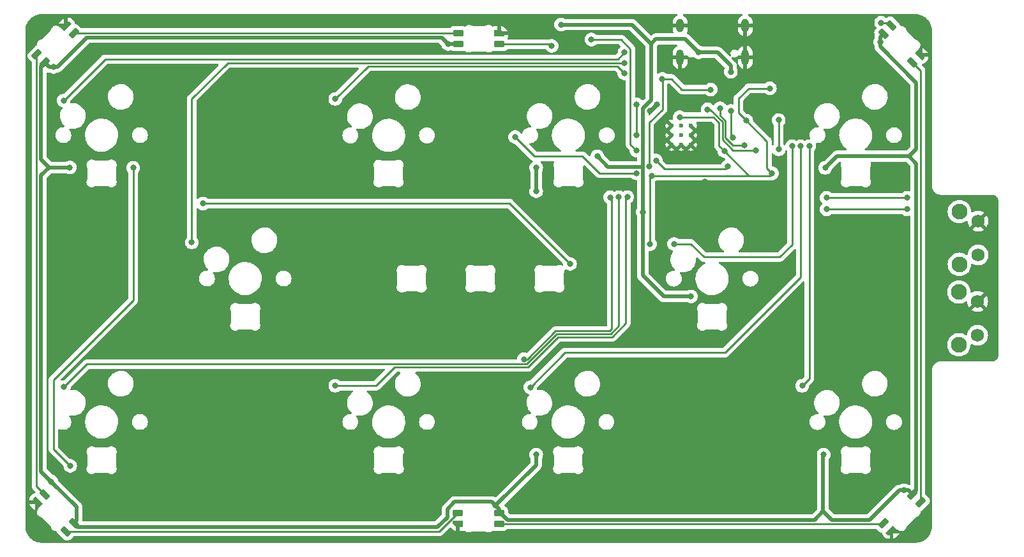
<source format=gtl>
%TF.GenerationSoftware,KiCad,Pcbnew,(7.0.0)*%
%TF.CreationDate,2023-03-23T02:06:17-06:00*%
%TF.ProjectId,PicoLX,5069636f-4c58-42e6-9b69-6361645f7063,rev?*%
%TF.SameCoordinates,Original*%
%TF.FileFunction,Copper,L1,Top*%
%TF.FilePolarity,Positive*%
%FSLAX46Y46*%
G04 Gerber Fmt 4.6, Leading zero omitted, Abs format (unit mm)*
G04 Created by KiCad (PCBNEW (7.0.0)) date 2023-03-23 02:06:17*
%MOMM*%
%LPD*%
G01*
G04 APERTURE LIST*
G04 Aperture macros list*
%AMRoundRect*
0 Rectangle with rounded corners*
0 $1 Rounding radius*
0 $2 $3 $4 $5 $6 $7 $8 $9 X,Y pos of 4 corners*
0 Add a 4 corners polygon primitive as box body*
4,1,4,$2,$3,$4,$5,$6,$7,$8,$9,$2,$3,0*
0 Add four circle primitives for the rounded corners*
1,1,$1+$1,$2,$3*
1,1,$1+$1,$4,$5*
1,1,$1+$1,$6,$7*
1,1,$1+$1,$8,$9*
0 Add four rect primitives between the rounded corners*
20,1,$1+$1,$2,$3,$4,$5,0*
20,1,$1+$1,$4,$5,$6,$7,0*
20,1,$1+$1,$6,$7,$8,$9,0*
20,1,$1+$1,$8,$9,$2,$3,0*%
%AMFreePoly0*
4,1,18,-0.410000,0.265000,0.000000,0.675000,0.328000,0.675000,0.359380,0.668758,0.385983,0.650983,0.403758,0.624380,0.410000,0.593000,0.410000,-0.593000,0.403758,-0.624380,0.385983,-0.650983,0.359380,-0.668758,0.328000,-0.675000,-0.328000,-0.675000,-0.359380,-0.668758,-0.385983,-0.650983,-0.403758,-0.624380,-0.410000,-0.593000,-0.410000,0.265000,-0.410000,0.265000,$1*%
G04 Aperture macros list end*
%TA.AperFunction,ComponentPad*%
%ADD10C,2.100000*%
%TD*%
%TA.AperFunction,ComponentPad*%
%ADD11C,1.750000*%
%TD*%
%TA.AperFunction,SMDPad,CuDef*%
%ADD12FreePoly0,315.000000*%
%TD*%
%TA.AperFunction,SMDPad,CuDef*%
%ADD13RoundRect,0.082000X-0.651245X-0.187383X-0.187383X-0.651245X0.651245X0.187383X0.187383X0.651245X0*%
%TD*%
%TA.AperFunction,SMDPad,CuDef*%
%ADD14FreePoly0,225.000000*%
%TD*%
%TA.AperFunction,SMDPad,CuDef*%
%ADD15RoundRect,0.082000X-0.187383X0.651245X-0.651245X0.187383X0.187383X-0.651245X0.651245X-0.187383X0*%
%TD*%
%TA.AperFunction,SMDPad,CuDef*%
%ADD16FreePoly0,135.000000*%
%TD*%
%TA.AperFunction,SMDPad,CuDef*%
%ADD17RoundRect,0.082000X0.651245X0.187383X0.187383X0.651245X-0.651245X-0.187383X-0.187383X-0.651245X0*%
%TD*%
%TA.AperFunction,SMDPad,CuDef*%
%ADD18RoundRect,0.082000X0.593000X-0.328000X0.593000X0.328000X-0.593000X0.328000X-0.593000X-0.328000X0*%
%TD*%
%TA.AperFunction,SMDPad,CuDef*%
%ADD19FreePoly0,90.000000*%
%TD*%
%TA.AperFunction,SMDPad,CuDef*%
%ADD20RoundRect,0.082000X0.187383X-0.651245X0.651245X-0.187383X-0.187383X0.651245X-0.651245X0.187383X0*%
%TD*%
%TA.AperFunction,SMDPad,CuDef*%
%ADD21FreePoly0,45.000000*%
%TD*%
%TA.AperFunction,SMDPad,CuDef*%
%ADD22FreePoly0,270.000000*%
%TD*%
%TA.AperFunction,SMDPad,CuDef*%
%ADD23RoundRect,0.082000X-0.593000X0.328000X-0.593000X-0.328000X0.593000X-0.328000X0.593000X0.328000X0*%
%TD*%
%TA.AperFunction,ComponentPad*%
%ADD24O,1.000000X2.100000*%
%TD*%
%TA.AperFunction,ComponentPad*%
%ADD25O,1.000000X1.800000*%
%TD*%
%TA.AperFunction,ComponentPad*%
%ADD26C,0.600000*%
%TD*%
%TA.AperFunction,ViaPad*%
%ADD27C,0.800000*%
%TD*%
%TA.AperFunction,Conductor*%
%ADD28C,0.500000*%
%TD*%
%TA.AperFunction,Conductor*%
%ADD29C,0.254000*%
%TD*%
G04 APERTURE END LIST*
D10*
%TO.P,SW2,*%
%TO.N,*%
X223037501Y-98100000D03*
X223037501Y-105110000D03*
D11*
%TO.P,SW2,1,1*%
%TO.N,GND*%
X225527501Y-99350000D03*
%TO.P,SW2,2,2*%
%TO.N,TEST*%
X225527501Y-103850000D03*
%TD*%
%TO.P,SW3,2,2*%
%TO.N,SERVICE*%
X225587500Y-93175000D03*
%TO.P,SW3,1,1*%
%TO.N,GND*%
X225587500Y-88675000D03*
D10*
%TO.P,SW3,*%
%TO.N,*%
X223097500Y-94435000D03*
X223097500Y-87425000D03*
%TD*%
D12*
%TO.P,LED2,4,VSS*%
%TO.N,GND*%
X104589339Y-62689339D03*
D13*
%TO.P,LED2,3,DIN*%
%TO.N,Net-(LED1-DOUT)*%
X105650000Y-63750000D03*
%TO.P,LED2,2,DOUT*%
%TO.N,Net-(LED2-DOUT)*%
X100735608Y-66543072D03*
%TO.P,LED2,1,VDD*%
%TO.N,+5V*%
X101796268Y-67603732D03*
%TD*%
D14*
%TO.P,LED6,4,VSS*%
%TO.N,GND*%
X217957195Y-66571535D03*
D15*
%TO.P,LED6,3,DIN*%
%TO.N,Net-(LED5-DOUT)*%
X216896536Y-67632196D03*
%TO.P,LED6,2,DOUT*%
%TO.N,LED ZONE 2*%
X214103464Y-62717804D03*
%TO.P,LED6,1,VDD*%
%TO.N,+5V*%
X213042804Y-63778464D03*
%TD*%
D16*
%TO.P,LED5,4,VSS*%
%TO.N,GND*%
X214103463Y-129907195D03*
D17*
%TO.P,LED5,3,DIN*%
%TO.N,Net-(LED4-DOUT)*%
X213042804Y-128846536D03*
%TO.P,LED5,2,DOUT*%
%TO.N,Net-(LED5-DOUT)*%
X217957196Y-126053464D03*
%TO.P,LED5,1,VDD*%
%TO.N,+5V*%
X216896536Y-124992804D03*
%TD*%
D18*
%TO.P,LED4,1,VDD*%
%TO.N,+5V*%
X162050000Y-127450000D03*
%TO.P,LED4,2,DOUT*%
%TO.N,Net-(LED4-DOUT)*%
X162050000Y-128950000D03*
%TO.P,LED4,3,DIN*%
%TO.N,Net-(LED3-DOUT)*%
X156600000Y-127450000D03*
D19*
%TO.P,LED4,4,VSS*%
%TO.N,GND*%
X156599999Y-128949999D03*
%TD*%
D20*
%TO.P,LED3,1,VDD*%
%TO.N,+5V*%
X105657196Y-128846536D03*
%TO.P,LED3,2,DOUT*%
%TO.N,Net-(LED3-DOUT)*%
X104596536Y-129907196D03*
%TO.P,LED3,3,DIN*%
%TO.N,Net-(LED2-DOUT)*%
X101803464Y-124992804D03*
D21*
%TO.P,LED3,4,VSS*%
%TO.N,GND*%
X100742803Y-126053463D03*
%TD*%
D22*
%TO.P,LED1,4,VSS*%
%TO.N,GND*%
X162099999Y-63699999D03*
D23*
%TO.P,LED1,3,DIN*%
%TO.N,LED ZONE 1*%
X162100000Y-65200000D03*
%TO.P,LED1,2,DOUT*%
%TO.N,Net-(LED1-DOUT)*%
X156650000Y-63700000D03*
%TO.P,LED1,1,VDD*%
%TO.N,+5V*%
X156650000Y-65200000D03*
%TD*%
D24*
%TO.P,J1,S1,SHIELD*%
%TO.N,GND*%
X194706803Y-66930535D03*
D25*
X194706803Y-62730535D03*
D24*
X186066803Y-66930535D03*
D25*
X186066803Y-62730535D03*
%TD*%
D26*
%TO.P,U1,57,GND*%
%TO.N,GND*%
X184933804Y-75999136D03*
X184933804Y-77274136D03*
X184933804Y-78549136D03*
X186208804Y-75999136D03*
X186208804Y-77274136D03*
X186208804Y-78549136D03*
X187483804Y-75999136D03*
X187483804Y-77274136D03*
X187483804Y-78549136D03*
%TD*%
D27*
%TO.N,+5V*%
X102666800Y-123291600D03*
%TO.N,TEST*%
X216154000Y-87122000D03*
%TO.N,SERVICE*%
X216154000Y-85598000D03*
%TO.N,TEST*%
X205486000Y-87122000D03*
%TO.N,SERVICE*%
X205486000Y-85598000D03*
%TO.N,+5V*%
X205105000Y-119710200D03*
X166979600Y-119710200D03*
X166979600Y-84734400D03*
X166979600Y-81600000D03*
X105130600Y-81559400D03*
X175082200Y-80086200D03*
X187502800Y-98704400D03*
X205308200Y-81610200D03*
X155321000Y-65176400D03*
X102971600Y-68199000D03*
X161574560Y-126491532D03*
X212598000Y-64897000D03*
X215773000Y-124460000D03*
X170281600Y-62585600D03*
%TO.N,LED ZONE 3*%
X122783600Y-86360000D03*
X171475400Y-94386400D03*
%TO.N,Net-(LED15-DOUT)*%
X105181400Y-121208800D03*
X113538000Y-81610200D03*
%TO.N,Net-(LED10-DOUT)*%
X176784000Y-85524212D03*
X165354000Y-107039500D03*
%TO.N,LED ZONE 2*%
X212725000Y-62331600D03*
%TO.N,+1V1*%
X181961258Y-81407000D03*
X190119000Y-71215636D03*
X183698490Y-69804268D03*
%TO.N,GND*%
X191414400Y-69138800D03*
X182049526Y-74033274D03*
X189331600Y-83464400D03*
X196951600Y-75133200D03*
X185064400Y-87071200D03*
X183007000Y-73177400D03*
%TO.N,+3V3*%
X180314600Y-73177400D03*
X186004200Y-74879200D03*
X182276804Y-82651600D03*
X198272400Y-82346800D03*
X197967600Y-71043800D03*
X180258904Y-77292200D03*
X182092600Y-91744800D03*
X191953300Y-79400400D03*
X194843400Y-75341900D03*
%TO.N,+5V*%
X181108404Y-87477600D03*
%TO.N,LED ZONE 1*%
X169037000Y-65405000D03*
%TO.N,+5V*%
X188525204Y-66275936D03*
X192792404Y-68841336D03*
%TO.N,P1 DL*%
X177937297Y-85496400D03*
X104343200Y-110744000D03*
%TO.N,P1 UL*%
X104317800Y-72667786D03*
X178689000Y-66294000D03*
%TO.N,P1 CN*%
X121310400Y-91516200D03*
X178689000Y-67691000D03*
%TO.N,P1 UR*%
X140335000Y-72466200D03*
X178663600Y-69042006D03*
%TO.N,P1 DR*%
X179070000Y-85496400D03*
X140335000Y-110566200D03*
%TO.N,P2 DL*%
X202049804Y-78740000D03*
X166192200Y-110769400D03*
%TO.N,P2 UL*%
X164185600Y-77520800D03*
X182880000Y-80645000D03*
X192405000Y-81407000D03*
X180258904Y-82321400D03*
%TO.N,P2 CN*%
X200914000Y-78740000D03*
X185267600Y-91719400D03*
%TO.N,P2 DR*%
X202260200Y-110566200D03*
X203200000Y-78740000D03*
%TO.N,QSPI_SS*%
X199140000Y-79150000D03*
X196113400Y-79267412D03*
X199140000Y-75260200D03*
X189712600Y-73836636D03*
%TO.N,QSPI_SD2*%
X193050124Y-77629876D03*
X192824723Y-74054929D03*
%TO.N,QSPI_SD1*%
X191363600Y-73685400D03*
X194588934Y-78610912D03*
%TO.N,LED SIGNAL*%
X180258904Y-79298800D03*
X174294800Y-64564700D03*
%TD*%
D28*
%TO.N,+5V*%
X192792404Y-68028536D02*
X192792404Y-68841336D01*
X191039804Y-66275936D02*
X192792404Y-68028536D01*
X188525204Y-66275936D02*
X191039804Y-66275936D01*
X188525204Y-66275936D02*
X186747204Y-64497936D01*
X186747204Y-64497936D02*
X182860072Y-64497936D01*
X182860072Y-64497936D02*
X182226004Y-65132004D01*
X183896000Y-98704400D02*
X181108404Y-95916804D01*
X181108404Y-95916804D02*
X181108404Y-87477600D01*
X187502800Y-98704400D02*
X183896000Y-98704400D01*
X106020549Y-126645349D02*
X102666800Y-123291600D01*
X106020549Y-128483183D02*
X106020549Y-126645349D01*
X105657196Y-128846536D02*
X106020549Y-128483183D01*
X102666800Y-123291600D02*
X101312608Y-121937408D01*
D29*
%TO.N,TEST*%
X205486000Y-87122000D02*
X216154000Y-87122000D01*
%TO.N,SERVICE*%
X205486000Y-85598000D02*
X216154000Y-85598000D01*
D28*
%TO.N,+5V*%
X206147800Y-128373000D02*
X211225000Y-128373000D01*
X205028800Y-127254000D02*
X206147800Y-128373000D01*
X203909800Y-128373000D02*
X205028800Y-127254000D01*
X211225000Y-128373000D02*
X215138000Y-124460000D01*
X163146362Y-128373000D02*
X203909800Y-128373000D01*
X162223362Y-127450000D02*
X163146362Y-128373000D01*
X162050000Y-127450000D02*
X162223362Y-127450000D01*
X215138000Y-124460000D02*
X215773000Y-124460000D01*
X205028800Y-119786400D02*
X205105000Y-119710200D01*
X205028800Y-127254000D02*
X205028800Y-119786400D01*
D29*
%TO.N,+1V1*%
X186328436Y-71215636D02*
X190119000Y-71215636D01*
X184912000Y-69799200D02*
X186328436Y-71215636D01*
X183703558Y-69799200D02*
X184912000Y-69799200D01*
X183698490Y-69804268D02*
X183703558Y-69799200D01*
X183718200Y-73837800D02*
X181961258Y-75594742D01*
X183698490Y-69804268D02*
X183718200Y-69823978D01*
X183718200Y-69823978D02*
X183718200Y-73837800D01*
X181961258Y-75594742D02*
X181961258Y-81407000D01*
D28*
%TO.N,+5V*%
X182226004Y-65132004D02*
X179679600Y-62585600D01*
X179679600Y-62585600D02*
X170281600Y-62585600D01*
X182226004Y-69044536D02*
X182226004Y-65132004D01*
D29*
%TO.N,P1 UL*%
X109802586Y-67183000D02*
X104317800Y-72667786D01*
X178689000Y-66294000D02*
X177800000Y-67183000D01*
X177800000Y-67183000D02*
X109802586Y-67183000D01*
%TO.N,P1 CN*%
X121310400Y-72415400D02*
X121310400Y-91516200D01*
X178689000Y-67691000D02*
X178663600Y-67665600D01*
X178663600Y-67665600D02*
X126060200Y-67665600D01*
X126060200Y-67665600D02*
X121310400Y-72415400D01*
%TO.N,LED SIGNAL*%
X179476400Y-78516296D02*
X179476400Y-65811400D01*
X179476400Y-65811400D02*
X178229700Y-64564700D01*
X180258904Y-79298800D02*
X179476400Y-78516296D01*
X178229700Y-64564700D02*
X174294800Y-64564700D01*
%TO.N,QSPI_SD1*%
X192071122Y-75364206D02*
X191363600Y-74656684D01*
X193102021Y-78610912D02*
X192071122Y-77580013D01*
X192071122Y-77580013D02*
X192071122Y-75364206D01*
X191363600Y-74656684D02*
X191363600Y-73685400D01*
X194588934Y-78610912D02*
X193102021Y-78610912D01*
%TO.N,P2 UL*%
X192024000Y-81788000D02*
X184023000Y-81788000D01*
X192405000Y-81407000D02*
X192024000Y-81788000D01*
X184023000Y-81788000D02*
X182880000Y-80645000D01*
%TO.N,Net-(LED10-DOUT)*%
X165823042Y-107039500D02*
X165354000Y-107039500D01*
X169563742Y-103298800D02*
X165823042Y-107039500D01*
X177008211Y-103007641D02*
X176717052Y-103298800D01*
X177008211Y-85748423D02*
X177008211Y-103007641D01*
X176784000Y-85524212D02*
X177008211Y-85748423D01*
X176717052Y-103298800D02*
X169563742Y-103298800D01*
%TO.N,P1 DR*%
X145745200Y-110566200D02*
X140335000Y-110566200D01*
X148231400Y-108080000D02*
X145745200Y-110566200D01*
X165868658Y-108080000D02*
X148231400Y-108080000D01*
X169881858Y-104066800D02*
X165868658Y-108080000D01*
X177035168Y-104066800D02*
X169881858Y-104066800D01*
X178866800Y-102235168D02*
X177035168Y-104066800D01*
X178866800Y-85699600D02*
X178866800Y-102235168D01*
X179070000Y-85496400D02*
X178866800Y-85699600D01*
%TO.N,QSPI_SS*%
X193059412Y-79267412D02*
X196113400Y-79267412D01*
X191674804Y-75510946D02*
X191674804Y-77882804D01*
X191674804Y-77882804D02*
X193059412Y-79267412D01*
X189712600Y-73836636D02*
X190000494Y-73836636D01*
X190000494Y-73836636D02*
X191674804Y-75510946D01*
D28*
%TO.N,+5V*%
X101312608Y-68087392D02*
X101796268Y-67603732D01*
X102362000Y-81559400D02*
X101312608Y-80510008D01*
X101312608Y-80510008D02*
X101312608Y-68087392D01*
X101312608Y-82608792D02*
X102362000Y-81559400D01*
X101312608Y-121937408D02*
X101312608Y-82608792D01*
X102362000Y-81559400D02*
X105130600Y-81559400D01*
X212598000Y-64223268D02*
X213042804Y-63778464D01*
X217380196Y-79088604D02*
X217380196Y-70314196D01*
X212598000Y-65532000D02*
X212598000Y-64223268D01*
X217380196Y-81032996D02*
X216408000Y-80060800D01*
X217380196Y-124509144D02*
X217380196Y-81032996D01*
X216896536Y-124992804D02*
X217380196Y-124509144D01*
X216408000Y-80060800D02*
X217380196Y-79088604D01*
X217380196Y-70314196D02*
X212598000Y-65532000D01*
X206857600Y-80060800D02*
X205308200Y-81610200D01*
X216408000Y-80060800D02*
X206857600Y-80060800D01*
X166979600Y-121086492D02*
X166979600Y-119710200D01*
X161574560Y-126491532D02*
X166979600Y-121086492D01*
X103454200Y-68199000D02*
X102971600Y-68199000D01*
X154421600Y-64277000D02*
X107376200Y-64277000D01*
X107376200Y-64277000D02*
X103454200Y-68199000D01*
X155321000Y-65176400D02*
X154421600Y-64277000D01*
X102391536Y-68199000D02*
X101796268Y-67603732D01*
X102971600Y-68199000D02*
X102391536Y-68199000D01*
D29*
%TO.N,LED ZONE 2*%
X212725000Y-62331600D02*
X213717260Y-62331600D01*
X213717260Y-62331600D02*
X214103464Y-62717804D01*
D28*
%TO.N,+5V*%
X166979600Y-81600000D02*
X166979600Y-84734400D01*
X181071204Y-81471400D02*
X181108404Y-81508600D01*
X175082200Y-80086200D02*
X176467400Y-81471400D01*
X176467400Y-81471400D02*
X181071204Y-81471400D01*
D29*
%TO.N,P2 UL*%
X175361600Y-82321400D02*
X173126400Y-80086200D01*
X173126400Y-80086200D02*
X166751000Y-80086200D01*
X166751000Y-80086200D02*
X164185600Y-77520800D01*
X180258904Y-82321400D02*
X175361600Y-82321400D01*
D28*
%TO.N,+5V*%
X181108404Y-81508600D02*
X181108404Y-73729796D01*
X181108404Y-87477600D02*
X181108404Y-81508600D01*
X156626400Y-65176400D02*
X156650000Y-65200000D01*
X155321000Y-65176400D02*
X156626400Y-65176400D01*
X161067028Y-125984000D02*
X161574560Y-126491532D01*
X156174319Y-125984000D02*
X161067028Y-125984000D01*
X155194000Y-126964319D02*
X156174319Y-125984000D01*
X153903802Y-129330196D02*
X155194000Y-128039998D01*
X155194000Y-128039998D02*
X155194000Y-126964319D01*
X106140856Y-129330196D02*
X153903802Y-129330196D01*
X105657196Y-128846536D02*
X106140856Y-129330196D01*
X162050000Y-126966972D02*
X162050000Y-127450000D01*
X161574560Y-126491532D02*
X162050000Y-126966972D01*
X216363732Y-124460000D02*
X215773000Y-124460000D01*
X216363732Y-124460000D02*
X216896536Y-124992804D01*
D29*
%TO.N,LED ZONE 3*%
X163449000Y-86360000D02*
X171475400Y-94386400D01*
X122783600Y-86360000D02*
X163449000Y-86360000D01*
%TO.N,Net-(LED15-DOUT)*%
X102946200Y-118973600D02*
X105181400Y-121208800D01*
X113538000Y-99187000D02*
X102946200Y-109778800D01*
X113538000Y-81610200D02*
X113538000Y-99187000D01*
X102946200Y-109778800D02*
X102946200Y-118973600D01*
%TO.N,Net-(LED5-DOUT)*%
X217957196Y-68692856D02*
X216896536Y-67632196D01*
X217957196Y-126053464D02*
X217957196Y-68692856D01*
%TO.N,Net-(LED4-DOUT)*%
X212939340Y-128950000D02*
X213042804Y-128846536D01*
X162050000Y-128950000D02*
X212939340Y-128950000D01*
%TO.N,Net-(LED3-DOUT)*%
X104596536Y-129907196D02*
X154142804Y-129907196D01*
X154142804Y-129907196D02*
X156600000Y-127450000D01*
%TO.N,Net-(LED2-DOUT)*%
X100735608Y-123924948D02*
X101803464Y-124992804D01*
X100735608Y-66543072D02*
X100735608Y-123924948D01*
%TO.N,Net-(LED1-DOUT)*%
X105700000Y-63700000D02*
X105650000Y-63750000D01*
X156650000Y-63700000D02*
X105700000Y-63700000D01*
%TO.N,LED ZONE 1*%
X168832000Y-65200000D02*
X169037000Y-65405000D01*
X162100000Y-65200000D02*
X168832000Y-65200000D01*
D28*
%TO.N,GND*%
X182049526Y-74033274D02*
X182151126Y-74033274D01*
X182151126Y-74033274D02*
X183007000Y-73177400D01*
D29*
%TO.N,+3V3*%
X191236600Y-75615800D02*
X191236600Y-78683700D01*
X194848900Y-75341900D02*
X197586600Y-78079600D01*
X180258904Y-77292200D02*
X180258904Y-73233096D01*
X180258904Y-73233096D02*
X180314600Y-73177400D01*
X194843400Y-75341900D02*
X194848900Y-75341900D01*
X197586600Y-78079600D02*
X197586600Y-81661000D01*
X191953300Y-79400400D02*
X195204500Y-82651600D01*
X182092600Y-91744800D02*
X182092600Y-82835804D01*
X182092600Y-82835804D02*
X182276804Y-82651600D01*
X193802000Y-74300500D02*
X193802000Y-72390000D01*
X195204500Y-82651600D02*
X195351400Y-82651600D01*
X190500000Y-74879200D02*
X191236600Y-75615800D01*
X191236600Y-78683700D02*
X191953300Y-79400400D01*
X194843400Y-75341900D02*
X193802000Y-74300500D01*
X197586600Y-81661000D02*
X198272400Y-82346800D01*
X186004200Y-74879200D02*
X190500000Y-74879200D01*
X193802000Y-72390000D02*
X195148200Y-71043800D01*
X182276804Y-82651600D02*
X197967600Y-82651600D01*
X197967600Y-82651600D02*
X198272400Y-82346800D01*
X195148200Y-71043800D02*
X197967600Y-71043800D01*
D28*
%TO.N,+5V*%
X181108404Y-73729796D02*
X182226004Y-72612196D01*
%TO.N,GND*%
X104719321Y-62545819D02*
X104596736Y-62668404D01*
%TO.N,+5V*%
X182226004Y-72612196D02*
X182226004Y-69044536D01*
D29*
%TO.N,P1 DL*%
X169722800Y-103682800D02*
X176876110Y-103682800D01*
X107391200Y-107696000D02*
X165709600Y-107696000D01*
X104343200Y-110744000D02*
X107391200Y-107696000D01*
X177937297Y-102621613D02*
X177937297Y-85496400D01*
X176876110Y-103682800D02*
X177937297Y-102621613D01*
X165709600Y-107696000D02*
X169722800Y-103682800D01*
%TO.N,P1 UR*%
X144688697Y-68112503D02*
X140335000Y-72466200D01*
X177734097Y-68112503D02*
X144688697Y-68112503D01*
X178663600Y-69042006D02*
X177734097Y-68112503D01*
%TO.N,P2 DL*%
X192024000Y-106172000D02*
X170789600Y-106172000D01*
X202049804Y-96146196D02*
X192024000Y-106172000D01*
X202049804Y-78740000D02*
X202049804Y-96146196D01*
X170789600Y-106172000D02*
X166192200Y-110769400D01*
%TO.N,P2 CN*%
X199263000Y-93472000D02*
X189230000Y-93472000D01*
X200914000Y-78740000D02*
X200914000Y-91821000D01*
X187477400Y-91719400D02*
X185267600Y-91719400D01*
X189230000Y-93472000D02*
X187477400Y-91719400D01*
X200914000Y-91821000D02*
X199263000Y-93472000D01*
%TO.N,P2 DR*%
X203200000Y-109626400D02*
X202260200Y-110566200D01*
X203200000Y-78740000D02*
X203200000Y-109626400D01*
%TO.N,QSPI_SS*%
X199140000Y-79150000D02*
X199140000Y-75260200D01*
%TO.N,QSPI_SD2*%
X193050124Y-77629876D02*
X192824723Y-77404475D01*
X192824723Y-77404475D02*
X192824723Y-74054929D01*
%TD*%
%TA.AperFunction,Conductor*%
%TO.N,GND*%
G36*
X183029938Y-72978603D02*
G01*
X183074444Y-73023888D01*
X183090700Y-73085266D01*
X183090700Y-73526519D01*
X183081261Y-73573972D01*
X183054381Y-73614200D01*
X182070585Y-74597996D01*
X182021222Y-74628246D01*
X181963506Y-74632788D01*
X181910019Y-74610633D01*
X181872419Y-74566610D01*
X181858904Y-74510315D01*
X181858904Y-74092026D01*
X181868343Y-74044573D01*
X181895223Y-74004345D01*
X182098803Y-73800765D01*
X182711646Y-73187920D01*
X182725270Y-73176146D01*
X182744534Y-73161806D01*
X182776370Y-73123863D01*
X182783684Y-73115884D01*
X182784268Y-73115299D01*
X182787595Y-73111973D01*
X182806837Y-73087635D01*
X182809094Y-73084866D01*
X182852658Y-73032949D01*
X182852657Y-73032949D01*
X182857306Y-73027410D01*
X182860552Y-73020944D01*
X182862440Y-73018075D01*
X182868888Y-73009159D01*
X182869115Y-73008873D01*
X182869116Y-73008870D01*
X182869238Y-73008717D01*
X182871414Y-73010443D01*
X182907201Y-72976473D01*
X182968851Y-72961285D01*
X183029938Y-72978603D01*
G37*
%TD.AperFunction*%
%TA.AperFunction,Conductor*%
G36*
X185663504Y-61200352D02*
G01*
X185709240Y-61250975D01*
X185721276Y-61318129D01*
X185695968Y-61381486D01*
X185640977Y-61421866D01*
X185630034Y-61425918D01*
X185618797Y-61431430D01*
X185456877Y-61532355D01*
X185446983Y-61540014D01*
X185308689Y-61671472D01*
X185300541Y-61680963D01*
X185191538Y-61837572D01*
X185185469Y-61848506D01*
X185110222Y-62023854D01*
X185106479Y-62035783D01*
X185068069Y-62222688D01*
X185066804Y-62235134D01*
X185066804Y-62464210D01*
X185070254Y-62477085D01*
X185083130Y-62480536D01*
X187050478Y-62480536D01*
X187063353Y-62477085D01*
X187066804Y-62464210D01*
X187066804Y-62282966D01*
X187066486Y-62276700D01*
X187052020Y-62134451D01*
X187049502Y-62122200D01*
X186992384Y-61940150D01*
X186987448Y-61928646D01*
X186894849Y-61761815D01*
X186887706Y-61751553D01*
X186763424Y-61606781D01*
X186754345Y-61598150D01*
X186603474Y-61481368D01*
X186592846Y-61474743D01*
X186474948Y-61416912D01*
X186425676Y-61373295D01*
X186405659Y-61310609D01*
X186420534Y-61246508D01*
X186466112Y-61199044D01*
X186529557Y-61181584D01*
X194237912Y-61181584D01*
X194303504Y-61200352D01*
X194349240Y-61250975D01*
X194361276Y-61318129D01*
X194335968Y-61381486D01*
X194280977Y-61421866D01*
X194270034Y-61425918D01*
X194258797Y-61431430D01*
X194096877Y-61532355D01*
X194086983Y-61540014D01*
X193948689Y-61671472D01*
X193940541Y-61680963D01*
X193831538Y-61837572D01*
X193825469Y-61848506D01*
X193750222Y-62023854D01*
X193746479Y-62035783D01*
X193708069Y-62222688D01*
X193706804Y-62235134D01*
X193706804Y-62464210D01*
X193710254Y-62477085D01*
X193723130Y-62480536D01*
X195690478Y-62480536D01*
X195703353Y-62477085D01*
X195706804Y-62464210D01*
X195706804Y-62282966D01*
X195706486Y-62276700D01*
X195692020Y-62134451D01*
X195689502Y-62122200D01*
X195632384Y-61940150D01*
X195627448Y-61928646D01*
X195534849Y-61761815D01*
X195527706Y-61751553D01*
X195403424Y-61606781D01*
X195394345Y-61598150D01*
X195243474Y-61481368D01*
X195232846Y-61474743D01*
X195114948Y-61416912D01*
X195065676Y-61373295D01*
X195045659Y-61310609D01*
X195060534Y-61246508D01*
X195106112Y-61199044D01*
X195169557Y-61181584D01*
X217258220Y-61181584D01*
X217294351Y-61181584D01*
X217301838Y-61181810D01*
X217553474Y-61197031D01*
X217568336Y-61198835D01*
X217812618Y-61243602D01*
X217827143Y-61247183D01*
X218064247Y-61321068D01*
X218078234Y-61326373D01*
X218279400Y-61416912D01*
X218304696Y-61428297D01*
X218317953Y-61435254D01*
X218421729Y-61497990D01*
X218530481Y-61563733D01*
X218542805Y-61572240D01*
X218738286Y-61725393D01*
X218749494Y-61735322D01*
X218925102Y-61910932D01*
X218935025Y-61922133D01*
X219088184Y-62117630D01*
X219096676Y-62129933D01*
X219206598Y-62311769D01*
X219225160Y-62342475D01*
X219232118Y-62355734D01*
X219334034Y-62582188D01*
X219339344Y-62596189D01*
X219413224Y-62833287D01*
X219416807Y-62847826D01*
X219461567Y-63092091D01*
X219463372Y-63106956D01*
X219478625Y-63359173D01*
X219478851Y-63366684D01*
X219474573Y-83649534D01*
X219474508Y-83960098D01*
X219474500Y-83960118D01*
X219474500Y-83998840D01*
X219474495Y-84022548D01*
X219474500Y-84022570D01*
X219474500Y-84094481D01*
X219475262Y-84099295D01*
X219475263Y-84099301D01*
X219503298Y-84276308D01*
X219504060Y-84281118D01*
X219505563Y-84285746D01*
X219505564Y-84285747D01*
X219560946Y-84456196D01*
X219560949Y-84456203D01*
X219562453Y-84460832D01*
X219648240Y-84629199D01*
X219759310Y-84782073D01*
X219892927Y-84915690D01*
X220045801Y-85026760D01*
X220214168Y-85112547D01*
X220393882Y-85170940D01*
X220580519Y-85200500D01*
X220652410Y-85200500D01*
X220675000Y-85200500D01*
X220714882Y-85200500D01*
X227460118Y-85200500D01*
X227493908Y-85200500D01*
X227506061Y-85201097D01*
X227516051Y-85202080D01*
X227643824Y-85214665D01*
X227667652Y-85219404D01*
X227794277Y-85257815D01*
X227816725Y-85267114D01*
X227905571Y-85314604D01*
X227933406Y-85329482D01*
X227953616Y-85342986D01*
X228031969Y-85407288D01*
X228055891Y-85426920D01*
X228073079Y-85444108D01*
X228157012Y-85546381D01*
X228170517Y-85566593D01*
X228232883Y-85683271D01*
X228242186Y-85705728D01*
X228279211Y-85827784D01*
X228280593Y-85832338D01*
X228285335Y-85856180D01*
X228298903Y-85993938D01*
X228299500Y-86006092D01*
X228299500Y-106493908D01*
X228298903Y-106506061D01*
X228296718Y-106528242D01*
X228285335Y-106643819D01*
X228280593Y-106667661D01*
X228242186Y-106794271D01*
X228232883Y-106816728D01*
X228170517Y-106933406D01*
X228157012Y-106953618D01*
X228073079Y-107055891D01*
X228055891Y-107073079D01*
X227953618Y-107157012D01*
X227933406Y-107170517D01*
X227816728Y-107232883D01*
X227794271Y-107242186D01*
X227667661Y-107280593D01*
X227643819Y-107285335D01*
X227506062Y-107298903D01*
X227493908Y-107299500D01*
X220714882Y-107299500D01*
X220675000Y-107299500D01*
X220580519Y-107299500D01*
X220575705Y-107300262D01*
X220575698Y-107300263D01*
X220398691Y-107328298D01*
X220398686Y-107328298D01*
X220393882Y-107329060D01*
X220389256Y-107330562D01*
X220389252Y-107330564D01*
X220218803Y-107385946D01*
X220218791Y-107385950D01*
X220214168Y-107387453D01*
X220209829Y-107389663D01*
X220209826Y-107389665D01*
X220050136Y-107471031D01*
X220045801Y-107473240D01*
X220041867Y-107476097D01*
X220041864Y-107476100D01*
X219896871Y-107581444D01*
X219896867Y-107581447D01*
X219892927Y-107584310D01*
X219889482Y-107587754D01*
X219889476Y-107587760D01*
X219762760Y-107714476D01*
X219762754Y-107714482D01*
X219759310Y-107717927D01*
X219756447Y-107721867D01*
X219756444Y-107721871D01*
X219651100Y-107866864D01*
X219648240Y-107870801D01*
X219562453Y-108039168D01*
X219560950Y-108043791D01*
X219560946Y-108043803D01*
X219512130Y-108194045D01*
X219504060Y-108218882D01*
X219503298Y-108223686D01*
X219503298Y-108223691D01*
X219475263Y-108400698D01*
X219475262Y-108400705D01*
X219474500Y-108405519D01*
X219474500Y-108477430D01*
X219474495Y-108477452D01*
X219474495Y-108477526D01*
X219474495Y-108477527D01*
X219474500Y-108500000D01*
X219474500Y-108539882D01*
X219470876Y-108539882D01*
X219470875Y-108539901D01*
X219474508Y-108539901D01*
X219478851Y-129239805D01*
X219478624Y-129247327D01*
X219463386Y-129498933D01*
X219461581Y-129513795D01*
X219416802Y-129758070D01*
X219413218Y-129772608D01*
X219339325Y-130009699D01*
X219334015Y-130023698D01*
X219232088Y-130250151D01*
X219225130Y-130263408D01*
X219096648Y-130475933D01*
X219088142Y-130488255D01*
X218934989Y-130683736D01*
X218925061Y-130694943D01*
X218749455Y-130870551D01*
X218738247Y-130880480D01*
X218542765Y-131033634D01*
X218530444Y-131042139D01*
X218317921Y-131170623D01*
X218304664Y-131177581D01*
X218078212Y-131279510D01*
X218064213Y-131284820D01*
X217827123Y-131358714D01*
X217812586Y-131362298D01*
X217568319Y-131407078D01*
X217553456Y-131408884D01*
X217302130Y-131424107D01*
X217294633Y-131424334D01*
X101414353Y-131424334D01*
X101406866Y-131424108D01*
X101155221Y-131408886D01*
X101140357Y-131407081D01*
X100896086Y-131362318D01*
X100881547Y-131358735D01*
X100644439Y-131284851D01*
X100630439Y-131279541D01*
X100403978Y-131177622D01*
X100390720Y-131170664D01*
X100178191Y-131042190D01*
X100165867Y-131033684D01*
X99970371Y-130880527D01*
X99959163Y-130870598D01*
X99783550Y-130694991D01*
X99773621Y-130683783D01*
X99664209Y-130544135D01*
X99620458Y-130488294D01*
X99611960Y-130475983D01*
X99483468Y-130263443D01*
X99476512Y-130250190D01*
X99374580Y-130023721D01*
X99369274Y-130009729D01*
X99369266Y-130009704D01*
X99325516Y-129869317D01*
X99295385Y-129772632D01*
X99291801Y-129758095D01*
X99260430Y-129586939D01*
X99247027Y-129513822D01*
X99245222Y-129498958D01*
X99245220Y-129498933D01*
X99230078Y-129248732D01*
X99229852Y-129241241D01*
X99229852Y-126306250D01*
X99789564Y-126306250D01*
X99791247Y-126317594D01*
X99827896Y-126406073D01*
X99836177Y-126420318D01*
X99880628Y-126477539D01*
X99885746Y-126483340D01*
X100482426Y-127080021D01*
X100490573Y-127085013D01*
X100492804Y-127075723D01*
X100492804Y-126319790D01*
X100489353Y-126306914D01*
X100476478Y-126303464D01*
X99800689Y-126303464D01*
X99789564Y-126306250D01*
X99229852Y-126306250D01*
X99229852Y-66730455D01*
X99496836Y-66730455D01*
X99497897Y-66738514D01*
X99514830Y-66867135D01*
X99516856Y-66882518D01*
X99519967Y-66890029D01*
X99519968Y-66890032D01*
X99558726Y-66983603D01*
X99575550Y-67024219D01*
X99580496Y-67030665D01*
X99580498Y-67030668D01*
X99635332Y-67102128D01*
X99645478Y-67115350D01*
X99648357Y-67118229D01*
X99648358Y-67118230D01*
X100071789Y-67541660D01*
X100098669Y-67581888D01*
X100108108Y-67629341D01*
X100108108Y-123846903D01*
X100107584Y-123858014D01*
X100105928Y-123865425D01*
X100106173Y-123873222D01*
X100106173Y-123873223D01*
X100108047Y-123932867D01*
X100108108Y-123936761D01*
X100108108Y-123964424D01*
X100108596Y-123968291D01*
X100108597Y-123968302D01*
X100108615Y-123968442D01*
X100109529Y-123980065D01*
X100110661Y-124016092D01*
X100110662Y-124016098D01*
X100110907Y-124023891D01*
X100113082Y-124031380D01*
X100113083Y-124031381D01*
X100116525Y-124043228D01*
X100120468Y-124062272D01*
X100122012Y-124074496D01*
X100122015Y-124074507D01*
X100122992Y-124082241D01*
X100125861Y-124089489D01*
X100125864Y-124089498D01*
X100139127Y-124122998D01*
X100142910Y-124134045D01*
X100155140Y-124176139D01*
X100159110Y-124182851D01*
X100159111Y-124182854D01*
X100165384Y-124193461D01*
X100173944Y-124210933D01*
X100181355Y-124229651D01*
X100185940Y-124235962D01*
X100185942Y-124235965D01*
X100207120Y-124265115D01*
X100213532Y-124274876D01*
X100231872Y-124305887D01*
X100231874Y-124305890D01*
X100235845Y-124312604D01*
X100241363Y-124318122D01*
X100250079Y-124326838D01*
X100262711Y-124341627D01*
X100274545Y-124357915D01*
X100280555Y-124362886D01*
X100280557Y-124362889D01*
X100308313Y-124385850D01*
X100316954Y-124393713D01*
X100539346Y-124616105D01*
X100572426Y-124675628D01*
X100569085Y-124743644D01*
X100530330Y-124799639D01*
X100467851Y-124826725D01*
X100411547Y-124834138D01*
X100395978Y-124838309D01*
X100269416Y-124890733D01*
X100255461Y-124898790D01*
X100174079Y-124961237D01*
X100167985Y-124966581D01*
X99885741Y-125248825D01*
X99880628Y-125254620D01*
X99836175Y-125311846D01*
X99827897Y-125326086D01*
X99779237Y-125443560D01*
X99775019Y-125459492D01*
X99765990Y-125531378D01*
X99765507Y-125539104D01*
X99765507Y-125787138D01*
X99768957Y-125800013D01*
X99781833Y-125803464D01*
X100868804Y-125803464D01*
X100930804Y-125820077D01*
X100976191Y-125865464D01*
X100992804Y-125927464D01*
X100992804Y-126776802D01*
X100982789Y-126825623D01*
X100954360Y-126866557D01*
X100940528Y-126879743D01*
X100936825Y-126885190D01*
X100936823Y-126885193D01*
X100860304Y-126997765D01*
X100860301Y-126997770D01*
X100856603Y-127003211D01*
X100854135Y-127009306D01*
X100854131Y-127009315D01*
X100803057Y-127135487D01*
X100803055Y-127135492D01*
X100800586Y-127141593D01*
X100799456Y-127148081D01*
X100799456Y-127148085D01*
X100776122Y-127282180D01*
X100776121Y-127282187D01*
X100774993Y-127288673D01*
X100775257Y-127295257D01*
X100775257Y-127295258D01*
X100780709Y-127431259D01*
X100780710Y-127431265D01*
X100780974Y-127437844D01*
X100782618Y-127444218D01*
X100782619Y-127444224D01*
X100796268Y-127497140D01*
X100818260Y-127582403D01*
X100821211Y-127588290D01*
X100821213Y-127588293D01*
X100882223Y-127709968D01*
X100882225Y-127709972D01*
X100885176Y-127715856D01*
X100889297Y-127720982D01*
X100889301Y-127720988D01*
X100945671Y-127791104D01*
X100978716Y-127832208D01*
X100983832Y-127836356D01*
X100983834Y-127836358D01*
X101079447Y-127913883D01*
X101094678Y-127926232D01*
X101227851Y-127993704D01*
X101261325Y-128002538D01*
X101260515Y-128005604D01*
X101260658Y-128005637D01*
X101261447Y-128002632D01*
X101294726Y-128011363D01*
X101305151Y-128014594D01*
X101339347Y-128026873D01*
X101359146Y-128036022D01*
X101385888Y-128051368D01*
X101403779Y-128063848D01*
X101431590Y-128087142D01*
X101431601Y-128087151D01*
X101439649Y-128094519D01*
X101444032Y-128098901D01*
X101444031Y-128098901D01*
X101444037Y-128098905D01*
X102531134Y-129186003D01*
X102531139Y-129186014D01*
X102531161Y-129186036D01*
X102531167Y-129186043D01*
X102555478Y-129210349D01*
X102562857Y-129218407D01*
X102586164Y-129246227D01*
X102598655Y-129264128D01*
X102612961Y-129289053D01*
X102613996Y-129290855D01*
X102623153Y-129310670D01*
X102635257Y-129344373D01*
X102638448Y-129354638D01*
X102642163Y-129368712D01*
X102642197Y-129368839D01*
X102647372Y-129388559D01*
X102644708Y-129389258D01*
X102644726Y-129389330D01*
X102647417Y-129388620D01*
X102654594Y-129415814D01*
X102656269Y-129422157D01*
X102659223Y-129427988D01*
X102659226Y-129427995D01*
X102720757Y-129549443D01*
X102723743Y-129555336D01*
X102727890Y-129560450D01*
X102727891Y-129560452D01*
X102813605Y-129666165D01*
X102817771Y-129671302D01*
X102822902Y-129675427D01*
X102822905Y-129675430D01*
X102925730Y-129758095D01*
X102934127Y-129764846D01*
X103067586Y-129831765D01*
X103073965Y-129833410D01*
X103073967Y-129833411D01*
X103136010Y-129849414D01*
X103212150Y-129869053D01*
X103300149Y-129872581D01*
X103366122Y-129894779D01*
X103409741Y-129949028D01*
X103431537Y-130001647D01*
X103436478Y-130013576D01*
X103441424Y-130020022D01*
X103441426Y-130020025D01*
X103491520Y-130085308D01*
X103506406Y-130104707D01*
X104399025Y-130997325D01*
X104490156Y-131067254D01*
X104631857Y-131125948D01*
X104783919Y-131145968D01*
X104935982Y-131125948D01*
X105077683Y-131067254D01*
X105168814Y-130997326D01*
X105595124Y-130571014D01*
X105635352Y-130544135D01*
X105682805Y-130534696D01*
X154064759Y-130534696D01*
X154075870Y-130535219D01*
X154083281Y-130536876D01*
X154150722Y-130534757D01*
X154154617Y-130534696D01*
X154178378Y-130534696D01*
X154182280Y-130534696D01*
X154186286Y-130534189D01*
X154197917Y-130533273D01*
X154241747Y-130531897D01*
X154261081Y-130526279D01*
X154280136Y-130522333D01*
X154292361Y-130520789D01*
X154292360Y-130520789D01*
X154300097Y-130519812D01*
X154330987Y-130507581D01*
X154340846Y-130503678D01*
X154351896Y-130499894D01*
X154393995Y-130487664D01*
X154411319Y-130477417D01*
X154428793Y-130468857D01*
X154447507Y-130461449D01*
X154482981Y-130435674D01*
X154492719Y-130429277D01*
X154530460Y-130406959D01*
X154544695Y-130392723D01*
X154559482Y-130380093D01*
X154575771Y-130368259D01*
X154603717Y-130334475D01*
X154611560Y-130325857D01*
X155514975Y-129422443D01*
X155570562Y-129390349D01*
X155634750Y-129390349D01*
X155690337Y-129422443D01*
X156007654Y-129739760D01*
X156013453Y-129744876D01*
X156070677Y-129789330D01*
X156084920Y-129797609D01*
X156202394Y-129846269D01*
X156218324Y-129850487D01*
X156290212Y-129859516D01*
X156297939Y-129860000D01*
X156333674Y-129860000D01*
X156346549Y-129856549D01*
X156350000Y-129843674D01*
X156350000Y-128824000D01*
X156366613Y-128762000D01*
X156412000Y-128716613D01*
X156474000Y-128700000D01*
X156726000Y-128700000D01*
X156788000Y-128716613D01*
X156833387Y-128762000D01*
X156850000Y-128824000D01*
X156850000Y-129843674D01*
X156853450Y-129856549D01*
X156866326Y-129860000D01*
X157227093Y-129860000D01*
X157235166Y-129859470D01*
X157336872Y-129846081D01*
X157352437Y-129841910D01*
X157409176Y-129818408D01*
X157478377Y-129810891D01*
X157540726Y-129841843D01*
X157570211Y-129869053D01*
X157605849Y-129901942D01*
X157611519Y-129905286D01*
X157611521Y-129905288D01*
X157629788Y-129916063D01*
X157734445Y-129977797D01*
X157876140Y-130024845D01*
X158024569Y-130040970D01*
X158173062Y-130025448D01*
X158314948Y-129978977D01*
X158344857Y-129961555D01*
X158346544Y-129964451D01*
X158346654Y-129964382D01*
X158344992Y-129961538D01*
X158344994Y-129961537D01*
X158374723Y-129944167D01*
X158384358Y-129939094D01*
X158417214Y-129923602D01*
X158437684Y-129916073D01*
X158467440Y-129908019D01*
X158488917Y-129904196D01*
X158525371Y-129900978D01*
X158536260Y-129900499D01*
X158570411Y-129900503D01*
X158570421Y-129900499D01*
X160113953Y-129900499D01*
X160124877Y-129900981D01*
X160135381Y-129901910D01*
X160161041Y-129904180D01*
X160182519Y-129908007D01*
X160212268Y-129916065D01*
X160232743Y-129923600D01*
X160265874Y-129939229D01*
X160275498Y-129944299D01*
X160304972Y-129961525D01*
X160305204Y-129961556D01*
X160305294Y-129961597D01*
X160335068Y-129978940D01*
X160476945Y-130025408D01*
X160625429Y-130040930D01*
X160773850Y-130024806D01*
X160915537Y-129977762D01*
X161044127Y-129901910D01*
X161108830Y-129842197D01*
X161171175Y-129811247D01*
X161240377Y-129818765D01*
X161264630Y-129828811D01*
X161304937Y-129845507D01*
X161418823Y-129860500D01*
X162681176Y-129860499D01*
X162795063Y-129845507D01*
X162936763Y-129786812D01*
X163058444Y-129693444D01*
X163110184Y-129626013D01*
X163153716Y-129590288D01*
X163208560Y-129577500D01*
X212059998Y-129577500D01*
X212107451Y-129586939D01*
X212147679Y-129613819D01*
X212315057Y-129781196D01*
X212470526Y-129936665D01*
X212561657Y-130006594D01*
X212569164Y-130009703D01*
X212569165Y-130009704D01*
X212600613Y-130022730D01*
X212703358Y-130065288D01*
X212769793Y-130074034D01*
X212820232Y-130092392D01*
X212858187Y-130130347D01*
X212876546Y-130180787D01*
X212884138Y-130238453D01*
X212888309Y-130254021D01*
X212940733Y-130380583D01*
X212948790Y-130394538D01*
X213011237Y-130475920D01*
X213016581Y-130482014D01*
X213298825Y-130764258D01*
X213304620Y-130769371D01*
X213361846Y-130813824D01*
X213376086Y-130822102D01*
X213493560Y-130870762D01*
X213509492Y-130874980D01*
X213581378Y-130884009D01*
X213589104Y-130884493D01*
X213837138Y-130884493D01*
X213850013Y-130881042D01*
X213853464Y-130868167D01*
X213853464Y-130849311D01*
X214353464Y-130849311D01*
X214356250Y-130860435D01*
X214367594Y-130858752D01*
X214456073Y-130822103D01*
X214470318Y-130813822D01*
X214527539Y-130769371D01*
X214533340Y-130764253D01*
X215130021Y-130167573D01*
X215135013Y-130159426D01*
X215125723Y-130157196D01*
X214369790Y-130157196D01*
X214356914Y-130160646D01*
X214353464Y-130173522D01*
X214353464Y-130849311D01*
X213853464Y-130849311D01*
X213853464Y-129781196D01*
X213870077Y-129719196D01*
X213915464Y-129673809D01*
X213977464Y-129657196D01*
X214826802Y-129657196D01*
X214875623Y-129667211D01*
X214916557Y-129695639D01*
X214929743Y-129709472D01*
X215053211Y-129793397D01*
X215191593Y-129849414D01*
X215338673Y-129875007D01*
X215487844Y-129869026D01*
X215632403Y-129831740D01*
X215765856Y-129764824D01*
X215882208Y-129671284D01*
X215976232Y-129555322D01*
X216043704Y-129422149D01*
X216052538Y-129388674D01*
X216056376Y-129389686D01*
X216056405Y-129389542D01*
X216052632Y-129388553D01*
X216061363Y-129355273D01*
X216064592Y-129344855D01*
X216076875Y-129310647D01*
X216086022Y-129290852D01*
X216101367Y-129264112D01*
X216113845Y-129246223D01*
X216137167Y-129218378D01*
X216144520Y-129210347D01*
X216155882Y-129198986D01*
X217236003Y-128118865D01*
X217236014Y-128118861D01*
X217260351Y-128094519D01*
X217268399Y-128087148D01*
X217296233Y-128063830D01*
X217314125Y-128051345D01*
X217340860Y-128036000D01*
X217360665Y-128026847D01*
X217394371Y-128014741D01*
X217404619Y-128011555D01*
X217418539Y-128007881D01*
X217418729Y-128007881D01*
X217418717Y-128007834D01*
X217438561Y-128002627D01*
X217439283Y-128005378D01*
X217439353Y-128005361D01*
X217438620Y-128002582D01*
X217438787Y-128002538D01*
X217472157Y-127993731D01*
X217605336Y-127926257D01*
X217721302Y-127832229D01*
X217814846Y-127715873D01*
X217881765Y-127582414D01*
X217919053Y-127437850D01*
X217922581Y-127349848D01*
X217944780Y-127283875D01*
X217999026Y-127240258D01*
X218063576Y-127213522D01*
X218154707Y-127143594D01*
X219047325Y-126250975D01*
X219117254Y-126159844D01*
X219175948Y-126018143D01*
X219195968Y-125866081D01*
X219175948Y-125714018D01*
X219117254Y-125572317D01*
X219111702Y-125565082D01*
X219049805Y-125484417D01*
X219047326Y-125481186D01*
X218621014Y-125054875D01*
X218594135Y-125014648D01*
X218584696Y-124967195D01*
X218584696Y-105110000D01*
X221482207Y-105110000D01*
X221501355Y-105353302D01*
X221502489Y-105358026D01*
X221502490Y-105358031D01*
X221551521Y-105562255D01*
X221558329Y-105590612D01*
X221560194Y-105595116D01*
X221560195Y-105595117D01*
X221649858Y-105811586D01*
X221649862Y-105811594D01*
X221651724Y-105816089D01*
X221779242Y-106024179D01*
X221782406Y-106027884D01*
X221782410Y-106027889D01*
X221877308Y-106139000D01*
X221937742Y-106209759D01*
X221941449Y-106212925D01*
X222119611Y-106365090D01*
X222119614Y-106365092D01*
X222123322Y-106368259D01*
X222331412Y-106495777D01*
X222335911Y-106497640D01*
X222335914Y-106497642D01*
X222372775Y-106512910D01*
X222556889Y-106589172D01*
X222794199Y-106646146D01*
X223037501Y-106665294D01*
X223280803Y-106646146D01*
X223518113Y-106589172D01*
X223743590Y-106495777D01*
X223951680Y-106368259D01*
X224137260Y-106209759D01*
X224295760Y-106024179D01*
X224423278Y-105816089D01*
X224516673Y-105590612D01*
X224573647Y-105353302D01*
X224592795Y-105110000D01*
X224593989Y-105110093D01*
X224608601Y-105054799D01*
X224652939Y-105009535D01*
X224713850Y-104992084D01*
X224775429Y-105007002D01*
X224863749Y-105054799D01*
X224956782Y-105105146D01*
X224973075Y-105113963D01*
X225188678Y-105187980D01*
X225413524Y-105225500D01*
X225636345Y-105225500D01*
X225641478Y-105225500D01*
X225866324Y-105187980D01*
X226081927Y-105113963D01*
X226282407Y-105005469D01*
X226462295Y-104865456D01*
X226616684Y-104697745D01*
X226741363Y-104506909D01*
X226832931Y-104298155D01*
X226888891Y-104077176D01*
X226907715Y-103850000D01*
X226888891Y-103622824D01*
X226832931Y-103401845D01*
X226741363Y-103193091D01*
X226733471Y-103181012D01*
X226619491Y-103006552D01*
X226616684Y-103002255D01*
X226462295Y-102834544D01*
X226282407Y-102694531D01*
X226277902Y-102692093D01*
X226277896Y-102692089D01*
X226086433Y-102588475D01*
X226086427Y-102588472D01*
X226081927Y-102586037D01*
X226077086Y-102584375D01*
X226077079Y-102584372D01*
X225871177Y-102513686D01*
X225871176Y-102513685D01*
X225866324Y-102512020D01*
X225861274Y-102511177D01*
X225861265Y-102511175D01*
X225646540Y-102475344D01*
X225646531Y-102475343D01*
X225641478Y-102474500D01*
X225413524Y-102474500D01*
X225408471Y-102475343D01*
X225408461Y-102475344D01*
X225193736Y-102511175D01*
X225193724Y-102511177D01*
X225188678Y-102512020D01*
X225183828Y-102513684D01*
X225183824Y-102513686D01*
X224977922Y-102584372D01*
X224977911Y-102584376D01*
X224973075Y-102586037D01*
X224968578Y-102588470D01*
X224968568Y-102588475D01*
X224777105Y-102692089D01*
X224777093Y-102692096D01*
X224772595Y-102694531D01*
X224768552Y-102697677D01*
X224768547Y-102697681D01*
X224596748Y-102831398D01*
X224596742Y-102831402D01*
X224592707Y-102834544D01*
X224589246Y-102838303D01*
X224589238Y-102838311D01*
X224441793Y-102998479D01*
X224441787Y-102998486D01*
X224438318Y-103002255D01*
X224435513Y-103006546D01*
X224435510Y-103006552D01*
X224316443Y-103188797D01*
X224316436Y-103188809D01*
X224313639Y-103193091D01*
X224311584Y-103197775D01*
X224311578Y-103197787D01*
X224224131Y-103397148D01*
X224222071Y-103401845D01*
X224220813Y-103406810D01*
X224220812Y-103406815D01*
X224167370Y-103617849D01*
X224167368Y-103617858D01*
X224166111Y-103622824D01*
X224165687Y-103627933D01*
X224165686Y-103627943D01*
X224154202Y-103766539D01*
X224132135Y-103827516D01*
X224082307Y-103869016D01*
X224018344Y-103879689D01*
X223957740Y-103856617D01*
X223955390Y-103854909D01*
X223951680Y-103851741D01*
X223743590Y-103724223D01*
X223739095Y-103722361D01*
X223739087Y-103722357D01*
X223522618Y-103632694D01*
X223522617Y-103632693D01*
X223518113Y-103630828D01*
X223513376Y-103629690D01*
X223513374Y-103629690D01*
X223285532Y-103574989D01*
X223285527Y-103574988D01*
X223280803Y-103573854D01*
X223275956Y-103573472D01*
X223275953Y-103573472D01*
X223042355Y-103555088D01*
X223037501Y-103554706D01*
X223032647Y-103555088D01*
X222799048Y-103573472D01*
X222799043Y-103573472D01*
X222794199Y-103573854D01*
X222789476Y-103574987D01*
X222789469Y-103574989D01*
X222561627Y-103629690D01*
X222561621Y-103629691D01*
X222556889Y-103630828D01*
X222552387Y-103632692D01*
X222552383Y-103632694D01*
X222335914Y-103722357D01*
X222335901Y-103722363D01*
X222331412Y-103724223D01*
X222327258Y-103726768D01*
X222327257Y-103726769D01*
X222127480Y-103849192D01*
X222127471Y-103849198D01*
X222123322Y-103851741D01*
X222119622Y-103854900D01*
X222119611Y-103854909D01*
X221941449Y-104007074D01*
X221941442Y-104007080D01*
X221937742Y-104010241D01*
X221934581Y-104013941D01*
X221934575Y-104013948D01*
X221782410Y-104192110D01*
X221782401Y-104192121D01*
X221779242Y-104195821D01*
X221776699Y-104199970D01*
X221776693Y-104199979D01*
X221654270Y-104399756D01*
X221651724Y-104403911D01*
X221649864Y-104408400D01*
X221649858Y-104408413D01*
X221572453Y-104595289D01*
X221558329Y-104629388D01*
X221557192Y-104634120D01*
X221557191Y-104634126D01*
X221502490Y-104861968D01*
X221502488Y-104861975D01*
X221501355Y-104866698D01*
X221500973Y-104871542D01*
X221500973Y-104871547D01*
X221486551Y-105054799D01*
X221482207Y-105110000D01*
X218584696Y-105110000D01*
X218584696Y-100484177D01*
X224752323Y-100484177D01*
X224760428Y-100495365D01*
X224768818Y-100501895D01*
X224777384Y-100507491D01*
X224968770Y-100611064D01*
X224978124Y-100615167D01*
X225183948Y-100685826D01*
X225193860Y-100688337D01*
X225408503Y-100724155D01*
X225418698Y-100725000D01*
X225636304Y-100725000D01*
X225646498Y-100724155D01*
X225861141Y-100688337D01*
X225871053Y-100685826D01*
X226076877Y-100615167D01*
X226086231Y-100611064D01*
X226277615Y-100507493D01*
X226286183Y-100501895D01*
X226294573Y-100495365D01*
X226302677Y-100484176D01*
X226296017Y-100472070D01*
X225539043Y-99715095D01*
X225527501Y-99708431D01*
X225515958Y-99715095D01*
X224758984Y-100472069D01*
X224752323Y-100484177D01*
X218584696Y-100484177D01*
X218584696Y-98100000D01*
X221482207Y-98100000D01*
X221482589Y-98104854D01*
X221500346Y-98330489D01*
X221501355Y-98343302D01*
X221502489Y-98348026D01*
X221502490Y-98348031D01*
X221543271Y-98517894D01*
X221558329Y-98580612D01*
X221560194Y-98585116D01*
X221560195Y-98585117D01*
X221649858Y-98801586D01*
X221649862Y-98801594D01*
X221651724Y-98806089D01*
X221708559Y-98898835D01*
X221768375Y-98996447D01*
X221779242Y-99014179D01*
X221782406Y-99017884D01*
X221782410Y-99017889D01*
X221896577Y-99151561D01*
X221937742Y-99199759D01*
X221941449Y-99202925D01*
X222119611Y-99355090D01*
X222119614Y-99355092D01*
X222123322Y-99358259D01*
X222331412Y-99485777D01*
X222335911Y-99487640D01*
X222335914Y-99487642D01*
X222370093Y-99501799D01*
X222556889Y-99579172D01*
X222794199Y-99636146D01*
X223037501Y-99655294D01*
X223280803Y-99636146D01*
X223518113Y-99579172D01*
X223743590Y-99485777D01*
X223951680Y-99358259D01*
X223955395Y-99355085D01*
X223958990Y-99352474D01*
X224019594Y-99329398D01*
X224083559Y-99340070D01*
X224133389Y-99381570D01*
X224155457Y-99442548D01*
X224166182Y-99571976D01*
X224167864Y-99582064D01*
X224221288Y-99793027D01*
X224224604Y-99802684D01*
X224312020Y-100001973D01*
X224316886Y-100010963D01*
X224386808Y-100117989D01*
X224394775Y-100125713D01*
X224404155Y-100119790D01*
X225173947Y-99350000D01*
X225885932Y-99350000D01*
X225892596Y-99361542D01*
X226650845Y-100119790D01*
X226660225Y-100125713D01*
X226668192Y-100117988D01*
X226738116Y-100010963D01*
X226742981Y-100001973D01*
X226830397Y-99802684D01*
X226833713Y-99793027D01*
X226887137Y-99582064D01*
X226888819Y-99571976D01*
X226906789Y-99355117D01*
X226906789Y-99344883D01*
X226888819Y-99128023D01*
X226887137Y-99117935D01*
X226833713Y-98906972D01*
X226830397Y-98897315D01*
X226742981Y-98698026D01*
X226738115Y-98689036D01*
X226668192Y-98582009D01*
X226660225Y-98574285D01*
X226650845Y-98580208D01*
X225892596Y-99338457D01*
X225885932Y-99350000D01*
X225173947Y-99350000D01*
X225527501Y-98996447D01*
X226296016Y-98227929D01*
X226302676Y-98215822D01*
X226294570Y-98204632D01*
X226286178Y-98198100D01*
X226277621Y-98192509D01*
X226086231Y-98088935D01*
X226076877Y-98084832D01*
X225871053Y-98014173D01*
X225861141Y-98011662D01*
X225646498Y-97975844D01*
X225636304Y-97975000D01*
X225418698Y-97975000D01*
X225408503Y-97975844D01*
X225193860Y-98011662D01*
X225183948Y-98014173D01*
X224978124Y-98084832D01*
X224968770Y-98088935D01*
X224774995Y-98193800D01*
X224715849Y-98208745D01*
X224656735Y-98193677D01*
X224611959Y-98152244D01*
X224592360Y-98094474D01*
X224592326Y-98094045D01*
X224573647Y-97856698D01*
X224516673Y-97619388D01*
X224450487Y-97459600D01*
X224425143Y-97398413D01*
X224425141Y-97398410D01*
X224423278Y-97393911D01*
X224295760Y-97185821D01*
X224289456Y-97178440D01*
X224140426Y-97003948D01*
X224137260Y-97000241D01*
X224107983Y-96975236D01*
X223955390Y-96844909D01*
X223955385Y-96844905D01*
X223951680Y-96841741D01*
X223947524Y-96839194D01*
X223947521Y-96839192D01*
X223855875Y-96783031D01*
X223743590Y-96714223D01*
X223739095Y-96712361D01*
X223739087Y-96712357D01*
X223522618Y-96622694D01*
X223522617Y-96622693D01*
X223518113Y-96620828D01*
X223513376Y-96619690D01*
X223513374Y-96619690D01*
X223285532Y-96564989D01*
X223285527Y-96564988D01*
X223280803Y-96563854D01*
X223275956Y-96563472D01*
X223275953Y-96563472D01*
X223042355Y-96545088D01*
X223037501Y-96544706D01*
X223032647Y-96545088D01*
X222799048Y-96563472D01*
X222799043Y-96563472D01*
X222794199Y-96563854D01*
X222789476Y-96564987D01*
X222789469Y-96564989D01*
X222561627Y-96619690D01*
X222561621Y-96619691D01*
X222556889Y-96620828D01*
X222552387Y-96622692D01*
X222552383Y-96622694D01*
X222335914Y-96712357D01*
X222335901Y-96712363D01*
X222331412Y-96714223D01*
X222327258Y-96716768D01*
X222327257Y-96716769D01*
X222127480Y-96839192D01*
X222127471Y-96839198D01*
X222123322Y-96841741D01*
X222119622Y-96844900D01*
X222119611Y-96844909D01*
X221941449Y-96997074D01*
X221941442Y-96997080D01*
X221937742Y-97000241D01*
X221934581Y-97003941D01*
X221934575Y-97003948D01*
X221782410Y-97182110D01*
X221782401Y-97182121D01*
X221779242Y-97185821D01*
X221776699Y-97189970D01*
X221776693Y-97189979D01*
X221654865Y-97388785D01*
X221651724Y-97393911D01*
X221649864Y-97398400D01*
X221649858Y-97398413D01*
X221586690Y-97550917D01*
X221558329Y-97619388D01*
X221557192Y-97624120D01*
X221557191Y-97624126D01*
X221502490Y-97851968D01*
X221502488Y-97851975D01*
X221501355Y-97856698D01*
X221500973Y-97861542D01*
X221500973Y-97861547D01*
X221482882Y-98091418D01*
X221482207Y-98100000D01*
X218584696Y-98100000D01*
X218584696Y-94435000D01*
X221542206Y-94435000D01*
X221542588Y-94439854D01*
X221558973Y-94648057D01*
X221561354Y-94678302D01*
X221562488Y-94683026D01*
X221562489Y-94683031D01*
X221616269Y-94907037D01*
X221618328Y-94915612D01*
X221620193Y-94920116D01*
X221620194Y-94920117D01*
X221709857Y-95136586D01*
X221709861Y-95136594D01*
X221711723Y-95141089D01*
X221734720Y-95178616D01*
X221835656Y-95343330D01*
X221839241Y-95349179D01*
X221842405Y-95352884D01*
X221842409Y-95352889D01*
X221961782Y-95492656D01*
X221997741Y-95534759D01*
X222001448Y-95537925D01*
X222179610Y-95690090D01*
X222179613Y-95690092D01*
X222183321Y-95693259D01*
X222391411Y-95820777D01*
X222395910Y-95822640D01*
X222395913Y-95822642D01*
X222425543Y-95834915D01*
X222616888Y-95914172D01*
X222854198Y-95971146D01*
X223097500Y-95990294D01*
X223340802Y-95971146D01*
X223578112Y-95914172D01*
X223803589Y-95820777D01*
X224011679Y-95693259D01*
X224197259Y-95534759D01*
X224355759Y-95349179D01*
X224483277Y-95141089D01*
X224576672Y-94915612D01*
X224633646Y-94678302D01*
X224652794Y-94435000D01*
X224653988Y-94435093D01*
X224668600Y-94379799D01*
X224712938Y-94334535D01*
X224773849Y-94317084D01*
X224835428Y-94332002D01*
X224904693Y-94369487D01*
X225016781Y-94430146D01*
X225033074Y-94438963D01*
X225248677Y-94512980D01*
X225473523Y-94550500D01*
X225696344Y-94550500D01*
X225701477Y-94550500D01*
X225926323Y-94512980D01*
X226141926Y-94438963D01*
X226342406Y-94330469D01*
X226522294Y-94190456D01*
X226676683Y-94022745D01*
X226801362Y-93831909D01*
X226892930Y-93623155D01*
X226948890Y-93402176D01*
X226967714Y-93175000D01*
X226948890Y-92947824D01*
X226892930Y-92726845D01*
X226801362Y-92518091D01*
X226793589Y-92506194D01*
X226715635Y-92386876D01*
X226676683Y-92327255D01*
X226664199Y-92313694D01*
X226525762Y-92163311D01*
X226525760Y-92163309D01*
X226522294Y-92159544D01*
X226342406Y-92019531D01*
X226337901Y-92017093D01*
X226337895Y-92017089D01*
X226146432Y-91913475D01*
X226146426Y-91913472D01*
X226141926Y-91911037D01*
X226137085Y-91909375D01*
X226137078Y-91909372D01*
X225931176Y-91838686D01*
X225931175Y-91838685D01*
X225926323Y-91837020D01*
X225921273Y-91836177D01*
X225921264Y-91836175D01*
X225706539Y-91800344D01*
X225706530Y-91800343D01*
X225701477Y-91799500D01*
X225473523Y-91799500D01*
X225468470Y-91800343D01*
X225468460Y-91800344D01*
X225253735Y-91836175D01*
X225253723Y-91836177D01*
X225248677Y-91837020D01*
X225243827Y-91838684D01*
X225243823Y-91838686D01*
X225037921Y-91909372D01*
X225037910Y-91909376D01*
X225033074Y-91911037D01*
X225028577Y-91913470D01*
X225028567Y-91913475D01*
X224837104Y-92017089D01*
X224837092Y-92017096D01*
X224832594Y-92019531D01*
X224828551Y-92022677D01*
X224828546Y-92022681D01*
X224656747Y-92156398D01*
X224656741Y-92156402D01*
X224652706Y-92159544D01*
X224649245Y-92163303D01*
X224649237Y-92163311D01*
X224501792Y-92323479D01*
X224501786Y-92323486D01*
X224498317Y-92327255D01*
X224495512Y-92331546D01*
X224495509Y-92331552D01*
X224376442Y-92513797D01*
X224376435Y-92513809D01*
X224373638Y-92518091D01*
X224371583Y-92522775D01*
X224371577Y-92522787D01*
X224292926Y-92702095D01*
X224282070Y-92726845D01*
X224280812Y-92731810D01*
X224280811Y-92731815D01*
X224227369Y-92942849D01*
X224227367Y-92942858D01*
X224226110Y-92947824D01*
X224225686Y-92952933D01*
X224225685Y-92952943D01*
X224214201Y-93091539D01*
X224192134Y-93152516D01*
X224142306Y-93194016D01*
X224078343Y-93204689D01*
X224017739Y-93181617D01*
X224015389Y-93179909D01*
X224011679Y-93176741D01*
X223803589Y-93049223D01*
X223799094Y-93047361D01*
X223799086Y-93047357D01*
X223582617Y-92957694D01*
X223582616Y-92957693D01*
X223578112Y-92955828D01*
X223573375Y-92954690D01*
X223573373Y-92954690D01*
X223345531Y-92899989D01*
X223345526Y-92899988D01*
X223340802Y-92898854D01*
X223335955Y-92898472D01*
X223335952Y-92898472D01*
X223102354Y-92880088D01*
X223097500Y-92879706D01*
X223092646Y-92880088D01*
X222859047Y-92898472D01*
X222859042Y-92898472D01*
X222854198Y-92898854D01*
X222849475Y-92899987D01*
X222849468Y-92899989D01*
X222621626Y-92954690D01*
X222621620Y-92954691D01*
X222616888Y-92955828D01*
X222612386Y-92957692D01*
X222612382Y-92957694D01*
X222395913Y-93047357D01*
X222395900Y-93047363D01*
X222391411Y-93049223D01*
X222387257Y-93051768D01*
X222387256Y-93051769D01*
X222187479Y-93174192D01*
X222187470Y-93174198D01*
X222183321Y-93176741D01*
X222179621Y-93179900D01*
X222179610Y-93179909D01*
X222001448Y-93332074D01*
X222001441Y-93332080D01*
X221997741Y-93335241D01*
X221994580Y-93338941D01*
X221994574Y-93338948D01*
X221842409Y-93517110D01*
X221842400Y-93517121D01*
X221839241Y-93520821D01*
X221836698Y-93524970D01*
X221836692Y-93524979D01*
X221715310Y-93723057D01*
X221711723Y-93728911D01*
X221709863Y-93733400D01*
X221709857Y-93733413D01*
X221620194Y-93949882D01*
X221618328Y-93954388D01*
X221617191Y-93959120D01*
X221617190Y-93959126D01*
X221562489Y-94186968D01*
X221562487Y-94186975D01*
X221561354Y-94191698D01*
X221560972Y-94196542D01*
X221560972Y-94196547D01*
X221548180Y-94359089D01*
X221542206Y-94435000D01*
X218584696Y-94435000D01*
X218584696Y-89809177D01*
X224812322Y-89809177D01*
X224820427Y-89820365D01*
X224828817Y-89826895D01*
X224837383Y-89832491D01*
X225028769Y-89936064D01*
X225038123Y-89940167D01*
X225243947Y-90010826D01*
X225253859Y-90013337D01*
X225468502Y-90049155D01*
X225478697Y-90050000D01*
X225696303Y-90050000D01*
X225706497Y-90049155D01*
X225921140Y-90013337D01*
X225931052Y-90010826D01*
X226136876Y-89940167D01*
X226146230Y-89936064D01*
X226337614Y-89832493D01*
X226346182Y-89826895D01*
X226354572Y-89820365D01*
X226362676Y-89809176D01*
X226356016Y-89797070D01*
X225599042Y-89040095D01*
X225587500Y-89033431D01*
X225575957Y-89040095D01*
X224818983Y-89797069D01*
X224812322Y-89809177D01*
X218584696Y-89809177D01*
X218584696Y-87425000D01*
X221542206Y-87425000D01*
X221542588Y-87429854D01*
X221559802Y-87648589D01*
X221561354Y-87668302D01*
X221562488Y-87673026D01*
X221562489Y-87673031D01*
X221589687Y-87786315D01*
X221618328Y-87905612D01*
X221620193Y-87910116D01*
X221620194Y-87910117D01*
X221709857Y-88126586D01*
X221709861Y-88126594D01*
X221711723Y-88131089D01*
X221773544Y-88231972D01*
X221828374Y-88321447D01*
X221839241Y-88339179D01*
X221842405Y-88342884D01*
X221842409Y-88342889D01*
X221994574Y-88521051D01*
X221997741Y-88524759D01*
X222001448Y-88527925D01*
X222179610Y-88680090D01*
X222179613Y-88680092D01*
X222183321Y-88683259D01*
X222391411Y-88810777D01*
X222395910Y-88812640D01*
X222395913Y-88812642D01*
X222457100Y-88837986D01*
X222616888Y-88904172D01*
X222854198Y-88961146D01*
X223097500Y-88980294D01*
X223340802Y-88961146D01*
X223578112Y-88904172D01*
X223803589Y-88810777D01*
X224011679Y-88683259D01*
X224015394Y-88680085D01*
X224018989Y-88677474D01*
X224079593Y-88654398D01*
X224143558Y-88665070D01*
X224193388Y-88706570D01*
X224215456Y-88767548D01*
X224226181Y-88896976D01*
X224227863Y-88907064D01*
X224281287Y-89118027D01*
X224284603Y-89127684D01*
X224372019Y-89326973D01*
X224376885Y-89335963D01*
X224446807Y-89442989D01*
X224454774Y-89450713D01*
X224464154Y-89444790D01*
X225233946Y-88675000D01*
X225945931Y-88675000D01*
X225952595Y-88686542D01*
X226710844Y-89444790D01*
X226720224Y-89450713D01*
X226728191Y-89442988D01*
X226798115Y-89335963D01*
X226802980Y-89326973D01*
X226890396Y-89127684D01*
X226893712Y-89118027D01*
X226947136Y-88907064D01*
X226948818Y-88896976D01*
X226966788Y-88680117D01*
X226966788Y-88669883D01*
X226948818Y-88453023D01*
X226947136Y-88442935D01*
X226893712Y-88231972D01*
X226890396Y-88222315D01*
X226802980Y-88023026D01*
X226798114Y-88014036D01*
X226728191Y-87907009D01*
X226720224Y-87899285D01*
X226710844Y-87905208D01*
X225952595Y-88663457D01*
X225945931Y-88675000D01*
X225233946Y-88675000D01*
X225587500Y-88321447D01*
X226356015Y-87552929D01*
X226362675Y-87540822D01*
X226354569Y-87529632D01*
X226346177Y-87523100D01*
X226337620Y-87517509D01*
X226146230Y-87413935D01*
X226136876Y-87409832D01*
X225931052Y-87339173D01*
X225921140Y-87336662D01*
X225706497Y-87300844D01*
X225696303Y-87300000D01*
X225478697Y-87300000D01*
X225468502Y-87300844D01*
X225253859Y-87336662D01*
X225243947Y-87339173D01*
X225038123Y-87409832D01*
X225028769Y-87413935D01*
X224834994Y-87518800D01*
X224775848Y-87533745D01*
X224716734Y-87518677D01*
X224671958Y-87477244D01*
X224652359Y-87419474D01*
X224646039Y-87339173D01*
X224633646Y-87181698D01*
X224576672Y-86944388D01*
X224495363Y-86748089D01*
X224485142Y-86723413D01*
X224485140Y-86723410D01*
X224483277Y-86718911D01*
X224355759Y-86510821D01*
X224310379Y-86457688D01*
X224200425Y-86328948D01*
X224197259Y-86325241D01*
X224193551Y-86322074D01*
X224015389Y-86169909D01*
X224015384Y-86169905D01*
X224011679Y-86166741D01*
X224007523Y-86164194D01*
X224007520Y-86164192D01*
X223915874Y-86108031D01*
X223803589Y-86039223D01*
X223799094Y-86037361D01*
X223799086Y-86037357D01*
X223582617Y-85947694D01*
X223582616Y-85947693D01*
X223578112Y-85945828D01*
X223573375Y-85944690D01*
X223573373Y-85944690D01*
X223345531Y-85889989D01*
X223345526Y-85889988D01*
X223340802Y-85888854D01*
X223335955Y-85888472D01*
X223335952Y-85888472D01*
X223102354Y-85870088D01*
X223097500Y-85869706D01*
X223092646Y-85870088D01*
X222859047Y-85888472D01*
X222859042Y-85888472D01*
X222854198Y-85888854D01*
X222849475Y-85889987D01*
X222849468Y-85889989D01*
X222621626Y-85944690D01*
X222621620Y-85944691D01*
X222616888Y-85945828D01*
X222612386Y-85947692D01*
X222612382Y-85947694D01*
X222395913Y-86037357D01*
X222395900Y-86037363D01*
X222391411Y-86039223D01*
X222387257Y-86041768D01*
X222387256Y-86041769D01*
X222187479Y-86164192D01*
X222187470Y-86164198D01*
X222183321Y-86166741D01*
X222179621Y-86169900D01*
X222179610Y-86169909D01*
X222001448Y-86322074D01*
X222001441Y-86322080D01*
X221997741Y-86325241D01*
X221994580Y-86328941D01*
X221994574Y-86328948D01*
X221842409Y-86507110D01*
X221842400Y-86507121D01*
X221839241Y-86510821D01*
X221836698Y-86514970D01*
X221836692Y-86514979D01*
X221714269Y-86714756D01*
X221711723Y-86718911D01*
X221709863Y-86723400D01*
X221709857Y-86723413D01*
X221620194Y-86939882D01*
X221618328Y-86944388D01*
X221617191Y-86949120D01*
X221617190Y-86949126D01*
X221562489Y-87176968D01*
X221562487Y-87176975D01*
X221561354Y-87181698D01*
X221560972Y-87186542D01*
X221560972Y-87186547D01*
X221543400Y-87409832D01*
X221542206Y-87425000D01*
X218584696Y-87425000D01*
X218584696Y-68770901D01*
X218585219Y-68759789D01*
X218586876Y-68752379D01*
X218584757Y-68684938D01*
X218584696Y-68681044D01*
X218584696Y-68657271D01*
X218584696Y-68653380D01*
X218584191Y-68649382D01*
X218583273Y-68637724D01*
X218581897Y-68593914D01*
X218576276Y-68574569D01*
X218572335Y-68555536D01*
X218569812Y-68535563D01*
X218553674Y-68494805D01*
X218549894Y-68483762D01*
X218539841Y-68449158D01*
X218539840Y-68449157D01*
X218537664Y-68441665D01*
X218527418Y-68424341D01*
X218518856Y-68406863D01*
X218514321Y-68395407D01*
X218514320Y-68395405D01*
X218511449Y-68388153D01*
X218485674Y-68352678D01*
X218479282Y-68342947D01*
X218456959Y-68305200D01*
X218442727Y-68290968D01*
X218430090Y-68276172D01*
X218422846Y-68266201D01*
X218422841Y-68266196D01*
X218418259Y-68259889D01*
X218384483Y-68231947D01*
X218375843Y-68224084D01*
X218160653Y-68008894D01*
X218127573Y-67949370D01*
X218130915Y-67881354D01*
X218169670Y-67825359D01*
X218232150Y-67798274D01*
X218288452Y-67790862D01*
X218304021Y-67786690D01*
X218430583Y-67734266D01*
X218444538Y-67726209D01*
X218525920Y-67663762D01*
X218532014Y-67658418D01*
X218814258Y-67376174D01*
X218819371Y-67370379D01*
X218863824Y-67313153D01*
X218872102Y-67298913D01*
X218920762Y-67181439D01*
X218924980Y-67165507D01*
X218934009Y-67093621D01*
X218934493Y-67085896D01*
X218934493Y-66837862D01*
X218931042Y-66824986D01*
X218918167Y-66821536D01*
X217831196Y-66821536D01*
X217769196Y-66804923D01*
X217723809Y-66759536D01*
X217707196Y-66697536D01*
X217707196Y-66305210D01*
X218207196Y-66305210D01*
X218210646Y-66318085D01*
X218223522Y-66321536D01*
X218899311Y-66321536D01*
X218910435Y-66318749D01*
X218908752Y-66307405D01*
X218872103Y-66218926D01*
X218863822Y-66204681D01*
X218819371Y-66147460D01*
X218814253Y-66141659D01*
X218217573Y-65544978D01*
X218209426Y-65539986D01*
X218207196Y-65549277D01*
X218207196Y-66305210D01*
X217707196Y-66305210D01*
X217707196Y-65848198D01*
X217717211Y-65799377D01*
X217745639Y-65758443D01*
X217747199Y-65756956D01*
X217759472Y-65745257D01*
X217843397Y-65621789D01*
X217899414Y-65483407D01*
X217925007Y-65336327D01*
X217919026Y-65187156D01*
X217881740Y-65042597D01*
X217846167Y-64971653D01*
X217817776Y-64915031D01*
X217817775Y-64915030D01*
X217814824Y-64909144D01*
X217810700Y-64904014D01*
X217810698Y-64904011D01*
X217741456Y-64817884D01*
X217721284Y-64792792D01*
X217716167Y-64788643D01*
X217716165Y-64788641D01*
X217610441Y-64702918D01*
X217610437Y-64702915D01*
X217605322Y-64698768D01*
X217599445Y-64695790D01*
X217599443Y-64695789D01*
X217477992Y-64634256D01*
X217477989Y-64634254D01*
X217472149Y-64631296D01*
X217465817Y-64629624D01*
X217465815Y-64629624D01*
X217438674Y-64622461D01*
X217439671Y-64618683D01*
X217439524Y-64618654D01*
X217438550Y-64622367D01*
X217405270Y-64613635D01*
X217394838Y-64610401D01*
X217373994Y-64602917D01*
X217360657Y-64598128D01*
X217340852Y-64588977D01*
X217314113Y-64573633D01*
X217296215Y-64561146D01*
X217268391Y-64537841D01*
X217260331Y-64530462D01*
X216168865Y-63438997D01*
X216168861Y-63438986D01*
X216168837Y-63438962D01*
X216168834Y-63438958D01*
X216144521Y-63414650D01*
X216137142Y-63406592D01*
X216113835Y-63378772D01*
X216101342Y-63360867D01*
X216086002Y-63334141D01*
X216076846Y-63314331D01*
X216064745Y-63280637D01*
X216061557Y-63270383D01*
X216057836Y-63256290D01*
X216057834Y-63256282D01*
X216052627Y-63236439D01*
X216052626Y-63236438D01*
X216052626Y-63236437D01*
X216055474Y-63235689D01*
X216055458Y-63235619D01*
X216052582Y-63236379D01*
X216043731Y-63202843D01*
X215976257Y-63069664D01*
X215923411Y-63004488D01*
X215886379Y-62958816D01*
X215886377Y-62958814D01*
X215882229Y-62953698D01*
X215877097Y-62949572D01*
X215877094Y-62949569D01*
X215771008Y-62864282D01*
X215771006Y-62864280D01*
X215765873Y-62860154D01*
X215750389Y-62852390D01*
X215638304Y-62796188D01*
X215638301Y-62796186D01*
X215632414Y-62793235D01*
X215626039Y-62791590D01*
X215626032Y-62791588D01*
X215494230Y-62757592D01*
X215494224Y-62757591D01*
X215487850Y-62755947D01*
X215481273Y-62755683D01*
X215481265Y-62755682D01*
X215399849Y-62752418D01*
X215333874Y-62730219D01*
X215290258Y-62675971D01*
X215263522Y-62611424D01*
X215251822Y-62596177D01*
X215196073Y-62523524D01*
X215193594Y-62520293D01*
X214300975Y-61627675D01*
X214209844Y-61557746D01*
X214202339Y-61554637D01*
X214202335Y-61554635D01*
X214075657Y-61502164D01*
X214075654Y-61502163D01*
X214068143Y-61499052D01*
X214060083Y-61497990D01*
X214060080Y-61497990D01*
X213924140Y-61480093D01*
X213916081Y-61479032D01*
X213908022Y-61480093D01*
X213772080Y-61497990D01*
X213772075Y-61497991D01*
X213764018Y-61499052D01*
X213756508Y-61502162D01*
X213756503Y-61502164D01*
X213629827Y-61554635D01*
X213629825Y-61554635D01*
X213622317Y-61557746D01*
X213615873Y-61562690D01*
X213615867Y-61562694D01*
X213534417Y-61625194D01*
X213534410Y-61625199D01*
X213531186Y-61627674D01*
X213528312Y-61630547D01*
X213528312Y-61630548D01*
X213502669Y-61656191D01*
X213449167Y-61687705D01*
X213387095Y-61689330D01*
X213333158Y-61661252D01*
X213330871Y-61658712D01*
X213210840Y-61571505D01*
X213182988Y-61551269D01*
X213182987Y-61551268D01*
X213177730Y-61547449D01*
X213143829Y-61532355D01*
X213010745Y-61473101D01*
X213010740Y-61473099D01*
X213004803Y-61470456D01*
X212998444Y-61469104D01*
X212998440Y-61469103D01*
X212826008Y-61432452D01*
X212826005Y-61432451D01*
X212819646Y-61431100D01*
X212630354Y-61431100D01*
X212623995Y-61432451D01*
X212623991Y-61432452D01*
X212451559Y-61469103D01*
X212451552Y-61469105D01*
X212445197Y-61470456D01*
X212439262Y-61473098D01*
X212439254Y-61473101D01*
X212278207Y-61544805D01*
X212278202Y-61544807D01*
X212272270Y-61547449D01*
X212267016Y-61551265D01*
X212267011Y-61551269D01*
X212124388Y-61654890D01*
X212124381Y-61654895D01*
X212119129Y-61658712D01*
X212114784Y-61663537D01*
X212114779Y-61663542D01*
X211996813Y-61794556D01*
X211996808Y-61794562D01*
X211992467Y-61799384D01*
X211989222Y-61805004D01*
X211989218Y-61805010D01*
X211901069Y-61957689D01*
X211901066Y-61957694D01*
X211897821Y-61963316D01*
X211895815Y-61969488D01*
X211895813Y-61969494D01*
X211841333Y-62137164D01*
X211841331Y-62137173D01*
X211839326Y-62143344D01*
X211838648Y-62149794D01*
X211838646Y-62149804D01*
X211820962Y-62318064D01*
X211819540Y-62331600D01*
X211820219Y-62338060D01*
X211838646Y-62513395D01*
X211838647Y-62513403D01*
X211839326Y-62519856D01*
X211841331Y-62526028D01*
X211841333Y-62526035D01*
X211890050Y-62675969D01*
X211897821Y-62699884D01*
X211901068Y-62705508D01*
X211901069Y-62705510D01*
X211983230Y-62847818D01*
X211992467Y-62863816D01*
X212057088Y-62935585D01*
X212085761Y-62990662D01*
X212084136Y-63052735D01*
X212052621Y-63106237D01*
X211955548Y-63203311D01*
X211955533Y-63203327D01*
X211952675Y-63206186D01*
X211950214Y-63209392D01*
X211950207Y-63209401D01*
X211887692Y-63290871D01*
X211882746Y-63297317D01*
X211879638Y-63304818D01*
X211879635Y-63304825D01*
X211827164Y-63431503D01*
X211827162Y-63431508D01*
X211824052Y-63439018D01*
X211822991Y-63447075D01*
X211822990Y-63447080D01*
X211809113Y-63552489D01*
X211804032Y-63591081D01*
X211805093Y-63599140D01*
X211821606Y-63724569D01*
X211824052Y-63743143D01*
X211827163Y-63750654D01*
X211827164Y-63750657D01*
X211882746Y-63884844D01*
X211880275Y-63885867D01*
X211892392Y-63927396D01*
X211885075Y-63964306D01*
X211887924Y-63964985D01*
X211887801Y-63965501D01*
X211885890Y-63972220D01*
X211886041Y-63972270D01*
X211885528Y-63973815D01*
X211885030Y-63975247D01*
X211884888Y-63975748D01*
X211883791Y-63979055D01*
X211880743Y-63985595D01*
X211879284Y-63992658D01*
X211879283Y-63992663D01*
X211865574Y-64059055D01*
X211864794Y-64062574D01*
X211849164Y-64128523D01*
X211849163Y-64128528D01*
X211847500Y-64135547D01*
X211847500Y-64142759D01*
X211847097Y-64146207D01*
X211847043Y-64146541D01*
X211847028Y-64146894D01*
X211846726Y-64150338D01*
X211845266Y-64157412D01*
X211845476Y-64164628D01*
X211845476Y-64164629D01*
X211847448Y-64232398D01*
X211847500Y-64236005D01*
X211847500Y-64362679D01*
X211830887Y-64424679D01*
X211774069Y-64523089D01*
X211774066Y-64523094D01*
X211770821Y-64528716D01*
X211768815Y-64534888D01*
X211768813Y-64534894D01*
X211714333Y-64702564D01*
X211714331Y-64702573D01*
X211712326Y-64708744D01*
X211711648Y-64715194D01*
X211711646Y-64715204D01*
X211695085Y-64872784D01*
X211692540Y-64897000D01*
X211693219Y-64903460D01*
X211711646Y-65078795D01*
X211711647Y-65078803D01*
X211712326Y-65085256D01*
X211714331Y-65091428D01*
X211714333Y-65091435D01*
X211768813Y-65259105D01*
X211770821Y-65265284D01*
X211774068Y-65270908D01*
X211774069Y-65270910D01*
X211795423Y-65307896D01*
X211828767Y-65365650D01*
X211830887Y-65369321D01*
X211847500Y-65431321D01*
X211847500Y-65468293D01*
X211846191Y-65486264D01*
X211845024Y-65494234D01*
X211842711Y-65510023D01*
X211843340Y-65517214D01*
X211843340Y-65517221D01*
X211847028Y-65559369D01*
X211847500Y-65570176D01*
X211847500Y-65575709D01*
X211847916Y-65579272D01*
X211847917Y-65579282D01*
X211851098Y-65606496D01*
X211851464Y-65610082D01*
X211857371Y-65677604D01*
X211857372Y-65677609D01*
X211858001Y-65684797D01*
X211860271Y-65691649D01*
X211860976Y-65695063D01*
X211861028Y-65695384D01*
X211861120Y-65695709D01*
X211861920Y-65699085D01*
X211862759Y-65706255D01*
X211888413Y-65776742D01*
X211889582Y-65780108D01*
X211910913Y-65844479D01*
X211910917Y-65844489D01*
X211913186Y-65851334D01*
X211916971Y-65857472D01*
X211918443Y-65860628D01*
X211918570Y-65860935D01*
X211918729Y-65861220D01*
X211920295Y-65864338D01*
X211922763Y-65871117D01*
X211926727Y-65877144D01*
X211926729Y-65877148D01*
X211963979Y-65933784D01*
X211965900Y-65936799D01*
X212005288Y-66000656D01*
X212010392Y-66005760D01*
X212012542Y-66008479D01*
X212012739Y-66008752D01*
X212012973Y-66009007D01*
X212015202Y-66011663D01*
X212019170Y-66017696D01*
X212024423Y-66022652D01*
X212024424Y-66022653D01*
X212073709Y-66069151D01*
X212076296Y-66071664D01*
X214348847Y-68344215D01*
X216593377Y-70588744D01*
X216620257Y-70628972D01*
X216629696Y-70676425D01*
X216629696Y-78726375D01*
X216620257Y-78773828D01*
X216593377Y-78814056D01*
X216133451Y-79273981D01*
X216093223Y-79300861D01*
X216045770Y-79310300D01*
X210656810Y-79310300D01*
X210596492Y-79294641D01*
X210551409Y-79251619D01*
X210532946Y-79192100D01*
X210545766Y-79131116D01*
X210586633Y-79084069D01*
X210589593Y-79082037D01*
X210724175Y-78989652D01*
X210942069Y-78792578D01*
X211131751Y-78568221D01*
X211289838Y-78320583D01*
X211413506Y-78054083D01*
X211500551Y-77773479D01*
X211549418Y-77483776D01*
X211556778Y-77263634D01*
X213384665Y-77263634D01*
X213385262Y-77269695D01*
X213404367Y-77463679D01*
X213404368Y-77463685D01*
X213404965Y-77469744D01*
X213406732Y-77475569D01*
X213406733Y-77475574D01*
X213463316Y-77662102D01*
X213465085Y-77667934D01*
X213467954Y-77673302D01*
X213467956Y-77673306D01*
X213559840Y-77845210D01*
X213559844Y-77845216D01*
X213562715Y-77850587D01*
X213566581Y-77855298D01*
X213566582Y-77855299D01*
X213675858Y-77988452D01*
X213694103Y-78010683D01*
X213854199Y-78142071D01*
X213859571Y-78144942D01*
X213859575Y-78144945D01*
X213961454Y-78199400D01*
X214036852Y-78239701D01*
X214235042Y-78299821D01*
X214389503Y-78315034D01*
X214489751Y-78315034D01*
X214492801Y-78315034D01*
X214647262Y-78299821D01*
X214845452Y-78239701D01*
X215028105Y-78142071D01*
X215188201Y-78010683D01*
X215319589Y-77850587D01*
X215417219Y-77667934D01*
X215477339Y-77469744D01*
X215497639Y-77263634D01*
X215477339Y-77057524D01*
X215417219Y-76859334D01*
X215386602Y-76802054D01*
X215322463Y-76682057D01*
X215322460Y-76682053D01*
X215319589Y-76676681D01*
X215188201Y-76516585D01*
X215055970Y-76408065D01*
X215032817Y-76389064D01*
X215032816Y-76389063D01*
X215028105Y-76385197D01*
X215022734Y-76382326D01*
X215022728Y-76382322D01*
X214850824Y-76290438D01*
X214850820Y-76290436D01*
X214845452Y-76287567D01*
X214839624Y-76285799D01*
X214653092Y-76229215D01*
X214653087Y-76229214D01*
X214647262Y-76227447D01*
X214641203Y-76226850D01*
X214641197Y-76226849D01*
X214495835Y-76212532D01*
X214495818Y-76212531D01*
X214492801Y-76212234D01*
X214389503Y-76212234D01*
X214386486Y-76212531D01*
X214386468Y-76212532D01*
X214241106Y-76226849D01*
X214241098Y-76226850D01*
X214235042Y-76227447D01*
X214229218Y-76229213D01*
X214229211Y-76229215D01*
X214042679Y-76285799D01*
X214042675Y-76285800D01*
X214036852Y-76287567D01*
X214031486Y-76290434D01*
X214031479Y-76290438D01*
X213859575Y-76382322D01*
X213859564Y-76382329D01*
X213854199Y-76385197D01*
X213849491Y-76389060D01*
X213849486Y-76389064D01*
X213698809Y-76512722D01*
X213698804Y-76512726D01*
X213694103Y-76516585D01*
X213690244Y-76521286D01*
X213690240Y-76521291D01*
X213566582Y-76671968D01*
X213566578Y-76671973D01*
X213562715Y-76676681D01*
X213559847Y-76682046D01*
X213559840Y-76682057D01*
X213467956Y-76853961D01*
X213467952Y-76853968D01*
X213465085Y-76859334D01*
X213463318Y-76865157D01*
X213463317Y-76865161D01*
X213406733Y-77051693D01*
X213406731Y-77051700D01*
X213404965Y-77057524D01*
X213404368Y-77063580D01*
X213404367Y-77063588D01*
X213392310Y-77186011D01*
X213384665Y-77263634D01*
X211556778Y-77263634D01*
X211559235Y-77190144D01*
X211529827Y-76897824D01*
X211461719Y-76612032D01*
X211356127Y-76337868D01*
X211299433Y-76234415D01*
X211216927Y-76083860D01*
X211216924Y-76083855D01*
X211214934Y-76080224D01*
X211040661Y-75843698D01*
X210836416Y-75632510D01*
X210698622Y-75523695D01*
X210609100Y-75453000D01*
X210609093Y-75452995D01*
X210605846Y-75450431D01*
X210602285Y-75448321D01*
X210602278Y-75448317D01*
X210356625Y-75302817D01*
X210356622Y-75302815D01*
X210353064Y-75300708D01*
X210349265Y-75299097D01*
X210349255Y-75299092D01*
X210086390Y-75187628D01*
X210086387Y-75187627D01*
X210082581Y-75186013D01*
X210078594Y-75184921D01*
X210078586Y-75184918D01*
X209803219Y-75109487D01*
X209803214Y-75109485D01*
X209799224Y-75108393D01*
X209795129Y-75107842D01*
X209795123Y-75107841D01*
X209512149Y-75069785D01*
X209512145Y-75069784D01*
X209508050Y-75069234D01*
X209287789Y-75069234D01*
X209285715Y-75069372D01*
X209285710Y-75069373D01*
X209072145Y-75083669D01*
X209072139Y-75083669D01*
X209068013Y-75083946D01*
X209063956Y-75084770D01*
X209063953Y-75084771D01*
X208784172Y-75141639D01*
X208784169Y-75141639D01*
X208780104Y-75142466D01*
X208776186Y-75143826D01*
X208776184Y-75143827D01*
X208506477Y-75237480D01*
X208506469Y-75237483D01*
X208502565Y-75238839D01*
X208498873Y-75240704D01*
X208498865Y-75240708D01*
X208244048Y-75369472D01*
X208244038Y-75369477D01*
X208240347Y-75371343D01*
X208236936Y-75373684D01*
X208236930Y-75373688D01*
X208001546Y-75535269D01*
X208001532Y-75535279D01*
X207998129Y-75537616D01*
X207995064Y-75540387D01*
X207995054Y-75540396D01*
X207783309Y-75731909D01*
X207783303Y-75731914D01*
X207780235Y-75734690D01*
X207777566Y-75737845D01*
X207777559Y-75737854D01*
X207593225Y-75955886D01*
X207590553Y-75959047D01*
X207588325Y-75962535D01*
X207588322Y-75962541D01*
X207434699Y-76203186D01*
X207434694Y-76203193D01*
X207432466Y-76206685D01*
X207430721Y-76210443D01*
X207430720Y-76210447D01*
X207310543Y-76469423D01*
X207310539Y-76469432D01*
X207308798Y-76473185D01*
X207307572Y-76477135D01*
X207307570Y-76477142D01*
X207237642Y-76702568D01*
X207221753Y-76753789D01*
X207221064Y-76757867D01*
X207221064Y-76757872D01*
X207191794Y-76931400D01*
X207172886Y-77043492D01*
X207172748Y-77047615D01*
X207172747Y-77047627D01*
X207163207Y-77332977D01*
X207163207Y-77332986D01*
X207163069Y-77337124D01*
X207163483Y-77341245D01*
X207163484Y-77341256D01*
X207192061Y-77625316D01*
X207192062Y-77625326D01*
X207192477Y-77629444D01*
X207193437Y-77633475D01*
X207193438Y-77633477D01*
X207252880Y-77882905D01*
X207260585Y-77915236D01*
X207262072Y-77919098D01*
X207262074Y-77919103D01*
X207349951Y-78147271D01*
X207366177Y-78189400D01*
X207368170Y-78193037D01*
X207368172Y-78193041D01*
X207505376Y-78443407D01*
X207505382Y-78443416D01*
X207507370Y-78447044D01*
X207509826Y-78450377D01*
X207509829Y-78450382D01*
X207664919Y-78660872D01*
X207681643Y-78683570D01*
X207885888Y-78894758D01*
X208006054Y-78989652D01*
X208113203Y-79074267D01*
X208113207Y-79074269D01*
X208116458Y-79076837D01*
X208120898Y-79079467D01*
X208121138Y-79079609D01*
X208121451Y-79079929D01*
X208123443Y-79081296D01*
X208123174Y-79081686D01*
X208165882Y-79125257D01*
X208181945Y-79187127D01*
X208165058Y-79248777D01*
X208119709Y-79293825D01*
X208057948Y-79310300D01*
X206921307Y-79310300D01*
X206903336Y-79308991D01*
X206886726Y-79306558D01*
X206886724Y-79306557D01*
X206879577Y-79305511D01*
X206872385Y-79306140D01*
X206872378Y-79306140D01*
X206830234Y-79309828D01*
X206819427Y-79310300D01*
X206813891Y-79310300D01*
X206810330Y-79310716D01*
X206810315Y-79310717D01*
X206783084Y-79313900D01*
X206779500Y-79314266D01*
X206711995Y-79320172D01*
X206711989Y-79320173D01*
X206704802Y-79320802D01*
X206697951Y-79323071D01*
X206694549Y-79323774D01*
X206694219Y-79323827D01*
X206693903Y-79323917D01*
X206690511Y-79324720D01*
X206683345Y-79325559D01*
X206676561Y-79328027D01*
X206676561Y-79328028D01*
X206612852Y-79351215D01*
X206609450Y-79352397D01*
X206545122Y-79373714D01*
X206545116Y-79373716D01*
X206538265Y-79375987D01*
X206532120Y-79379776D01*
X206528986Y-79381238D01*
X206528660Y-79381372D01*
X206528384Y-79381527D01*
X206525259Y-79383096D01*
X206518483Y-79385563D01*
X206512459Y-79389524D01*
X206512449Y-79389530D01*
X206455796Y-79426791D01*
X206452757Y-79428728D01*
X206395084Y-79464301D01*
X206395079Y-79464304D01*
X206388944Y-79468089D01*
X206383841Y-79473190D01*
X206381107Y-79475353D01*
X206380839Y-79475546D01*
X206380595Y-79475770D01*
X206377931Y-79478005D01*
X206371904Y-79481970D01*
X206366955Y-79487214D01*
X206366953Y-79487217D01*
X206320433Y-79536525D01*
X206317921Y-79539110D01*
X205155429Y-80701602D01*
X205126916Y-80722894D01*
X205093530Y-80735211D01*
X205034757Y-80747704D01*
X205034755Y-80747704D01*
X205028397Y-80749056D01*
X205022462Y-80751698D01*
X205022454Y-80751701D01*
X204861407Y-80823405D01*
X204861402Y-80823407D01*
X204855470Y-80826049D01*
X204850216Y-80829865D01*
X204850211Y-80829869D01*
X204707588Y-80933490D01*
X204707581Y-80933495D01*
X204702329Y-80937312D01*
X204697984Y-80942137D01*
X204697979Y-80942142D01*
X204580013Y-81073156D01*
X204580008Y-81073162D01*
X204575667Y-81077984D01*
X204572422Y-81083604D01*
X204572418Y-81083610D01*
X204484269Y-81236289D01*
X204484266Y-81236294D01*
X204481021Y-81241916D01*
X204479015Y-81248088D01*
X204479013Y-81248094D01*
X204424533Y-81415764D01*
X204424531Y-81415773D01*
X204422526Y-81421944D01*
X204421848Y-81428394D01*
X204421846Y-81428404D01*
X204404496Y-81593493D01*
X204402740Y-81610200D01*
X204403419Y-81616660D01*
X204421846Y-81791995D01*
X204421847Y-81792003D01*
X204422526Y-81798456D01*
X204424531Y-81804628D01*
X204424533Y-81804635D01*
X204478199Y-81969799D01*
X204481021Y-81978484D01*
X204484268Y-81984108D01*
X204484269Y-81984110D01*
X204549124Y-82096443D01*
X204575667Y-82142416D01*
X204580011Y-82147241D01*
X204580013Y-82147243D01*
X204697979Y-82278257D01*
X204702329Y-82283088D01*
X204855470Y-82394351D01*
X205028397Y-82471344D01*
X205213554Y-82510700D01*
X205396343Y-82510700D01*
X205402846Y-82510700D01*
X205588003Y-82471344D01*
X205760930Y-82394351D01*
X205914071Y-82283088D01*
X206040733Y-82142416D01*
X206135379Y-81978484D01*
X206190722Y-81808155D01*
X206220969Y-81758797D01*
X207132147Y-80847619D01*
X207172376Y-80820739D01*
X207219829Y-80811300D01*
X207298525Y-80811300D01*
X207357199Y-80826060D01*
X207401904Y-80866826D01*
X207421999Y-80923893D01*
X207412700Y-80983675D01*
X207404580Y-81002840D01*
X207402011Y-81008903D01*
X207400778Y-81015367D01*
X207400778Y-81015369D01*
X207380929Y-81119472D01*
X207374049Y-81155554D01*
X207374206Y-81162132D01*
X207374206Y-81162140D01*
X207376966Y-81277264D01*
X207377626Y-81304804D01*
X207412580Y-81449947D01*
X207415409Y-81455845D01*
X207415410Y-81455848D01*
X207427547Y-81481152D01*
X207424362Y-81482679D01*
X207424427Y-81482799D01*
X207427556Y-81481294D01*
X207442838Y-81513049D01*
X207446541Y-81521541D01*
X207457795Y-81550232D01*
X207463254Y-81567942D01*
X207469073Y-81593459D01*
X207471830Y-81611768D01*
X207474155Y-81642851D01*
X207474500Y-81652098D01*
X207474496Y-81687014D01*
X207471447Y-81687013D01*
X207471447Y-81687028D01*
X207474501Y-81687028D01*
X207474501Y-83048188D01*
X207474154Y-83057455D01*
X207471849Y-83088212D01*
X207469091Y-83106519D01*
X207463262Y-83132076D01*
X207457808Y-83149771D01*
X207446807Y-83177825D01*
X207443171Y-83186182D01*
X207430638Y-83212312D01*
X207430577Y-83212439D01*
X207427546Y-83218740D01*
X207425023Y-83217526D01*
X207425012Y-83217546D01*
X207427544Y-83218761D01*
X207415373Y-83244135D01*
X207415370Y-83244141D01*
X207412543Y-83250037D01*
X207411010Y-83256400D01*
X207411010Y-83256402D01*
X207386808Y-83356901D01*
X207377587Y-83395189D01*
X207377429Y-83401776D01*
X207377429Y-83401777D01*
X207374166Y-83537861D01*
X207374166Y-83537869D01*
X207374009Y-83544448D01*
X207375241Y-83550913D01*
X207375242Y-83550917D01*
X207398811Y-83674534D01*
X207401972Y-83691108D01*
X207404543Y-83697176D01*
X207452074Y-83809359D01*
X207460218Y-83828579D01*
X207464009Y-83833967D01*
X207542338Y-83945296D01*
X207542341Y-83945299D01*
X207546131Y-83950686D01*
X207550972Y-83955153D01*
X207550975Y-83955157D01*
X207651007Y-84047473D01*
X207655850Y-84051942D01*
X207784446Y-84127797D01*
X207926142Y-84174844D01*
X208074570Y-84190969D01*
X208223063Y-84175447D01*
X208364948Y-84128975D01*
X208394869Y-84111546D01*
X208396463Y-84114283D01*
X208396590Y-84114203D01*
X208395026Y-84111526D01*
X208395028Y-84111525D01*
X208424746Y-84094156D01*
X208434378Y-84089082D01*
X208467242Y-84073579D01*
X208487719Y-84066044D01*
X208517468Y-84057986D01*
X208538956Y-84054155D01*
X208567360Y-84051642D01*
X208574839Y-84050981D01*
X208585766Y-84050499D01*
X210129579Y-84050499D01*
X210129589Y-84050503D01*
X210164010Y-84050499D01*
X210174904Y-84050978D01*
X210211083Y-84054171D01*
X210232575Y-84057999D01*
X210262314Y-84066049D01*
X210282796Y-84073582D01*
X210294178Y-84078948D01*
X210315403Y-84088956D01*
X210325051Y-84094036D01*
X210355006Y-84111537D01*
X210355220Y-84111565D01*
X210355313Y-84111608D01*
X210377358Y-84124449D01*
X210385069Y-84128940D01*
X210391287Y-84130976D01*
X210391288Y-84130977D01*
X210416404Y-84139203D01*
X210526946Y-84175409D01*
X210675431Y-84190930D01*
X210823851Y-84174805D01*
X210965539Y-84127761D01*
X211094128Y-84051910D01*
X211203841Y-83950659D01*
X211289748Y-83828559D01*
X211347991Y-83691095D01*
X211375952Y-83544444D01*
X211372374Y-83395193D01*
X211337420Y-83250049D01*
X211322444Y-83218828D01*
X211326502Y-83216881D01*
X211326425Y-83216751D01*
X211322436Y-83218672D01*
X211322436Y-83218671D01*
X211307147Y-83186918D01*
X211303455Y-83178456D01*
X211292178Y-83149720D01*
X211286719Y-83132019D01*
X211284535Y-83122450D01*
X211280895Y-83106504D01*
X211278134Y-83088187D01*
X211277359Y-83077859D01*
X211275846Y-83057677D01*
X211275499Y-83048404D01*
X211275499Y-81651823D01*
X211275846Y-81642550D01*
X211278151Y-81611815D01*
X211280914Y-81593493D01*
X211286738Y-81567979D01*
X211292196Y-81550280D01*
X211292215Y-81550232D01*
X211303386Y-81521764D01*
X211306991Y-81513481D01*
X211316907Y-81492807D01*
X211317031Y-81492656D01*
X211316990Y-81492636D01*
X211322436Y-81481327D01*
X211325174Y-81482645D01*
X211325196Y-81482600D01*
X211322438Y-81481277D01*
X211334626Y-81455868D01*
X211337460Y-81449961D01*
X211372416Y-81304809D01*
X211375992Y-81155550D01*
X211348029Y-81008890D01*
X211337345Y-80983675D01*
X211328046Y-80923894D01*
X211348140Y-80866827D01*
X211392846Y-80826060D01*
X211451520Y-80811300D01*
X216045770Y-80811300D01*
X216093223Y-80820739D01*
X216133451Y-80847619D01*
X216593377Y-81307545D01*
X216620257Y-81347773D01*
X216629696Y-81395226D01*
X216629696Y-84633130D01*
X216614669Y-84692297D01*
X216573232Y-84737125D01*
X216515426Y-84756748D01*
X216455262Y-84746410D01*
X216439745Y-84739501D01*
X216439740Y-84739499D01*
X216433803Y-84736856D01*
X216427444Y-84735504D01*
X216427440Y-84735503D01*
X216255008Y-84698852D01*
X216255005Y-84698851D01*
X216248646Y-84697500D01*
X216059354Y-84697500D01*
X216052995Y-84698851D01*
X216052991Y-84698852D01*
X215880559Y-84735503D01*
X215880552Y-84735505D01*
X215874197Y-84736856D01*
X215868262Y-84739498D01*
X215868254Y-84739501D01*
X215707207Y-84811205D01*
X215707202Y-84811207D01*
X215701270Y-84813849D01*
X215696016Y-84817665D01*
X215696011Y-84817669D01*
X215553388Y-84921291D01*
X215548129Y-84925112D01*
X215543780Y-84929941D01*
X215538951Y-84934290D01*
X215538405Y-84933684D01*
X215502486Y-84959781D01*
X215452053Y-84970500D01*
X206187947Y-84970500D01*
X206137514Y-84959781D01*
X206101594Y-84933684D01*
X206101049Y-84934290D01*
X206096220Y-84929942D01*
X206091871Y-84925112D01*
X205952030Y-84823512D01*
X205943988Y-84817669D01*
X205943987Y-84817668D01*
X205938730Y-84813849D01*
X205932792Y-84811205D01*
X205771745Y-84739501D01*
X205771740Y-84739499D01*
X205765803Y-84736856D01*
X205759444Y-84735504D01*
X205759440Y-84735503D01*
X205587008Y-84698852D01*
X205587005Y-84698851D01*
X205580646Y-84697500D01*
X205391354Y-84697500D01*
X205384995Y-84698851D01*
X205384991Y-84698852D01*
X205212559Y-84735503D01*
X205212552Y-84735505D01*
X205206197Y-84736856D01*
X205200262Y-84739498D01*
X205200254Y-84739501D01*
X205039207Y-84811205D01*
X205039202Y-84811207D01*
X205033270Y-84813849D01*
X205028016Y-84817665D01*
X205028011Y-84817669D01*
X204885388Y-84921290D01*
X204885381Y-84921295D01*
X204880129Y-84925112D01*
X204875784Y-84929937D01*
X204875779Y-84929942D01*
X204757813Y-85060956D01*
X204757808Y-85060962D01*
X204753467Y-85065784D01*
X204750222Y-85071404D01*
X204750218Y-85071410D01*
X204662069Y-85224089D01*
X204662066Y-85224094D01*
X204658821Y-85229716D01*
X204656815Y-85235888D01*
X204656813Y-85235894D01*
X204602333Y-85403564D01*
X204602331Y-85403573D01*
X204600326Y-85409744D01*
X204599648Y-85416194D01*
X204599646Y-85416204D01*
X204588974Y-85517752D01*
X204580540Y-85598000D01*
X204581219Y-85604460D01*
X204599646Y-85779795D01*
X204599647Y-85779803D01*
X204600326Y-85786256D01*
X204602331Y-85792428D01*
X204602333Y-85792435D01*
X204656813Y-85960105D01*
X204658821Y-85966284D01*
X204662068Y-85971908D01*
X204662069Y-85971910D01*
X204710865Y-86056428D01*
X204753467Y-86130216D01*
X204878623Y-86269215D01*
X204878624Y-86269217D01*
X204880129Y-86270888D01*
X204879834Y-86271153D01*
X204913995Y-86325821D01*
X204913995Y-86394179D01*
X204879834Y-86448846D01*
X204880129Y-86449112D01*
X204878624Y-86450782D01*
X204878621Y-86450786D01*
X204875785Y-86453936D01*
X204875781Y-86453940D01*
X204757813Y-86584956D01*
X204757808Y-86584962D01*
X204753467Y-86589784D01*
X204750222Y-86595404D01*
X204750218Y-86595410D01*
X204662069Y-86748089D01*
X204662066Y-86748094D01*
X204658821Y-86753716D01*
X204656815Y-86759888D01*
X204656813Y-86759894D01*
X204602333Y-86927564D01*
X204602331Y-86927573D01*
X204600326Y-86933744D01*
X204599648Y-86940194D01*
X204599646Y-86940204D01*
X204581962Y-87108464D01*
X204580540Y-87122000D01*
X204581219Y-87128460D01*
X204599646Y-87303795D01*
X204599647Y-87303803D01*
X204600326Y-87310256D01*
X204602331Y-87316428D01*
X204602333Y-87316435D01*
X204656813Y-87484105D01*
X204658821Y-87490284D01*
X204662068Y-87495908D01*
X204662069Y-87495910D01*
X204681538Y-87529632D01*
X204753467Y-87654216D01*
X204757811Y-87659041D01*
X204757813Y-87659043D01*
X204766150Y-87668302D01*
X204880129Y-87794888D01*
X205033270Y-87906151D01*
X205206197Y-87983144D01*
X205391354Y-88022500D01*
X205574143Y-88022500D01*
X205580646Y-88022500D01*
X205765803Y-87983144D01*
X205938730Y-87906151D01*
X206091871Y-87794888D01*
X206096222Y-87790054D01*
X206101049Y-87785710D01*
X206101594Y-87786315D01*
X206137514Y-87760219D01*
X206187947Y-87749500D01*
X215452053Y-87749500D01*
X215502486Y-87760219D01*
X215538405Y-87786315D01*
X215538951Y-87785710D01*
X215543778Y-87790056D01*
X215548129Y-87794888D01*
X215701270Y-87906151D01*
X215874197Y-87983144D01*
X216059354Y-88022500D01*
X216242143Y-88022500D01*
X216248646Y-88022500D01*
X216433803Y-87983144D01*
X216449059Y-87976351D01*
X216455262Y-87973590D01*
X216515426Y-87963252D01*
X216573232Y-87982875D01*
X216614669Y-88027703D01*
X216629696Y-88086870D01*
X216629696Y-123594920D01*
X216617304Y-123648953D01*
X216582606Y-123692187D01*
X216532536Y-123715980D01*
X216477102Y-123715578D01*
X216458478Y-123711164D01*
X216458470Y-123711163D01*
X216451453Y-123709500D01*
X216444241Y-123709500D01*
X216440793Y-123709097D01*
X216440459Y-123709043D01*
X216440106Y-123709028D01*
X216436661Y-123708726D01*
X216429588Y-123707266D01*
X216422370Y-123707476D01*
X216354602Y-123709448D01*
X216350995Y-123709500D01*
X216312336Y-123709500D01*
X216274018Y-123703431D01*
X216239454Y-123685820D01*
X216225730Y-123675849D01*
X216219792Y-123673205D01*
X216058745Y-123601501D01*
X216058740Y-123601499D01*
X216052803Y-123598856D01*
X216046444Y-123597504D01*
X216046440Y-123597503D01*
X215874008Y-123560852D01*
X215874005Y-123560851D01*
X215867646Y-123559500D01*
X215678354Y-123559500D01*
X215671995Y-123560851D01*
X215671991Y-123560852D01*
X215499559Y-123597503D01*
X215499552Y-123597505D01*
X215493197Y-123598856D01*
X215487262Y-123601498D01*
X215487254Y-123601501D01*
X215326207Y-123673205D01*
X215326202Y-123673207D01*
X215320270Y-123675849D01*
X215306545Y-123685820D01*
X215271982Y-123703431D01*
X215233664Y-123709500D01*
X215201707Y-123709500D01*
X215183736Y-123708191D01*
X215167126Y-123705758D01*
X215167124Y-123705757D01*
X215159977Y-123704711D01*
X215152784Y-123705340D01*
X215152778Y-123705340D01*
X215110631Y-123709028D01*
X215099824Y-123709500D01*
X215094291Y-123709500D01*
X215090730Y-123709916D01*
X215090715Y-123709917D01*
X215063501Y-123713098D01*
X215059916Y-123713464D01*
X214992393Y-123719371D01*
X214992385Y-123719372D01*
X214985203Y-123720001D01*
X214978352Y-123722270D01*
X214974935Y-123722976D01*
X214974619Y-123723027D01*
X214974295Y-123723119D01*
X214970913Y-123723920D01*
X214963745Y-123724759D01*
X214956968Y-123727225D01*
X214956957Y-123727228D01*
X214893231Y-123750421D01*
X214889831Y-123751603D01*
X214879300Y-123755093D01*
X214818666Y-123775186D01*
X214812528Y-123778971D01*
X214809367Y-123780445D01*
X214809061Y-123780571D01*
X214808781Y-123780728D01*
X214805659Y-123782296D01*
X214798883Y-123784763D01*
X214792855Y-123788727D01*
X214792854Y-123788728D01*
X214736220Y-123825976D01*
X214733182Y-123827911D01*
X214675492Y-123863495D01*
X214675483Y-123863501D01*
X214669345Y-123867288D01*
X214664243Y-123872389D01*
X214661504Y-123874555D01*
X214661239Y-123874745D01*
X214660995Y-123874970D01*
X214658331Y-123877205D01*
X214652304Y-123881170D01*
X214647355Y-123886414D01*
X214647353Y-123886417D01*
X214600832Y-123935726D01*
X214598320Y-123938311D01*
X210950451Y-127586181D01*
X210910223Y-127613061D01*
X210862770Y-127622500D01*
X206510030Y-127622500D01*
X206462577Y-127613061D01*
X206422349Y-127586181D01*
X205815619Y-126979451D01*
X205788739Y-126939223D01*
X205779300Y-126891770D01*
X205779300Y-121644448D01*
X207349009Y-121644448D01*
X207350241Y-121650913D01*
X207350242Y-121650917D01*
X207373186Y-121771254D01*
X207376972Y-121791108D01*
X207379543Y-121797176D01*
X207414427Y-121879510D01*
X207435218Y-121928579D01*
X207439009Y-121933967D01*
X207517338Y-122045296D01*
X207517341Y-122045299D01*
X207521131Y-122050686D01*
X207525972Y-122055153D01*
X207525975Y-122055157D01*
X207626007Y-122147473D01*
X207630850Y-122151942D01*
X207759446Y-122227797D01*
X207901142Y-122274844D01*
X208049570Y-122290969D01*
X208198063Y-122275447D01*
X208339948Y-122228975D01*
X208369869Y-122211546D01*
X208371463Y-122214283D01*
X208371590Y-122214203D01*
X208370026Y-122211526D01*
X208370028Y-122211525D01*
X208399746Y-122194156D01*
X208409378Y-122189082D01*
X208442242Y-122173579D01*
X208462719Y-122166044D01*
X208492468Y-122157986D01*
X208513956Y-122154155D01*
X208542360Y-122151642D01*
X208549839Y-122150981D01*
X208560766Y-122150499D01*
X210104579Y-122150499D01*
X210104589Y-122150503D01*
X210139010Y-122150499D01*
X210149904Y-122150978D01*
X210186083Y-122154171D01*
X210207575Y-122157999D01*
X210237314Y-122166049D01*
X210257796Y-122173582D01*
X210269178Y-122178948D01*
X210290403Y-122188956D01*
X210300051Y-122194036D01*
X210330006Y-122211537D01*
X210330220Y-122211565D01*
X210330313Y-122211608D01*
X210352358Y-122224449D01*
X210360069Y-122228940D01*
X210501946Y-122275409D01*
X210650431Y-122290930D01*
X210798851Y-122274805D01*
X210940539Y-122227761D01*
X211069128Y-122151910D01*
X211178841Y-122050659D01*
X211264748Y-121928559D01*
X211322991Y-121791095D01*
X211350952Y-121644444D01*
X211347374Y-121495193D01*
X211312420Y-121350049D01*
X211297444Y-121318828D01*
X211301502Y-121316881D01*
X211301425Y-121316751D01*
X211297436Y-121318672D01*
X211297436Y-121318671D01*
X211282147Y-121286918D01*
X211278455Y-121278456D01*
X211267178Y-121249720D01*
X211261719Y-121232019D01*
X211257894Y-121215260D01*
X211255895Y-121206504D01*
X211253134Y-121188187D01*
X211250846Y-121157677D01*
X211250499Y-121148404D01*
X211250499Y-119751823D01*
X211250846Y-119742550D01*
X211253151Y-119711815D01*
X211255914Y-119693493D01*
X211261738Y-119667979D01*
X211267196Y-119650280D01*
X211267215Y-119650232D01*
X211278386Y-119621764D01*
X211281991Y-119613481D01*
X211291907Y-119592807D01*
X211292031Y-119592656D01*
X211291990Y-119592636D01*
X211297436Y-119581327D01*
X211300174Y-119582645D01*
X211300196Y-119582600D01*
X211297438Y-119581277D01*
X211309626Y-119555868D01*
X211312460Y-119549961D01*
X211347416Y-119404809D01*
X211350992Y-119255550D01*
X211323029Y-119108890D01*
X211264783Y-118971419D01*
X211178870Y-118849312D01*
X211174029Y-118844845D01*
X211174027Y-118844842D01*
X211073994Y-118752526D01*
X211073991Y-118752524D01*
X211069151Y-118748057D01*
X211063477Y-118744710D01*
X211063473Y-118744707D01*
X210946230Y-118675548D01*
X210946225Y-118675546D01*
X210940555Y-118672201D01*
X210901872Y-118659357D01*
X210805110Y-118627229D01*
X210805105Y-118627228D01*
X210798859Y-118625154D01*
X210792314Y-118624443D01*
X210792310Y-118624442D01*
X210656982Y-118609740D01*
X210656975Y-118609739D01*
X210650431Y-118609029D01*
X210643877Y-118609714D01*
X210643875Y-118609714D01*
X210508492Y-118623865D01*
X210508483Y-118623866D01*
X210501938Y-118624551D01*
X210495682Y-118626599D01*
X210495677Y-118626601D01*
X210366263Y-118668987D01*
X210366256Y-118668989D01*
X210360052Y-118671022D01*
X210354409Y-118674308D01*
X210354402Y-118674312D01*
X210330143Y-118688443D01*
X210327917Y-118684622D01*
X210327806Y-118684701D01*
X210330003Y-118688462D01*
X210306616Y-118702126D01*
X210300304Y-118705815D01*
X210290635Y-118710906D01*
X210257792Y-118726392D01*
X210237302Y-118733929D01*
X210207565Y-118741977D01*
X210186075Y-118745803D01*
X210149644Y-118749019D01*
X210138729Y-118749499D01*
X210104623Y-118749496D01*
X210104590Y-118749496D01*
X210104580Y-118749500D01*
X208595423Y-118749500D01*
X208595421Y-118749499D01*
X208595410Y-118749495D01*
X208595372Y-118749495D01*
X208560997Y-118749498D01*
X208550083Y-118749018D01*
X208513920Y-118745826D01*
X208492427Y-118741999D01*
X208462688Y-118733950D01*
X208442205Y-118726416D01*
X208409588Y-118711036D01*
X208399931Y-118705951D01*
X208370562Y-118688792D01*
X208370559Y-118688791D01*
X208369995Y-118688461D01*
X208369775Y-118688430D01*
X208369671Y-118688382D01*
X208361668Y-118683721D01*
X208339930Y-118671060D01*
X208333718Y-118669025D01*
X208333715Y-118669024D01*
X208217448Y-118630944D01*
X208198053Y-118624592D01*
X208191501Y-118623907D01*
X208191496Y-118623906D01*
X208056124Y-118609756D01*
X208056122Y-118609756D01*
X208049569Y-118609071D01*
X208043024Y-118609781D01*
X208043017Y-118609782D01*
X207907695Y-118624483D01*
X207907687Y-118624484D01*
X207901149Y-118625195D01*
X207894897Y-118627270D01*
X207894896Y-118627271D01*
X207765715Y-118670163D01*
X207765708Y-118670165D01*
X207759462Y-118672240D01*
X207753795Y-118675582D01*
X207753788Y-118675586D01*
X207636551Y-118744741D01*
X207636542Y-118744747D01*
X207630874Y-118748091D01*
X207626037Y-118752554D01*
X207626030Y-118752560D01*
X207526003Y-118844871D01*
X207526000Y-118844873D01*
X207521161Y-118849340D01*
X207517371Y-118854726D01*
X207517368Y-118854730D01*
X207439044Y-118966051D01*
X207439041Y-118966055D01*
X207435253Y-118971440D01*
X207432685Y-118977499D01*
X207432682Y-118977506D01*
X207379579Y-119102840D01*
X207379576Y-119102847D01*
X207377011Y-119108903D01*
X207375778Y-119115367D01*
X207375778Y-119115369D01*
X207351612Y-119242113D01*
X207349049Y-119255554D01*
X207349206Y-119262132D01*
X207349206Y-119262140D01*
X207351923Y-119375490D01*
X207352626Y-119404804D01*
X207387580Y-119549947D01*
X207390409Y-119555845D01*
X207390410Y-119555848D01*
X207402547Y-119581152D01*
X207399362Y-119582679D01*
X207399427Y-119582799D01*
X207402556Y-119581294D01*
X207417838Y-119613049D01*
X207421541Y-119621541D01*
X207432795Y-119650232D01*
X207438254Y-119667942D01*
X207444073Y-119693459D01*
X207446830Y-119711768D01*
X207449155Y-119742851D01*
X207449500Y-119752098D01*
X207449496Y-119787014D01*
X207446447Y-119787013D01*
X207446447Y-119787028D01*
X207449501Y-119787028D01*
X207449501Y-121148188D01*
X207449154Y-121157455D01*
X207446849Y-121188212D01*
X207444091Y-121206519D01*
X207438262Y-121232076D01*
X207432808Y-121249771D01*
X207421807Y-121277825D01*
X207418171Y-121286182D01*
X207405638Y-121312312D01*
X207405577Y-121312439D01*
X207402546Y-121318740D01*
X207400023Y-121317526D01*
X207400012Y-121317546D01*
X207402544Y-121318761D01*
X207390373Y-121344135D01*
X207390370Y-121344141D01*
X207387543Y-121350037D01*
X207386010Y-121356400D01*
X207386010Y-121356402D01*
X207361808Y-121456901D01*
X207352587Y-121495189D01*
X207352429Y-121501776D01*
X207352429Y-121501777D01*
X207349166Y-121637861D01*
X207349166Y-121637869D01*
X207349009Y-121644448D01*
X205779300Y-121644448D01*
X205779300Y-120354689D01*
X205787536Y-120310251D01*
X205811147Y-120271719D01*
X205837533Y-120242416D01*
X205932179Y-120078484D01*
X205990674Y-119898456D01*
X206010460Y-119710200D01*
X205990674Y-119521944D01*
X205932179Y-119341916D01*
X205837533Y-119177984D01*
X205812748Y-119150458D01*
X205715220Y-119042142D01*
X205715219Y-119042141D01*
X205710871Y-119037312D01*
X205705613Y-119033492D01*
X205705611Y-119033490D01*
X205562988Y-118929869D01*
X205562987Y-118929868D01*
X205557730Y-118926049D01*
X205551792Y-118923405D01*
X205390745Y-118851701D01*
X205390740Y-118851699D01*
X205384803Y-118849056D01*
X205378444Y-118847704D01*
X205378440Y-118847703D01*
X205206008Y-118811052D01*
X205206005Y-118811051D01*
X205199646Y-118809700D01*
X205010354Y-118809700D01*
X205003995Y-118811051D01*
X205003991Y-118811052D01*
X204831559Y-118847703D01*
X204831552Y-118847705D01*
X204825197Y-118849056D01*
X204819262Y-118851698D01*
X204819254Y-118851701D01*
X204658207Y-118923405D01*
X204658202Y-118923407D01*
X204652270Y-118926049D01*
X204647016Y-118929865D01*
X204647011Y-118929869D01*
X204504388Y-119033490D01*
X204504381Y-119033495D01*
X204499129Y-119037312D01*
X204494784Y-119042137D01*
X204494779Y-119042142D01*
X204376813Y-119173156D01*
X204376808Y-119173162D01*
X204372467Y-119177984D01*
X204369222Y-119183604D01*
X204369218Y-119183610D01*
X204281069Y-119336289D01*
X204281066Y-119336294D01*
X204277821Y-119341916D01*
X204275815Y-119348088D01*
X204275813Y-119348094D01*
X204221333Y-119515764D01*
X204221331Y-119515773D01*
X204219326Y-119521944D01*
X204218648Y-119528394D01*
X204218646Y-119528404D01*
X204201296Y-119693493D01*
X204199540Y-119710200D01*
X204200219Y-119716660D01*
X204218646Y-119891995D01*
X204218647Y-119892003D01*
X204219326Y-119898456D01*
X204221331Y-119904628D01*
X204221333Y-119904635D01*
X204272231Y-120061280D01*
X204278300Y-120099598D01*
X204278300Y-126891770D01*
X204268861Y-126939223D01*
X204241981Y-126979451D01*
X203635251Y-127586181D01*
X203595023Y-127613061D01*
X203547570Y-127622500D01*
X163508592Y-127622500D01*
X163461139Y-127613061D01*
X163420911Y-127586181D01*
X163261818Y-127427088D01*
X163234938Y-127386860D01*
X163225499Y-127339407D01*
X163225499Y-127087879D01*
X163225499Y-127083824D01*
X163210507Y-126969937D01*
X163151812Y-126828237D01*
X163058444Y-126706556D01*
X163049171Y-126699441D01*
X162943210Y-126618135D01*
X162936763Y-126613188D01*
X162809467Y-126560459D01*
X162761067Y-126524563D01*
X162735304Y-126470090D01*
X162738260Y-126409904D01*
X162769238Y-126358220D01*
X167465242Y-121662216D01*
X167478866Y-121650442D01*
X167486918Y-121644448D01*
X169219009Y-121644448D01*
X169220241Y-121650913D01*
X169220242Y-121650917D01*
X169243186Y-121771254D01*
X169246972Y-121791108D01*
X169249543Y-121797176D01*
X169284427Y-121879510D01*
X169305218Y-121928579D01*
X169309009Y-121933967D01*
X169387338Y-122045296D01*
X169387341Y-122045299D01*
X169391131Y-122050686D01*
X169395972Y-122055153D01*
X169395975Y-122055157D01*
X169496007Y-122147473D01*
X169500850Y-122151942D01*
X169629446Y-122227797D01*
X169771142Y-122274844D01*
X169919570Y-122290969D01*
X170068063Y-122275447D01*
X170209948Y-122228975D01*
X170239869Y-122211546D01*
X170241463Y-122214283D01*
X170241590Y-122214203D01*
X170240026Y-122211526D01*
X170240028Y-122211525D01*
X170269746Y-122194156D01*
X170279378Y-122189082D01*
X170312242Y-122173579D01*
X170332719Y-122166044D01*
X170362468Y-122157986D01*
X170383956Y-122154155D01*
X170412360Y-122151642D01*
X170419839Y-122150981D01*
X170430766Y-122150499D01*
X171974579Y-122150499D01*
X171974589Y-122150503D01*
X172009010Y-122150499D01*
X172019904Y-122150978D01*
X172056083Y-122154171D01*
X172077575Y-122157999D01*
X172107314Y-122166049D01*
X172127796Y-122173582D01*
X172139178Y-122178948D01*
X172160403Y-122188956D01*
X172170051Y-122194036D01*
X172200006Y-122211537D01*
X172200220Y-122211565D01*
X172200313Y-122211608D01*
X172222358Y-122224449D01*
X172230069Y-122228940D01*
X172371946Y-122275409D01*
X172520431Y-122290930D01*
X172668851Y-122274805D01*
X172810539Y-122227761D01*
X172939128Y-122151910D01*
X173048841Y-122050659D01*
X173134748Y-121928559D01*
X173192991Y-121791095D01*
X173220952Y-121644444D01*
X173217374Y-121495193D01*
X173182420Y-121350049D01*
X173167444Y-121318828D01*
X173171502Y-121316881D01*
X173171425Y-121316751D01*
X173167436Y-121318672D01*
X173167436Y-121318671D01*
X173152147Y-121286918D01*
X173148455Y-121278456D01*
X173137178Y-121249720D01*
X173131719Y-121232019D01*
X173127894Y-121215260D01*
X173125895Y-121206504D01*
X173123134Y-121188187D01*
X173120846Y-121157677D01*
X173120499Y-121148404D01*
X173120499Y-119751823D01*
X173120846Y-119742550D01*
X173123151Y-119711815D01*
X173125914Y-119693493D01*
X173131738Y-119667979D01*
X173137196Y-119650280D01*
X173137215Y-119650232D01*
X173148386Y-119621764D01*
X173151991Y-119613481D01*
X173161907Y-119592807D01*
X173162031Y-119592656D01*
X173161990Y-119592636D01*
X173167436Y-119581327D01*
X173170174Y-119582645D01*
X173170196Y-119582600D01*
X173167438Y-119581277D01*
X173179626Y-119555868D01*
X173182460Y-119549961D01*
X173217416Y-119404809D01*
X173220992Y-119255550D01*
X173193029Y-119108890D01*
X173134783Y-118971419D01*
X173048870Y-118849312D01*
X173044029Y-118844845D01*
X173044027Y-118844842D01*
X172943994Y-118752526D01*
X172943991Y-118752524D01*
X172939151Y-118748057D01*
X172933477Y-118744710D01*
X172933473Y-118744707D01*
X172816230Y-118675548D01*
X172816225Y-118675546D01*
X172810555Y-118672201D01*
X172771872Y-118659357D01*
X172675110Y-118627229D01*
X172675105Y-118627228D01*
X172668859Y-118625154D01*
X172662314Y-118624443D01*
X172662310Y-118624442D01*
X172526982Y-118609740D01*
X172526975Y-118609739D01*
X172520431Y-118609029D01*
X172513877Y-118609714D01*
X172513875Y-118609714D01*
X172378492Y-118623865D01*
X172378483Y-118623866D01*
X172371938Y-118624551D01*
X172365682Y-118626599D01*
X172365677Y-118626601D01*
X172236263Y-118668987D01*
X172236256Y-118668989D01*
X172230052Y-118671022D01*
X172224409Y-118674308D01*
X172224402Y-118674312D01*
X172200143Y-118688443D01*
X172197917Y-118684622D01*
X172197806Y-118684701D01*
X172200003Y-118688462D01*
X172176616Y-118702126D01*
X172170304Y-118705815D01*
X172160635Y-118710906D01*
X172127792Y-118726392D01*
X172107302Y-118733929D01*
X172077565Y-118741977D01*
X172056075Y-118745803D01*
X172019644Y-118749019D01*
X172008729Y-118749499D01*
X171974623Y-118749496D01*
X171974590Y-118749496D01*
X171974580Y-118749500D01*
X170465423Y-118749500D01*
X170465421Y-118749499D01*
X170465410Y-118749495D01*
X170465372Y-118749495D01*
X170430997Y-118749498D01*
X170420083Y-118749018D01*
X170383920Y-118745826D01*
X170362427Y-118741999D01*
X170332688Y-118733950D01*
X170312205Y-118726416D01*
X170279588Y-118711036D01*
X170269931Y-118705951D01*
X170240562Y-118688792D01*
X170240559Y-118688791D01*
X170239995Y-118688461D01*
X170239775Y-118688430D01*
X170239671Y-118688382D01*
X170231668Y-118683721D01*
X170209930Y-118671060D01*
X170203718Y-118669025D01*
X170203715Y-118669024D01*
X170087448Y-118630944D01*
X170068053Y-118624592D01*
X170061501Y-118623907D01*
X170061496Y-118623906D01*
X169926124Y-118609756D01*
X169926122Y-118609756D01*
X169919569Y-118609071D01*
X169913024Y-118609781D01*
X169913017Y-118609782D01*
X169777695Y-118624483D01*
X169777687Y-118624484D01*
X169771149Y-118625195D01*
X169764897Y-118627270D01*
X169764896Y-118627271D01*
X169635715Y-118670163D01*
X169635708Y-118670165D01*
X169629462Y-118672240D01*
X169623795Y-118675582D01*
X169623788Y-118675586D01*
X169506551Y-118744741D01*
X169506542Y-118744747D01*
X169500874Y-118748091D01*
X169496037Y-118752554D01*
X169496030Y-118752560D01*
X169396003Y-118844871D01*
X169396000Y-118844873D01*
X169391161Y-118849340D01*
X169387371Y-118854726D01*
X169387368Y-118854730D01*
X169309044Y-118966051D01*
X169309041Y-118966055D01*
X169305253Y-118971440D01*
X169302685Y-118977499D01*
X169302682Y-118977506D01*
X169249579Y-119102840D01*
X169249576Y-119102847D01*
X169247011Y-119108903D01*
X169245778Y-119115367D01*
X169245778Y-119115369D01*
X169221612Y-119242113D01*
X169219049Y-119255554D01*
X169219206Y-119262132D01*
X169219206Y-119262140D01*
X169221923Y-119375490D01*
X169222626Y-119404804D01*
X169257580Y-119549947D01*
X169260409Y-119555845D01*
X169260410Y-119555848D01*
X169272547Y-119581152D01*
X169269362Y-119582679D01*
X169269427Y-119582799D01*
X169272556Y-119581294D01*
X169287838Y-119613049D01*
X169291541Y-119621541D01*
X169302795Y-119650232D01*
X169308254Y-119667942D01*
X169314073Y-119693459D01*
X169316830Y-119711768D01*
X169319155Y-119742851D01*
X169319500Y-119752098D01*
X169319496Y-119787014D01*
X169316447Y-119787013D01*
X169316447Y-119787028D01*
X169319501Y-119787028D01*
X169319501Y-121148188D01*
X169319154Y-121157455D01*
X169316849Y-121188212D01*
X169314091Y-121206519D01*
X169308262Y-121232076D01*
X169302808Y-121249771D01*
X169291807Y-121277825D01*
X169288171Y-121286182D01*
X169275638Y-121312312D01*
X169275577Y-121312439D01*
X169272546Y-121318740D01*
X169270023Y-121317526D01*
X169270012Y-121317546D01*
X169272544Y-121318761D01*
X169260373Y-121344135D01*
X169260370Y-121344141D01*
X169257543Y-121350037D01*
X169256010Y-121356400D01*
X169256010Y-121356402D01*
X169231808Y-121456901D01*
X169222587Y-121495189D01*
X169222429Y-121501776D01*
X169222429Y-121501777D01*
X169219166Y-121637861D01*
X169219166Y-121637869D01*
X169219009Y-121644448D01*
X167486918Y-121644448D01*
X167498130Y-121636102D01*
X167529966Y-121598159D01*
X167537280Y-121590180D01*
X167537864Y-121589595D01*
X167541191Y-121586269D01*
X167560433Y-121561931D01*
X167562690Y-121559162D01*
X167606254Y-121507245D01*
X167606253Y-121507245D01*
X167610902Y-121501706D01*
X167614148Y-121495240D01*
X167616036Y-121492371D01*
X167616245Y-121492081D01*
X167616419Y-121491770D01*
X167618224Y-121488842D01*
X167622711Y-121483169D01*
X167654434Y-121415137D01*
X167655949Y-121412006D01*
X167689640Y-121344925D01*
X167691308Y-121337883D01*
X167692478Y-121334670D01*
X167692622Y-121334322D01*
X167692718Y-121333984D01*
X167693799Y-121330719D01*
X167696857Y-121324165D01*
X167712050Y-121250580D01*
X167712786Y-121247263D01*
X167730100Y-121174213D01*
X167730100Y-121166981D01*
X167730500Y-121163559D01*
X167730557Y-121163206D01*
X167730572Y-121162866D01*
X167730873Y-121159423D01*
X167732334Y-121152348D01*
X167730152Y-121077362D01*
X167730100Y-121073755D01*
X167730100Y-120244521D01*
X167746713Y-120182521D01*
X167806779Y-120078484D01*
X167865274Y-119898456D01*
X167885060Y-119710200D01*
X167865274Y-119521944D01*
X167806779Y-119341916D01*
X167712133Y-119177984D01*
X167687348Y-119150458D01*
X167589820Y-119042142D01*
X167589819Y-119042141D01*
X167585471Y-119037312D01*
X167580213Y-119033492D01*
X167580211Y-119033490D01*
X167437588Y-118929869D01*
X167437587Y-118929868D01*
X167432330Y-118926049D01*
X167426392Y-118923405D01*
X167265345Y-118851701D01*
X167265340Y-118851699D01*
X167259403Y-118849056D01*
X167253044Y-118847704D01*
X167253040Y-118847703D01*
X167080608Y-118811052D01*
X167080605Y-118811051D01*
X167074246Y-118809700D01*
X166884954Y-118809700D01*
X166878595Y-118811051D01*
X166878591Y-118811052D01*
X166706159Y-118847703D01*
X166706152Y-118847705D01*
X166699797Y-118849056D01*
X166693862Y-118851698D01*
X166693854Y-118851701D01*
X166532807Y-118923405D01*
X166532802Y-118923407D01*
X166526870Y-118926049D01*
X166521616Y-118929865D01*
X166521611Y-118929869D01*
X166378988Y-119033490D01*
X166378981Y-119033495D01*
X166373729Y-119037312D01*
X166369384Y-119042137D01*
X166369379Y-119042142D01*
X166251413Y-119173156D01*
X166251408Y-119173162D01*
X166247067Y-119177984D01*
X166243822Y-119183604D01*
X166243818Y-119183610D01*
X166155669Y-119336289D01*
X166155666Y-119336294D01*
X166152421Y-119341916D01*
X166150415Y-119348088D01*
X166150413Y-119348094D01*
X166095933Y-119515764D01*
X166095931Y-119515773D01*
X166093926Y-119521944D01*
X166093248Y-119528394D01*
X166093246Y-119528404D01*
X166075896Y-119693493D01*
X166074140Y-119710200D01*
X166074819Y-119716660D01*
X166093246Y-119891995D01*
X166093247Y-119892003D01*
X166093926Y-119898456D01*
X166095931Y-119904628D01*
X166095933Y-119904635D01*
X166146831Y-120061280D01*
X166152421Y-120078484D01*
X166155668Y-120084108D01*
X166155669Y-120084110D01*
X166212487Y-120182521D01*
X166229100Y-120244521D01*
X166229100Y-120724263D01*
X166219661Y-120771716D01*
X166192781Y-120811944D01*
X161654906Y-125349817D01*
X161602793Y-125380925D01*
X161542158Y-125383576D01*
X161494371Y-125360445D01*
X161493805Y-125361307D01*
X161487774Y-125357340D01*
X161482242Y-125352698D01*
X161475788Y-125349456D01*
X161472887Y-125347548D01*
X161472616Y-125347352D01*
X161472320Y-125347187D01*
X161469367Y-125345366D01*
X161463705Y-125340889D01*
X161457162Y-125337838D01*
X161457159Y-125337836D01*
X161395720Y-125309186D01*
X161392474Y-125307615D01*
X161387235Y-125304984D01*
X161325461Y-125273960D01*
X161318437Y-125272295D01*
X161315179Y-125271109D01*
X161314860Y-125270977D01*
X161314532Y-125270884D01*
X161311246Y-125269795D01*
X161304701Y-125266743D01*
X161297632Y-125265283D01*
X161297628Y-125265282D01*
X161231240Y-125251574D01*
X161227719Y-125250794D01*
X161161769Y-125235163D01*
X161161762Y-125235162D01*
X161154749Y-125233500D01*
X161147538Y-125233500D01*
X161144089Y-125233097D01*
X161143755Y-125233043D01*
X161143402Y-125233028D01*
X161139957Y-125232726D01*
X161132884Y-125231266D01*
X161125666Y-125231476D01*
X161057898Y-125233448D01*
X161054291Y-125233500D01*
X156238026Y-125233500D01*
X156220055Y-125232191D01*
X156203445Y-125229758D01*
X156203443Y-125229757D01*
X156196296Y-125228711D01*
X156189104Y-125229340D01*
X156189097Y-125229340D01*
X156146953Y-125233028D01*
X156136146Y-125233500D01*
X156130610Y-125233500D01*
X156127049Y-125233916D01*
X156127034Y-125233917D01*
X156099803Y-125237100D01*
X156096219Y-125237466D01*
X156028714Y-125243372D01*
X156028708Y-125243373D01*
X156021521Y-125244002D01*
X156014670Y-125246271D01*
X156011268Y-125246974D01*
X156010938Y-125247027D01*
X156010619Y-125247118D01*
X156007231Y-125247920D01*
X156000064Y-125248759D01*
X155993287Y-125251225D01*
X155993276Y-125251228D01*
X155929589Y-125274407D01*
X155926188Y-125275589D01*
X155861835Y-125296914D01*
X155861822Y-125296920D01*
X155854984Y-125299186D01*
X155848850Y-125302968D01*
X155845675Y-125304449D01*
X155845383Y-125304569D01*
X155845091Y-125304733D01*
X155841981Y-125306294D01*
X155835202Y-125308763D01*
X155829171Y-125312729D01*
X155829172Y-125312729D01*
X155772555Y-125349965D01*
X155769518Y-125351900D01*
X155711805Y-125387499D01*
X155711796Y-125387505D01*
X155705663Y-125391289D01*
X155700564Y-125396386D01*
X155697825Y-125398553D01*
X155697561Y-125398743D01*
X155697314Y-125398970D01*
X155694650Y-125401205D01*
X155688623Y-125405170D01*
X155683674Y-125410414D01*
X155683672Y-125410417D01*
X155637152Y-125459725D01*
X155634640Y-125462310D01*
X154708358Y-126388591D01*
X154694730Y-126400369D01*
X154681263Y-126410395D01*
X154681257Y-126410400D01*
X154675470Y-126414709D01*
X154670832Y-126420235D01*
X154670830Y-126420238D01*
X154643633Y-126452649D01*
X154636350Y-126460599D01*
X154634969Y-126461980D01*
X154634955Y-126461995D01*
X154632409Y-126464542D01*
X154630173Y-126467369D01*
X154630171Y-126467372D01*
X154613176Y-126488865D01*
X154610902Y-126491656D01*
X154567339Y-126543573D01*
X154567335Y-126543577D01*
X154562698Y-126549105D01*
X154559460Y-126555549D01*
X154557537Y-126558474D01*
X154557352Y-126558730D01*
X154557192Y-126559017D01*
X154555363Y-126561982D01*
X154550889Y-126567642D01*
X154547839Y-126574181D01*
X154547838Y-126574184D01*
X154519192Y-126635613D01*
X154517623Y-126638855D01*
X154487196Y-126699441D01*
X154487194Y-126699446D01*
X154483960Y-126705886D01*
X154482296Y-126712903D01*
X154481109Y-126716166D01*
X154480977Y-126716482D01*
X154480888Y-126716799D01*
X154479791Y-126720106D01*
X154476743Y-126726646D01*
X154475284Y-126733709D01*
X154475283Y-126733714D01*
X154461574Y-126800106D01*
X154460794Y-126803625D01*
X154445164Y-126869574D01*
X154445163Y-126869579D01*
X154443500Y-126876598D01*
X154443500Y-126883810D01*
X154443097Y-126887258D01*
X154443043Y-126887592D01*
X154443028Y-126887945D01*
X154442726Y-126891389D01*
X154441266Y-126898463D01*
X154441476Y-126905679D01*
X154441476Y-126905680D01*
X154443448Y-126973449D01*
X154443500Y-126977056D01*
X154443500Y-127677769D01*
X154434061Y-127725222D01*
X154407181Y-127765450D01*
X153629253Y-128543377D01*
X153589025Y-128570257D01*
X153541572Y-128579696D01*
X106895049Y-128579696D01*
X106833049Y-128563083D01*
X106787662Y-128517696D01*
X106771049Y-128455696D01*
X106771049Y-126709056D01*
X106772358Y-126691085D01*
X106772927Y-126687199D01*
X106775838Y-126667326D01*
X106771520Y-126617982D01*
X106771049Y-126607176D01*
X106771049Y-126605250D01*
X106771049Y-126601640D01*
X106767447Y-126570827D01*
X106767083Y-126567264D01*
X106766488Y-126560460D01*
X106760547Y-126492551D01*
X106758273Y-126485689D01*
X106757576Y-126482313D01*
X106757519Y-126481963D01*
X106757424Y-126481626D01*
X106756628Y-126478269D01*
X106755790Y-126471094D01*
X106730128Y-126400587D01*
X106728952Y-126397203D01*
X106726098Y-126388591D01*
X106705363Y-126326014D01*
X106701571Y-126319867D01*
X106700108Y-126316728D01*
X106699980Y-126316418D01*
X106699806Y-126316107D01*
X106698259Y-126313026D01*
X106695786Y-126306232D01*
X106654554Y-126243543D01*
X106652655Y-126240561D01*
X106617053Y-126182840D01*
X106617050Y-126182837D01*
X106613261Y-126176693D01*
X106608154Y-126171586D01*
X106606008Y-126168872D01*
X106605806Y-126168593D01*
X106605571Y-126168336D01*
X106603345Y-126165683D01*
X106599379Y-126159653D01*
X106544839Y-126108197D01*
X106542252Y-126105684D01*
X103579570Y-123143002D01*
X103549321Y-123093641D01*
X103493979Y-122923316D01*
X103399333Y-122759384D01*
X103272671Y-122618712D01*
X103267413Y-122614892D01*
X103267411Y-122614890D01*
X103124788Y-122511269D01*
X103124787Y-122511268D01*
X103119530Y-122507449D01*
X103113592Y-122504805D01*
X102952545Y-122433101D01*
X102952540Y-122433099D01*
X102946603Y-122430456D01*
X102928461Y-122426600D01*
X102881468Y-122416611D01*
X102848082Y-122404294D01*
X102819569Y-122383002D01*
X102099427Y-121662859D01*
X102072547Y-121622631D01*
X102063108Y-121575178D01*
X102063108Y-109758933D01*
X102314025Y-109758933D01*
X102314759Y-109766698D01*
X102314759Y-109766700D01*
X102318150Y-109802569D01*
X102318700Y-109814239D01*
X102318700Y-118895555D01*
X102318176Y-118906666D01*
X102316520Y-118914077D01*
X102316765Y-118921874D01*
X102316765Y-118921875D01*
X102318639Y-118981519D01*
X102318700Y-118985413D01*
X102318700Y-119013076D01*
X102319188Y-119016943D01*
X102319189Y-119016954D01*
X102319207Y-119017094D01*
X102320121Y-119028717D01*
X102321253Y-119064744D01*
X102321254Y-119064750D01*
X102321499Y-119072543D01*
X102323674Y-119080032D01*
X102323675Y-119080033D01*
X102327117Y-119091880D01*
X102331060Y-119110924D01*
X102332604Y-119123148D01*
X102332607Y-119123159D01*
X102333584Y-119130893D01*
X102336453Y-119138141D01*
X102336456Y-119138150D01*
X102349719Y-119171650D01*
X102353502Y-119182697D01*
X102365732Y-119224791D01*
X102369702Y-119231503D01*
X102369703Y-119231506D01*
X102375976Y-119242113D01*
X102384536Y-119259585D01*
X102391947Y-119278303D01*
X102396532Y-119284614D01*
X102396534Y-119284617D01*
X102417712Y-119313767D01*
X102424124Y-119323528D01*
X102442464Y-119354539D01*
X102442466Y-119354542D01*
X102446437Y-119361256D01*
X102451954Y-119366773D01*
X102451955Y-119366774D01*
X102460671Y-119375490D01*
X102473303Y-119390279D01*
X102485137Y-119406567D01*
X102491147Y-119411538D01*
X102491149Y-119411541D01*
X102518905Y-119434502D01*
X102527546Y-119442365D01*
X104242770Y-121157589D01*
X104267010Y-121191886D01*
X104278410Y-121232308D01*
X104293756Y-121378312D01*
X104295726Y-121397056D01*
X104297731Y-121403228D01*
X104297733Y-121403235D01*
X104348843Y-121560532D01*
X104354221Y-121577084D01*
X104357468Y-121582708D01*
X104357469Y-121582710D01*
X104393113Y-121644448D01*
X104448867Y-121741016D01*
X104453211Y-121745841D01*
X104453213Y-121745843D01*
X104508014Y-121806705D01*
X104575529Y-121881688D01*
X104728670Y-121992951D01*
X104901597Y-122069944D01*
X105086754Y-122109300D01*
X105269543Y-122109300D01*
X105276046Y-122109300D01*
X105461203Y-122069944D01*
X105634130Y-121992951D01*
X105787271Y-121881688D01*
X105913933Y-121741016D01*
X105969686Y-121644448D01*
X107339009Y-121644448D01*
X107340241Y-121650913D01*
X107340242Y-121650917D01*
X107363186Y-121771254D01*
X107366972Y-121791108D01*
X107369543Y-121797176D01*
X107404427Y-121879510D01*
X107425218Y-121928579D01*
X107429009Y-121933967D01*
X107507338Y-122045296D01*
X107507341Y-122045299D01*
X107511131Y-122050686D01*
X107515972Y-122055153D01*
X107515975Y-122055157D01*
X107616007Y-122147473D01*
X107620850Y-122151942D01*
X107749446Y-122227797D01*
X107891142Y-122274844D01*
X108039570Y-122290969D01*
X108188063Y-122275447D01*
X108329948Y-122228975D01*
X108359869Y-122211546D01*
X108361463Y-122214283D01*
X108361590Y-122214203D01*
X108360026Y-122211526D01*
X108360028Y-122211525D01*
X108389746Y-122194156D01*
X108399378Y-122189082D01*
X108432242Y-122173579D01*
X108452719Y-122166044D01*
X108482468Y-122157986D01*
X108503956Y-122154155D01*
X108532360Y-122151642D01*
X108539839Y-122150981D01*
X108550766Y-122150499D01*
X110094579Y-122150499D01*
X110094589Y-122150503D01*
X110129010Y-122150499D01*
X110139904Y-122150978D01*
X110176083Y-122154171D01*
X110197575Y-122157999D01*
X110227314Y-122166049D01*
X110247796Y-122173582D01*
X110259178Y-122178948D01*
X110280403Y-122188956D01*
X110290051Y-122194036D01*
X110320006Y-122211537D01*
X110320220Y-122211565D01*
X110320313Y-122211608D01*
X110342358Y-122224449D01*
X110350069Y-122228940D01*
X110491946Y-122275409D01*
X110640431Y-122290930D01*
X110788851Y-122274805D01*
X110930539Y-122227761D01*
X111059128Y-122151910D01*
X111168841Y-122050659D01*
X111254748Y-121928559D01*
X111312991Y-121791095D01*
X111340951Y-121644448D01*
X145424009Y-121644448D01*
X145425241Y-121650913D01*
X145425242Y-121650917D01*
X145448186Y-121771254D01*
X145451972Y-121791108D01*
X145454543Y-121797176D01*
X145489427Y-121879510D01*
X145510218Y-121928579D01*
X145514009Y-121933967D01*
X145592338Y-122045296D01*
X145592341Y-122045299D01*
X145596131Y-122050686D01*
X145600972Y-122055153D01*
X145600975Y-122055157D01*
X145701007Y-122147473D01*
X145705850Y-122151942D01*
X145834446Y-122227797D01*
X145976142Y-122274844D01*
X146124570Y-122290969D01*
X146273063Y-122275447D01*
X146414948Y-122228975D01*
X146444869Y-122211546D01*
X146446463Y-122214283D01*
X146446590Y-122214203D01*
X146445026Y-122211526D01*
X146445028Y-122211525D01*
X146474746Y-122194156D01*
X146484378Y-122189082D01*
X146517242Y-122173579D01*
X146537719Y-122166044D01*
X146567468Y-122157986D01*
X146588956Y-122154155D01*
X146617360Y-122151642D01*
X146624839Y-122150981D01*
X146635766Y-122150499D01*
X148179579Y-122150499D01*
X148179589Y-122150503D01*
X148214010Y-122150499D01*
X148224904Y-122150978D01*
X148261083Y-122154171D01*
X148282575Y-122157999D01*
X148312314Y-122166049D01*
X148332796Y-122173582D01*
X148344178Y-122178948D01*
X148365403Y-122188956D01*
X148375051Y-122194036D01*
X148405006Y-122211537D01*
X148405220Y-122211565D01*
X148405313Y-122211608D01*
X148427358Y-122224449D01*
X148435069Y-122228940D01*
X148576946Y-122275409D01*
X148725431Y-122290930D01*
X148873851Y-122274805D01*
X149015539Y-122227761D01*
X149144128Y-122151910D01*
X149253841Y-122050659D01*
X149339748Y-121928559D01*
X149397991Y-121791095D01*
X149425952Y-121644444D01*
X149422374Y-121495193D01*
X149387420Y-121350049D01*
X149372444Y-121318828D01*
X149376502Y-121316881D01*
X149376425Y-121316751D01*
X149372436Y-121318672D01*
X149372436Y-121318671D01*
X149357147Y-121286918D01*
X149353455Y-121278456D01*
X149342178Y-121249720D01*
X149336719Y-121232019D01*
X149332894Y-121215260D01*
X149330895Y-121206504D01*
X149328134Y-121188187D01*
X149325846Y-121157677D01*
X149325499Y-121148404D01*
X149325499Y-119751823D01*
X149325846Y-119742550D01*
X149328151Y-119711815D01*
X149330914Y-119693493D01*
X149336738Y-119667979D01*
X149342196Y-119650280D01*
X149342215Y-119650232D01*
X149353386Y-119621764D01*
X149356991Y-119613481D01*
X149366907Y-119592807D01*
X149367031Y-119592656D01*
X149366990Y-119592636D01*
X149372436Y-119581327D01*
X149375174Y-119582645D01*
X149375196Y-119582600D01*
X149372438Y-119581277D01*
X149384626Y-119555868D01*
X149387460Y-119549961D01*
X149422416Y-119404809D01*
X149425992Y-119255550D01*
X149398029Y-119108890D01*
X149339783Y-118971419D01*
X149253870Y-118849312D01*
X149249029Y-118844845D01*
X149249027Y-118844842D01*
X149148994Y-118752526D01*
X149148991Y-118752524D01*
X149144151Y-118748057D01*
X149138477Y-118744710D01*
X149138473Y-118744707D01*
X149021230Y-118675548D01*
X149021225Y-118675546D01*
X149015555Y-118672201D01*
X148976872Y-118659357D01*
X148880110Y-118627229D01*
X148880105Y-118627228D01*
X148873859Y-118625154D01*
X148867314Y-118624443D01*
X148867310Y-118624442D01*
X148731982Y-118609740D01*
X148731975Y-118609739D01*
X148725431Y-118609029D01*
X148718877Y-118609714D01*
X148718875Y-118609714D01*
X148583492Y-118623865D01*
X148583483Y-118623866D01*
X148576938Y-118624551D01*
X148570682Y-118626599D01*
X148570677Y-118626601D01*
X148441263Y-118668987D01*
X148441256Y-118668989D01*
X148435052Y-118671022D01*
X148429409Y-118674308D01*
X148429402Y-118674312D01*
X148405143Y-118688443D01*
X148402917Y-118684622D01*
X148402806Y-118684701D01*
X148405003Y-118688462D01*
X148381616Y-118702126D01*
X148375304Y-118705815D01*
X148365635Y-118710906D01*
X148332792Y-118726392D01*
X148312302Y-118733929D01*
X148282565Y-118741977D01*
X148261075Y-118745803D01*
X148224644Y-118749019D01*
X148213729Y-118749499D01*
X148179623Y-118749496D01*
X148179590Y-118749496D01*
X148179580Y-118749500D01*
X146670423Y-118749500D01*
X146670421Y-118749499D01*
X146670410Y-118749495D01*
X146670372Y-118749495D01*
X146635997Y-118749498D01*
X146625083Y-118749018D01*
X146588920Y-118745826D01*
X146567427Y-118741999D01*
X146537688Y-118733950D01*
X146517205Y-118726416D01*
X146484588Y-118711036D01*
X146474931Y-118705951D01*
X146445562Y-118688792D01*
X146445559Y-118688791D01*
X146444995Y-118688461D01*
X146444775Y-118688430D01*
X146444671Y-118688382D01*
X146436668Y-118683721D01*
X146414930Y-118671060D01*
X146408718Y-118669025D01*
X146408715Y-118669024D01*
X146292448Y-118630944D01*
X146273053Y-118624592D01*
X146266501Y-118623907D01*
X146266496Y-118623906D01*
X146131124Y-118609756D01*
X146131122Y-118609756D01*
X146124569Y-118609071D01*
X146118024Y-118609781D01*
X146118017Y-118609782D01*
X145982695Y-118624483D01*
X145982687Y-118624484D01*
X145976149Y-118625195D01*
X145969897Y-118627270D01*
X145969896Y-118627271D01*
X145840715Y-118670163D01*
X145840708Y-118670165D01*
X145834462Y-118672240D01*
X145828795Y-118675582D01*
X145828788Y-118675586D01*
X145711551Y-118744741D01*
X145711542Y-118744747D01*
X145705874Y-118748091D01*
X145701037Y-118752554D01*
X145701030Y-118752560D01*
X145601003Y-118844871D01*
X145601000Y-118844873D01*
X145596161Y-118849340D01*
X145592371Y-118854726D01*
X145592368Y-118854730D01*
X145514044Y-118966051D01*
X145514041Y-118966055D01*
X145510253Y-118971440D01*
X145507685Y-118977499D01*
X145507682Y-118977506D01*
X145454579Y-119102840D01*
X145454576Y-119102847D01*
X145452011Y-119108903D01*
X145450778Y-119115367D01*
X145450778Y-119115369D01*
X145426612Y-119242113D01*
X145424049Y-119255554D01*
X145424206Y-119262132D01*
X145424206Y-119262140D01*
X145426923Y-119375490D01*
X145427626Y-119404804D01*
X145462580Y-119549947D01*
X145465409Y-119555845D01*
X145465410Y-119555848D01*
X145477547Y-119581152D01*
X145474362Y-119582679D01*
X145474427Y-119582799D01*
X145477556Y-119581294D01*
X145492838Y-119613049D01*
X145496541Y-119621541D01*
X145507795Y-119650232D01*
X145513254Y-119667942D01*
X145519073Y-119693459D01*
X145521830Y-119711768D01*
X145524155Y-119742851D01*
X145524500Y-119752098D01*
X145524496Y-119787014D01*
X145521447Y-119787013D01*
X145521447Y-119787028D01*
X145524501Y-119787028D01*
X145524501Y-121148188D01*
X145524154Y-121157455D01*
X145521849Y-121188212D01*
X145519091Y-121206519D01*
X145513262Y-121232076D01*
X145507808Y-121249771D01*
X145496807Y-121277825D01*
X145493171Y-121286182D01*
X145480638Y-121312312D01*
X145480577Y-121312439D01*
X145477546Y-121318740D01*
X145475023Y-121317526D01*
X145475012Y-121317546D01*
X145477544Y-121318761D01*
X145465373Y-121344135D01*
X145465370Y-121344141D01*
X145462543Y-121350037D01*
X145461010Y-121356400D01*
X145461010Y-121356402D01*
X145436808Y-121456901D01*
X145427587Y-121495189D01*
X145427429Y-121501776D01*
X145427429Y-121501777D01*
X145424166Y-121637861D01*
X145424166Y-121637869D01*
X145424009Y-121644448D01*
X111340951Y-121644448D01*
X111340952Y-121644444D01*
X111337374Y-121495193D01*
X111302420Y-121350049D01*
X111287444Y-121318828D01*
X111291502Y-121316881D01*
X111291425Y-121316751D01*
X111287436Y-121318672D01*
X111287436Y-121318671D01*
X111272147Y-121286918D01*
X111268455Y-121278456D01*
X111257178Y-121249720D01*
X111251719Y-121232019D01*
X111247894Y-121215260D01*
X111245895Y-121206504D01*
X111243134Y-121188187D01*
X111240846Y-121157677D01*
X111240499Y-121148404D01*
X111240499Y-119751823D01*
X111240846Y-119742550D01*
X111243151Y-119711815D01*
X111245914Y-119693493D01*
X111251738Y-119667979D01*
X111257196Y-119650280D01*
X111257215Y-119650232D01*
X111268386Y-119621764D01*
X111271991Y-119613481D01*
X111281907Y-119592807D01*
X111282031Y-119592656D01*
X111281990Y-119592636D01*
X111287436Y-119581327D01*
X111290174Y-119582645D01*
X111290196Y-119582600D01*
X111287438Y-119581277D01*
X111299626Y-119555868D01*
X111302460Y-119549961D01*
X111337416Y-119404809D01*
X111340992Y-119255550D01*
X111313029Y-119108890D01*
X111254783Y-118971419D01*
X111168870Y-118849312D01*
X111164029Y-118844845D01*
X111164027Y-118844842D01*
X111063994Y-118752526D01*
X111063991Y-118752524D01*
X111059151Y-118748057D01*
X111053477Y-118744710D01*
X111053473Y-118744707D01*
X110936230Y-118675548D01*
X110936225Y-118675546D01*
X110930555Y-118672201D01*
X110891872Y-118659357D01*
X110795110Y-118627229D01*
X110795105Y-118627228D01*
X110788859Y-118625154D01*
X110782314Y-118624443D01*
X110782310Y-118624442D01*
X110646982Y-118609740D01*
X110646975Y-118609739D01*
X110640431Y-118609029D01*
X110633877Y-118609714D01*
X110633875Y-118609714D01*
X110498492Y-118623865D01*
X110498483Y-118623866D01*
X110491938Y-118624551D01*
X110485682Y-118626599D01*
X110485677Y-118626601D01*
X110356263Y-118668987D01*
X110356256Y-118668989D01*
X110350052Y-118671022D01*
X110344409Y-118674308D01*
X110344402Y-118674312D01*
X110320143Y-118688443D01*
X110317917Y-118684622D01*
X110317806Y-118684701D01*
X110320003Y-118688462D01*
X110296616Y-118702126D01*
X110290304Y-118705815D01*
X110280635Y-118710906D01*
X110247792Y-118726392D01*
X110227302Y-118733929D01*
X110197565Y-118741977D01*
X110176075Y-118745803D01*
X110139644Y-118749019D01*
X110128729Y-118749499D01*
X110094623Y-118749496D01*
X110094590Y-118749496D01*
X110094580Y-118749500D01*
X108585423Y-118749500D01*
X108585421Y-118749499D01*
X108585410Y-118749495D01*
X108585372Y-118749495D01*
X108550997Y-118749498D01*
X108540083Y-118749018D01*
X108503920Y-118745826D01*
X108482427Y-118741999D01*
X108452688Y-118733950D01*
X108432205Y-118726416D01*
X108399588Y-118711036D01*
X108389931Y-118705951D01*
X108360562Y-118688792D01*
X108360559Y-118688791D01*
X108359995Y-118688461D01*
X108359775Y-118688430D01*
X108359671Y-118688382D01*
X108351668Y-118683721D01*
X108329930Y-118671060D01*
X108323718Y-118669025D01*
X108323715Y-118669024D01*
X108207448Y-118630944D01*
X108188053Y-118624592D01*
X108181501Y-118623907D01*
X108181496Y-118623906D01*
X108046124Y-118609756D01*
X108046122Y-118609756D01*
X108039569Y-118609071D01*
X108033024Y-118609781D01*
X108033017Y-118609782D01*
X107897695Y-118624483D01*
X107897687Y-118624484D01*
X107891149Y-118625195D01*
X107884897Y-118627270D01*
X107884896Y-118627271D01*
X107755715Y-118670163D01*
X107755708Y-118670165D01*
X107749462Y-118672240D01*
X107743795Y-118675582D01*
X107743788Y-118675586D01*
X107626551Y-118744741D01*
X107626542Y-118744747D01*
X107620874Y-118748091D01*
X107616037Y-118752554D01*
X107616030Y-118752560D01*
X107516003Y-118844871D01*
X107516000Y-118844873D01*
X107511161Y-118849340D01*
X107507371Y-118854726D01*
X107507368Y-118854730D01*
X107429044Y-118966051D01*
X107429041Y-118966055D01*
X107425253Y-118971440D01*
X107422685Y-118977499D01*
X107422682Y-118977506D01*
X107369579Y-119102840D01*
X107369576Y-119102847D01*
X107367011Y-119108903D01*
X107365778Y-119115367D01*
X107365778Y-119115369D01*
X107341612Y-119242113D01*
X107339049Y-119255554D01*
X107339206Y-119262132D01*
X107339206Y-119262140D01*
X107341923Y-119375490D01*
X107342626Y-119404804D01*
X107377580Y-119549947D01*
X107380409Y-119555845D01*
X107380410Y-119555848D01*
X107392547Y-119581152D01*
X107389362Y-119582679D01*
X107389427Y-119582799D01*
X107392556Y-119581294D01*
X107407838Y-119613049D01*
X107411541Y-119621541D01*
X107422795Y-119650232D01*
X107428254Y-119667942D01*
X107434073Y-119693459D01*
X107436830Y-119711768D01*
X107439155Y-119742851D01*
X107439500Y-119752098D01*
X107439496Y-119787014D01*
X107436447Y-119787013D01*
X107436447Y-119787028D01*
X107439501Y-119787028D01*
X107439501Y-121148188D01*
X107439154Y-121157455D01*
X107436849Y-121188212D01*
X107434091Y-121206519D01*
X107428262Y-121232076D01*
X107422808Y-121249771D01*
X107411807Y-121277825D01*
X107408171Y-121286182D01*
X107395638Y-121312312D01*
X107395577Y-121312439D01*
X107392546Y-121318740D01*
X107390023Y-121317526D01*
X107390012Y-121317546D01*
X107392544Y-121318761D01*
X107380373Y-121344135D01*
X107380370Y-121344141D01*
X107377543Y-121350037D01*
X107376010Y-121356400D01*
X107376010Y-121356402D01*
X107351808Y-121456901D01*
X107342587Y-121495189D01*
X107342429Y-121501776D01*
X107342429Y-121501777D01*
X107339166Y-121637861D01*
X107339166Y-121637869D01*
X107339009Y-121644448D01*
X105969686Y-121644448D01*
X106008579Y-121577084D01*
X106067074Y-121397056D01*
X106086860Y-121208800D01*
X106067074Y-121020544D01*
X106008579Y-120840516D01*
X105913933Y-120676584D01*
X105787271Y-120535912D01*
X105782013Y-120532092D01*
X105782011Y-120532090D01*
X105639388Y-120428469D01*
X105639387Y-120428468D01*
X105634130Y-120424649D01*
X105628192Y-120422005D01*
X105467145Y-120350301D01*
X105467140Y-120350299D01*
X105461203Y-120347656D01*
X105454844Y-120346304D01*
X105454840Y-120346303D01*
X105282408Y-120309652D01*
X105282405Y-120309651D01*
X105276046Y-120308300D01*
X105269543Y-120308300D01*
X105219681Y-120308300D01*
X105172228Y-120298861D01*
X105132000Y-120271981D01*
X103610019Y-118750000D01*
X103583139Y-118709772D01*
X103573700Y-118662319D01*
X103573700Y-116400114D01*
X103589809Y-116338995D01*
X103633951Y-116293756D01*
X103694657Y-116276151D01*
X103756153Y-116290756D01*
X103779137Y-116303041D01*
X103857452Y-116344901D01*
X104055642Y-116405021D01*
X104210103Y-116420234D01*
X104310351Y-116420234D01*
X104313401Y-116420234D01*
X104467862Y-116405021D01*
X104666052Y-116344901D01*
X104848705Y-116247271D01*
X105008801Y-116115883D01*
X105140189Y-115955787D01*
X105237819Y-115773134D01*
X105297939Y-115574944D01*
X105311001Y-115442324D01*
X107143669Y-115442324D01*
X107144083Y-115446445D01*
X107144084Y-115446456D01*
X107172661Y-115730516D01*
X107172662Y-115730526D01*
X107173077Y-115734644D01*
X107174037Y-115738675D01*
X107174038Y-115738677D01*
X107183530Y-115778506D01*
X107241185Y-116020436D01*
X107242672Y-116024298D01*
X107242674Y-116024303D01*
X107345282Y-116290719D01*
X107346777Y-116294600D01*
X107348770Y-116298237D01*
X107348772Y-116298241D01*
X107485976Y-116548607D01*
X107485982Y-116548616D01*
X107487970Y-116552244D01*
X107490426Y-116555577D01*
X107490429Y-116555582D01*
X107578215Y-116674726D01*
X107662243Y-116788770D01*
X107866488Y-116999958D01*
X107995703Y-117101998D01*
X108093803Y-117179467D01*
X108093807Y-117179469D01*
X108097058Y-117182037D01*
X108349840Y-117331760D01*
X108353644Y-117333373D01*
X108353648Y-117333375D01*
X108364968Y-117338175D01*
X108620323Y-117446455D01*
X108903680Y-117524075D01*
X109194854Y-117563234D01*
X109413033Y-117563234D01*
X109415115Y-117563234D01*
X109634891Y-117548522D01*
X109922800Y-117490002D01*
X110200339Y-117393629D01*
X110462557Y-117261125D01*
X110704775Y-117094852D01*
X110922669Y-116897778D01*
X111112351Y-116673421D01*
X111270438Y-116425783D01*
X111394106Y-116159283D01*
X111481151Y-115878679D01*
X111530018Y-115588976D01*
X111537378Y-115368834D01*
X113365265Y-115368834D01*
X113365862Y-115374895D01*
X113384967Y-115568879D01*
X113384968Y-115568885D01*
X113385565Y-115574944D01*
X113387332Y-115580769D01*
X113387333Y-115580774D01*
X113435465Y-115739444D01*
X113445685Y-115773134D01*
X113448554Y-115778502D01*
X113448556Y-115778506D01*
X113540440Y-115950410D01*
X113540444Y-115950416D01*
X113543315Y-115955787D01*
X113674703Y-116115883D01*
X113834799Y-116247271D01*
X113840171Y-116250142D01*
X113840175Y-116250145D01*
X113939137Y-116303041D01*
X114017452Y-116344901D01*
X114215642Y-116405021D01*
X114370103Y-116420234D01*
X114470351Y-116420234D01*
X114473401Y-116420234D01*
X114627862Y-116405021D01*
X114826052Y-116344901D01*
X115008705Y-116247271D01*
X115168801Y-116115883D01*
X115300189Y-115955787D01*
X115397819Y-115773134D01*
X115457939Y-115574944D01*
X115478239Y-115368834D01*
X115457939Y-115162724D01*
X115397819Y-114964534D01*
X115343970Y-114863789D01*
X115303063Y-114787257D01*
X115303060Y-114787253D01*
X115300189Y-114781881D01*
X115168801Y-114621785D01*
X115066682Y-114537978D01*
X115013417Y-114494264D01*
X115013416Y-114494263D01*
X115008705Y-114490397D01*
X115003334Y-114487526D01*
X115003328Y-114487522D01*
X114831424Y-114395638D01*
X114831420Y-114395636D01*
X114826052Y-114392767D01*
X114820224Y-114390999D01*
X114633692Y-114334415D01*
X114633687Y-114334414D01*
X114627862Y-114332647D01*
X114621803Y-114332050D01*
X114621797Y-114332049D01*
X114476435Y-114317732D01*
X114476418Y-114317731D01*
X114473401Y-114317434D01*
X114370103Y-114317434D01*
X114367086Y-114317731D01*
X114367068Y-114317732D01*
X114221706Y-114332049D01*
X114221698Y-114332050D01*
X114215642Y-114332647D01*
X114209818Y-114334413D01*
X114209811Y-114334415D01*
X114023279Y-114390999D01*
X114023275Y-114391000D01*
X114017452Y-114392767D01*
X114012086Y-114395634D01*
X114012079Y-114395638D01*
X113840175Y-114487522D01*
X113840164Y-114487529D01*
X113834799Y-114490397D01*
X113830091Y-114494260D01*
X113830086Y-114494264D01*
X113679409Y-114617922D01*
X113679404Y-114617926D01*
X113674703Y-114621785D01*
X113670844Y-114626486D01*
X113670840Y-114626491D01*
X113547182Y-114777168D01*
X113547178Y-114777173D01*
X113543315Y-114781881D01*
X113540447Y-114787246D01*
X113540440Y-114787257D01*
X113448556Y-114959161D01*
X113448552Y-114959168D01*
X113445685Y-114964534D01*
X113443918Y-114970357D01*
X113443917Y-114970361D01*
X113387333Y-115156893D01*
X113387331Y-115156900D01*
X113385565Y-115162724D01*
X113384968Y-115168780D01*
X113384967Y-115168788D01*
X113372910Y-115291211D01*
X113365265Y-115368834D01*
X111537378Y-115368834D01*
X111539835Y-115295344D01*
X111510427Y-115003024D01*
X111442319Y-114717232D01*
X111336727Y-114443068D01*
X111278517Y-114336849D01*
X111197527Y-114189060D01*
X111197524Y-114189055D01*
X111195534Y-114185424D01*
X111112361Y-114072541D01*
X111032807Y-113964568D01*
X111021261Y-113948898D01*
X110817016Y-113737710D01*
X110699956Y-113645269D01*
X110589700Y-113558200D01*
X110589693Y-113558195D01*
X110586446Y-113555631D01*
X110582885Y-113553521D01*
X110582878Y-113553517D01*
X110337225Y-113408017D01*
X110337222Y-113408015D01*
X110333664Y-113405908D01*
X110329865Y-113404297D01*
X110329855Y-113404292D01*
X110066990Y-113292828D01*
X110066987Y-113292827D01*
X110063181Y-113291213D01*
X110059194Y-113290121D01*
X110059186Y-113290118D01*
X109783819Y-113214687D01*
X109783814Y-113214685D01*
X109779824Y-113213593D01*
X109775729Y-113213042D01*
X109775723Y-113213041D01*
X109492749Y-113174985D01*
X109492745Y-113174984D01*
X109488650Y-113174434D01*
X109268389Y-113174434D01*
X109266315Y-113174572D01*
X109266310Y-113174573D01*
X109052745Y-113188869D01*
X109052739Y-113188869D01*
X109048613Y-113189146D01*
X109044556Y-113189970D01*
X109044553Y-113189971D01*
X108764772Y-113246839D01*
X108764769Y-113246839D01*
X108760704Y-113247666D01*
X108756786Y-113249026D01*
X108756784Y-113249027D01*
X108487077Y-113342680D01*
X108487069Y-113342683D01*
X108483165Y-113344039D01*
X108479473Y-113345904D01*
X108479465Y-113345908D01*
X108224648Y-113474672D01*
X108224638Y-113474677D01*
X108220947Y-113476543D01*
X108217536Y-113478884D01*
X108217530Y-113478888D01*
X107982146Y-113640469D01*
X107982132Y-113640479D01*
X107978729Y-113642816D01*
X107975664Y-113645587D01*
X107975654Y-113645596D01*
X107763909Y-113837109D01*
X107763903Y-113837114D01*
X107760835Y-113839890D01*
X107758166Y-113843045D01*
X107758159Y-113843054D01*
X107573825Y-114061086D01*
X107571153Y-114064247D01*
X107568925Y-114067735D01*
X107568922Y-114067741D01*
X107415299Y-114308386D01*
X107415294Y-114308393D01*
X107413066Y-114311885D01*
X107411321Y-114315643D01*
X107411320Y-114315647D01*
X107291143Y-114574623D01*
X107291139Y-114574632D01*
X107289398Y-114578385D01*
X107288172Y-114582335D01*
X107288170Y-114582342D01*
X107203580Y-114855033D01*
X107202353Y-114858989D01*
X107201664Y-114863067D01*
X107201664Y-114863072D01*
X107176551Y-115011951D01*
X107153486Y-115148692D01*
X107153348Y-115152815D01*
X107153347Y-115152827D01*
X107143807Y-115438177D01*
X107143807Y-115438186D01*
X107143669Y-115442324D01*
X105311001Y-115442324D01*
X105318239Y-115368834D01*
X105297939Y-115162724D01*
X105237819Y-114964534D01*
X105183970Y-114863789D01*
X105143063Y-114787257D01*
X105143060Y-114787253D01*
X105140189Y-114781881D01*
X105070716Y-114697228D01*
X105045165Y-114643802D01*
X105047306Y-114584618D01*
X105076650Y-114533178D01*
X105126505Y-114501214D01*
X105185495Y-114496016D01*
X105401197Y-114529334D01*
X105594550Y-114529334D01*
X105596929Y-114529334D01*
X105792096Y-114514350D01*
X106046338Y-114454855D01*
X106288518Y-114357248D01*
X106512960Y-114223816D01*
X106714404Y-114057686D01*
X106888127Y-113862754D01*
X107030058Y-113643587D01*
X107136870Y-113405323D01*
X107206059Y-113153547D01*
X107236004Y-112894159D01*
X107226003Y-112633241D01*
X107176290Y-112376907D01*
X107088031Y-112131166D01*
X106963293Y-111901777D01*
X106805002Y-111694118D01*
X106716987Y-111609412D01*
X106620290Y-111516351D01*
X106620288Y-111516349D01*
X106616866Y-111513056D01*
X106403296Y-111362835D01*
X106314274Y-111318757D01*
X106173556Y-111249082D01*
X106173547Y-111249078D01*
X106169299Y-111246975D01*
X106164773Y-111245542D01*
X106164769Y-111245541D01*
X105924883Y-111169625D01*
X105924878Y-111169624D01*
X105920357Y-111168193D01*
X105915677Y-111167470D01*
X105915668Y-111167468D01*
X105666997Y-111129058D01*
X105666991Y-111129057D01*
X105662307Y-111128334D01*
X105466575Y-111128334D01*
X105464208Y-111128515D01*
X105464200Y-111128516D01*
X105342104Y-111137890D01*
X105282756Y-111127790D01*
X105235159Y-111090928D01*
X105210532Y-111035993D01*
X105214680Y-110975937D01*
X105228874Y-110932256D01*
X105246189Y-110767506D01*
X105257589Y-110727086D01*
X105281826Y-110692791D01*
X105751108Y-110223509D01*
X110177500Y-110223509D01*
X110177681Y-110228257D01*
X110177682Y-110228257D01*
X110187318Y-110479676D01*
X110187319Y-110479687D01*
X110187501Y-110484427D01*
X110188403Y-110489082D01*
X110188405Y-110489092D01*
X110213431Y-110618131D01*
X110237214Y-110740761D01*
X110238819Y-110745232D01*
X110238822Y-110745240D01*
X110323863Y-110982021D01*
X110323866Y-110982028D01*
X110325473Y-110986502D01*
X110391752Y-111108387D01*
X110446584Y-111209222D01*
X110450211Y-111215891D01*
X110453100Y-111219681D01*
X110519235Y-111306443D01*
X110608502Y-111423550D01*
X110796638Y-111604612D01*
X111010208Y-111754833D01*
X111145959Y-111822048D01*
X111239947Y-111868585D01*
X111239950Y-111868586D01*
X111244205Y-111870693D01*
X111493147Y-111949475D01*
X111751197Y-111989334D01*
X111944550Y-111989334D01*
X111946929Y-111989334D01*
X112142096Y-111974350D01*
X112396338Y-111914855D01*
X112638518Y-111817248D01*
X112862960Y-111683816D01*
X113064404Y-111517686D01*
X113238127Y-111322754D01*
X113380058Y-111103587D01*
X113486870Y-110865323D01*
X113556059Y-110613547D01*
X113586004Y-110354159D01*
X113576003Y-110093241D01*
X113526290Y-109836907D01*
X113506587Y-109782049D01*
X113439640Y-109595646D01*
X113438031Y-109591166D01*
X113313293Y-109361777D01*
X113155002Y-109154118D01*
X113086541Y-109088231D01*
X112970290Y-108976351D01*
X112970288Y-108976349D01*
X112966866Y-108973056D01*
X112753296Y-108822835D01*
X112692524Y-108792745D01*
X112523556Y-108709082D01*
X112523547Y-108709078D01*
X112519299Y-108706975D01*
X112514773Y-108705542D01*
X112514769Y-108705541D01*
X112274883Y-108629625D01*
X112274878Y-108629624D01*
X112270357Y-108628193D01*
X112265677Y-108627470D01*
X112265668Y-108627468D01*
X112016997Y-108589058D01*
X112016991Y-108589057D01*
X112012307Y-108588334D01*
X111816575Y-108588334D01*
X111814208Y-108588515D01*
X111814200Y-108588516D01*
X111626153Y-108602953D01*
X111626143Y-108602954D01*
X111621408Y-108603318D01*
X111616780Y-108604400D01*
X111616773Y-108604402D01*
X111371801Y-108661728D01*
X111371796Y-108661729D01*
X111367166Y-108662813D01*
X111362751Y-108664592D01*
X111362749Y-108664593D01*
X111129396Y-108758642D01*
X111129389Y-108758645D01*
X111124986Y-108760420D01*
X111120911Y-108762842D01*
X111120902Y-108762847D01*
X110904631Y-108891421D01*
X110904619Y-108891429D01*
X110900544Y-108893852D01*
X110896884Y-108896870D01*
X110896876Y-108896876D01*
X110702770Y-109056955D01*
X110699100Y-109059982D01*
X110695937Y-109063530D01*
X110695934Y-109063534D01*
X110528542Y-109251361D01*
X110528533Y-109251372D01*
X110525377Y-109254914D01*
X110522796Y-109258899D01*
X110522788Y-109258910D01*
X110386034Y-109470083D01*
X110386028Y-109470093D01*
X110383446Y-109474081D01*
X110381501Y-109478418D01*
X110381498Y-109478425D01*
X110278577Y-109708009D01*
X110278573Y-109708017D01*
X110276634Y-109712345D01*
X110275377Y-109716916D01*
X110275374Y-109716927D01*
X110208704Y-109959536D01*
X110208701Y-109959548D01*
X110207445Y-109964121D01*
X110206900Y-109968837D01*
X110206900Y-109968840D01*
X110178044Y-110218789D01*
X110178043Y-110218800D01*
X110177500Y-110223509D01*
X105751108Y-110223509D01*
X107614799Y-108359819D01*
X107655028Y-108332939D01*
X107702481Y-108323500D01*
X146801119Y-108323500D01*
X146857414Y-108337015D01*
X146901437Y-108374615D01*
X146923592Y-108428102D01*
X146919050Y-108485818D01*
X146888800Y-108535181D01*
X145521600Y-109902381D01*
X145481372Y-109929261D01*
X145433919Y-109938700D01*
X141036947Y-109938700D01*
X140986514Y-109927981D01*
X140950594Y-109901884D01*
X140950049Y-109902490D01*
X140945220Y-109898142D01*
X140940871Y-109893312D01*
X140816371Y-109802858D01*
X140792988Y-109785869D01*
X140792987Y-109785868D01*
X140787730Y-109782049D01*
X140781792Y-109779405D01*
X140620745Y-109707701D01*
X140620740Y-109707699D01*
X140614803Y-109705056D01*
X140608444Y-109703704D01*
X140608440Y-109703703D01*
X140436008Y-109667052D01*
X140436005Y-109667051D01*
X140429646Y-109665700D01*
X140240354Y-109665700D01*
X140233995Y-109667051D01*
X140233991Y-109667052D01*
X140061559Y-109703703D01*
X140061552Y-109703705D01*
X140055197Y-109705056D01*
X140049262Y-109707698D01*
X140049254Y-109707701D01*
X139888207Y-109779405D01*
X139888202Y-109779407D01*
X139882270Y-109782049D01*
X139877016Y-109785865D01*
X139877011Y-109785869D01*
X139734388Y-109889490D01*
X139734381Y-109889495D01*
X139729129Y-109893312D01*
X139724784Y-109898137D01*
X139724779Y-109898142D01*
X139606813Y-110029156D01*
X139606808Y-110029162D01*
X139602467Y-110033984D01*
X139599222Y-110039604D01*
X139599218Y-110039610D01*
X139511069Y-110192289D01*
X139511066Y-110192294D01*
X139507821Y-110197916D01*
X139505815Y-110204088D01*
X139505813Y-110204094D01*
X139451333Y-110371764D01*
X139451331Y-110371773D01*
X139449326Y-110377944D01*
X139448648Y-110384394D01*
X139448646Y-110384404D01*
X139434922Y-110514988D01*
X139429540Y-110566200D01*
X139430219Y-110572660D01*
X139448646Y-110747995D01*
X139448647Y-110748003D01*
X139449326Y-110754456D01*
X139451331Y-110760628D01*
X139451333Y-110760635D01*
X139505813Y-110928305D01*
X139507821Y-110934484D01*
X139511068Y-110940108D01*
X139511069Y-110940110D01*
X139540268Y-110990685D01*
X139602467Y-111098416D01*
X139606811Y-111103241D01*
X139606813Y-111103243D01*
X139704470Y-111211702D01*
X139729129Y-111239088D01*
X139734387Y-111242908D01*
X139734388Y-111242909D01*
X139805699Y-111294719D01*
X139882270Y-111350351D01*
X140055197Y-111427344D01*
X140240354Y-111466700D01*
X140423143Y-111466700D01*
X140429646Y-111466700D01*
X140614803Y-111427344D01*
X140787730Y-111350351D01*
X140940871Y-111239088D01*
X140945222Y-111234254D01*
X140950049Y-111229910D01*
X140950594Y-111230515D01*
X140986514Y-111204419D01*
X141036947Y-111193700D01*
X142577867Y-111193700D01*
X142639593Y-111210155D01*
X142684936Y-111255152D01*
X142701863Y-111316750D01*
X142685882Y-111378600D01*
X142641233Y-111424287D01*
X142629231Y-111431421D01*
X142629219Y-111431429D01*
X142625144Y-111433852D01*
X142621484Y-111436870D01*
X142621476Y-111436876D01*
X142427370Y-111596955D01*
X142423700Y-111599982D01*
X142420537Y-111603530D01*
X142420534Y-111603534D01*
X142253142Y-111791361D01*
X142253133Y-111791372D01*
X142249977Y-111794914D01*
X142247396Y-111798899D01*
X142247388Y-111798910D01*
X142110634Y-112010083D01*
X142110629Y-112010092D01*
X142108046Y-112014081D01*
X142106101Y-112018418D01*
X142106098Y-112018425D01*
X142003177Y-112248009D01*
X142003173Y-112248017D01*
X142001234Y-112252345D01*
X141999977Y-112256916D01*
X141999974Y-112256927D01*
X141933304Y-112499536D01*
X141933301Y-112499548D01*
X141932045Y-112504121D01*
X141931500Y-112508837D01*
X141931500Y-112508840D01*
X141902644Y-112758789D01*
X141902643Y-112758800D01*
X141902100Y-112763509D01*
X141902281Y-112768257D01*
X141902282Y-112768257D01*
X141911918Y-113019676D01*
X141911919Y-113019687D01*
X141912101Y-113024427D01*
X141913003Y-113029082D01*
X141913005Y-113029092D01*
X141956590Y-113253827D01*
X141961814Y-113280761D01*
X141963419Y-113285232D01*
X141963422Y-113285240D01*
X142048463Y-113522021D01*
X142048466Y-113522028D01*
X142050073Y-113526502D01*
X142115933Y-113647616D01*
X142169154Y-113745489D01*
X142174811Y-113755891D01*
X142177700Y-113759681D01*
X142324478Y-113952237D01*
X142333102Y-113963550D01*
X142479410Y-114104357D01*
X142511141Y-114154731D01*
X142515735Y-114214091D01*
X142492132Y-114268750D01*
X142445774Y-114306107D01*
X142388001Y-114317423D01*
X142388001Y-114317434D01*
X142284703Y-114317434D01*
X142281686Y-114317731D01*
X142281668Y-114317732D01*
X142136306Y-114332049D01*
X142136298Y-114332050D01*
X142130242Y-114332647D01*
X142124418Y-114334413D01*
X142124411Y-114334415D01*
X141937879Y-114390999D01*
X141937875Y-114391000D01*
X141932052Y-114392767D01*
X141926686Y-114395634D01*
X141926679Y-114395638D01*
X141754775Y-114487522D01*
X141754764Y-114487529D01*
X141749399Y-114490397D01*
X141744691Y-114494260D01*
X141744686Y-114494264D01*
X141594009Y-114617922D01*
X141594004Y-114617926D01*
X141589303Y-114621785D01*
X141585444Y-114626486D01*
X141585440Y-114626491D01*
X141461782Y-114777168D01*
X141461778Y-114777173D01*
X141457915Y-114781881D01*
X141455047Y-114787246D01*
X141455040Y-114787257D01*
X141363156Y-114959161D01*
X141363152Y-114959168D01*
X141360285Y-114964534D01*
X141358518Y-114970357D01*
X141358517Y-114970361D01*
X141301933Y-115156893D01*
X141301931Y-115156900D01*
X141300165Y-115162724D01*
X141299568Y-115168780D01*
X141299567Y-115168788D01*
X141287510Y-115291211D01*
X141279865Y-115368834D01*
X141280462Y-115374895D01*
X141299567Y-115568879D01*
X141299568Y-115568885D01*
X141300165Y-115574944D01*
X141301932Y-115580769D01*
X141301933Y-115580774D01*
X141350065Y-115739444D01*
X141360285Y-115773134D01*
X141363154Y-115778502D01*
X141363156Y-115778506D01*
X141455040Y-115950410D01*
X141455044Y-115950416D01*
X141457915Y-115955787D01*
X141589303Y-116115883D01*
X141749399Y-116247271D01*
X141754771Y-116250142D01*
X141754775Y-116250145D01*
X141853737Y-116303041D01*
X141932052Y-116344901D01*
X142130242Y-116405021D01*
X142284703Y-116420234D01*
X142384951Y-116420234D01*
X142388001Y-116420234D01*
X142542462Y-116405021D01*
X142740652Y-116344901D01*
X142923305Y-116247271D01*
X143083401Y-116115883D01*
X143214789Y-115955787D01*
X143312419Y-115773134D01*
X143372539Y-115574944D01*
X143385601Y-115442324D01*
X145218269Y-115442324D01*
X145218683Y-115446445D01*
X145218684Y-115446456D01*
X145247261Y-115730516D01*
X145247262Y-115730526D01*
X145247677Y-115734644D01*
X145248637Y-115738675D01*
X145248638Y-115738677D01*
X145258130Y-115778506D01*
X145315785Y-116020436D01*
X145317272Y-116024298D01*
X145317274Y-116024303D01*
X145419882Y-116290719D01*
X145421377Y-116294600D01*
X145423370Y-116298237D01*
X145423372Y-116298241D01*
X145560576Y-116548607D01*
X145560582Y-116548616D01*
X145562570Y-116552244D01*
X145565026Y-116555577D01*
X145565029Y-116555582D01*
X145652815Y-116674726D01*
X145736843Y-116788770D01*
X145941088Y-116999958D01*
X146070303Y-117101998D01*
X146168403Y-117179467D01*
X146168407Y-117179469D01*
X146171658Y-117182037D01*
X146424440Y-117331760D01*
X146428244Y-117333373D01*
X146428248Y-117333375D01*
X146439568Y-117338175D01*
X146694923Y-117446455D01*
X146978280Y-117524075D01*
X147269454Y-117563234D01*
X147487633Y-117563234D01*
X147489715Y-117563234D01*
X147709491Y-117548522D01*
X147997400Y-117490002D01*
X148274939Y-117393629D01*
X148537157Y-117261125D01*
X148779375Y-117094852D01*
X148997269Y-116897778D01*
X149186951Y-116673421D01*
X149345038Y-116425783D01*
X149468706Y-116159283D01*
X149555751Y-115878679D01*
X149604618Y-115588976D01*
X149611978Y-115368834D01*
X151439865Y-115368834D01*
X151440462Y-115374895D01*
X151459567Y-115568879D01*
X151459568Y-115568885D01*
X151460165Y-115574944D01*
X151461932Y-115580769D01*
X151461933Y-115580774D01*
X151510065Y-115739444D01*
X151520285Y-115773134D01*
X151523154Y-115778502D01*
X151523156Y-115778506D01*
X151615040Y-115950410D01*
X151615044Y-115950416D01*
X151617915Y-115955787D01*
X151749303Y-116115883D01*
X151909399Y-116247271D01*
X151914771Y-116250142D01*
X151914775Y-116250145D01*
X152013737Y-116303041D01*
X152092052Y-116344901D01*
X152290242Y-116405021D01*
X152444703Y-116420234D01*
X152544951Y-116420234D01*
X152548001Y-116420234D01*
X152702462Y-116405021D01*
X152900652Y-116344901D01*
X153083305Y-116247271D01*
X153243401Y-116115883D01*
X153374789Y-115955787D01*
X153472419Y-115773134D01*
X153532539Y-115574944D01*
X153552839Y-115368834D01*
X153532539Y-115162724D01*
X153472419Y-114964534D01*
X153418570Y-114863789D01*
X153377663Y-114787257D01*
X153377660Y-114787253D01*
X153374789Y-114781881D01*
X153243401Y-114621785D01*
X153141282Y-114537978D01*
X153088017Y-114494264D01*
X153088016Y-114494263D01*
X153083305Y-114490397D01*
X153077934Y-114487526D01*
X153077928Y-114487522D01*
X152906024Y-114395638D01*
X152906020Y-114395636D01*
X152900652Y-114392767D01*
X152894824Y-114390999D01*
X152708292Y-114334415D01*
X152708287Y-114334414D01*
X152702462Y-114332647D01*
X152696403Y-114332050D01*
X152696397Y-114332049D01*
X152551035Y-114317732D01*
X152551018Y-114317731D01*
X152548001Y-114317434D01*
X152444703Y-114317434D01*
X152441686Y-114317731D01*
X152441668Y-114317732D01*
X152296306Y-114332049D01*
X152296298Y-114332050D01*
X152290242Y-114332647D01*
X152284418Y-114334413D01*
X152284411Y-114334415D01*
X152097879Y-114390999D01*
X152097875Y-114391000D01*
X152092052Y-114392767D01*
X152086686Y-114395634D01*
X152086679Y-114395638D01*
X151914775Y-114487522D01*
X151914764Y-114487529D01*
X151909399Y-114490397D01*
X151904691Y-114494260D01*
X151904686Y-114494264D01*
X151754009Y-114617922D01*
X151754004Y-114617926D01*
X151749303Y-114621785D01*
X151745444Y-114626486D01*
X151745440Y-114626491D01*
X151621782Y-114777168D01*
X151621778Y-114777173D01*
X151617915Y-114781881D01*
X151615047Y-114787246D01*
X151615040Y-114787257D01*
X151523156Y-114959161D01*
X151523152Y-114959168D01*
X151520285Y-114964534D01*
X151518518Y-114970357D01*
X151518517Y-114970361D01*
X151461933Y-115156893D01*
X151461931Y-115156900D01*
X151460165Y-115162724D01*
X151459568Y-115168780D01*
X151459567Y-115168788D01*
X151447510Y-115291211D01*
X151439865Y-115368834D01*
X149611978Y-115368834D01*
X149614435Y-115295344D01*
X149585027Y-115003024D01*
X149516919Y-114717232D01*
X149411327Y-114443068D01*
X149353117Y-114336849D01*
X149272127Y-114189060D01*
X149272124Y-114189055D01*
X149270134Y-114185424D01*
X149186961Y-114072541D01*
X149107407Y-113964568D01*
X149095861Y-113948898D01*
X148891616Y-113737710D01*
X148774556Y-113645269D01*
X148664300Y-113558200D01*
X148664293Y-113558195D01*
X148661046Y-113555631D01*
X148657485Y-113553521D01*
X148657478Y-113553517D01*
X148411825Y-113408017D01*
X148411822Y-113408015D01*
X148408264Y-113405908D01*
X148404465Y-113404297D01*
X148404455Y-113404292D01*
X148141590Y-113292828D01*
X148141587Y-113292827D01*
X148137781Y-113291213D01*
X148133794Y-113290121D01*
X148133786Y-113290118D01*
X147858419Y-113214687D01*
X147858414Y-113214685D01*
X147854424Y-113213593D01*
X147850329Y-113213042D01*
X147850323Y-113213041D01*
X147567349Y-113174985D01*
X147567345Y-113174984D01*
X147563250Y-113174434D01*
X147342989Y-113174434D01*
X147340915Y-113174572D01*
X147340910Y-113174573D01*
X147127345Y-113188869D01*
X147127339Y-113188869D01*
X147123213Y-113189146D01*
X147119156Y-113189970D01*
X147119153Y-113189971D01*
X146839372Y-113246839D01*
X146839369Y-113246839D01*
X146835304Y-113247666D01*
X146831386Y-113249026D01*
X146831384Y-113249027D01*
X146561677Y-113342680D01*
X146561669Y-113342683D01*
X146557765Y-113344039D01*
X146554073Y-113345904D01*
X146554065Y-113345908D01*
X146299248Y-113474672D01*
X146299238Y-113474677D01*
X146295547Y-113476543D01*
X146292136Y-113478884D01*
X146292130Y-113478888D01*
X146056746Y-113640469D01*
X146056732Y-113640479D01*
X146053329Y-113642816D01*
X146050264Y-113645587D01*
X146050254Y-113645596D01*
X145838509Y-113837109D01*
X145838503Y-113837114D01*
X145835435Y-113839890D01*
X145832766Y-113843045D01*
X145832759Y-113843054D01*
X145648425Y-114061086D01*
X145645753Y-114064247D01*
X145643525Y-114067735D01*
X145643522Y-114067741D01*
X145489899Y-114308386D01*
X145489894Y-114308393D01*
X145487666Y-114311885D01*
X145485921Y-114315643D01*
X145485920Y-114315647D01*
X145365743Y-114574623D01*
X145365739Y-114574632D01*
X145363998Y-114578385D01*
X145362772Y-114582335D01*
X145362770Y-114582342D01*
X145278180Y-114855033D01*
X145276953Y-114858989D01*
X145276264Y-114863067D01*
X145276264Y-114863072D01*
X145251151Y-115011951D01*
X145228086Y-115148692D01*
X145227948Y-115152815D01*
X145227947Y-115152827D01*
X145218407Y-115438177D01*
X145218407Y-115438186D01*
X145218269Y-115442324D01*
X143385601Y-115442324D01*
X143392839Y-115368834D01*
X143372539Y-115162724D01*
X143312419Y-114964534D01*
X143258570Y-114863789D01*
X143217663Y-114787257D01*
X143217660Y-114787253D01*
X143214789Y-114781881D01*
X143145316Y-114697228D01*
X143119765Y-114643802D01*
X143121906Y-114584618D01*
X143151250Y-114533178D01*
X143201105Y-114501214D01*
X143260095Y-114496016D01*
X143475797Y-114529334D01*
X143669150Y-114529334D01*
X143671529Y-114529334D01*
X143866696Y-114514350D01*
X144120938Y-114454855D01*
X144363118Y-114357248D01*
X144587560Y-114223816D01*
X144789004Y-114057686D01*
X144962727Y-113862754D01*
X145104658Y-113643587D01*
X145211470Y-113405323D01*
X145280659Y-113153547D01*
X145310604Y-112894159D01*
X145300603Y-112633241D01*
X145250890Y-112376907D01*
X145162631Y-112131166D01*
X145037893Y-111901777D01*
X144879602Y-111694118D01*
X144791587Y-111609412D01*
X144694890Y-111516351D01*
X144694888Y-111516349D01*
X144691466Y-111513056D01*
X144557921Y-111419123D01*
X144517717Y-111371868D01*
X144505438Y-111311052D01*
X144524158Y-111251901D01*
X144569190Y-111209222D01*
X144629260Y-111193700D01*
X145667155Y-111193700D01*
X145678266Y-111194223D01*
X145685677Y-111195880D01*
X145753118Y-111193761D01*
X145757013Y-111193700D01*
X145780774Y-111193700D01*
X145784676Y-111193700D01*
X145788682Y-111193193D01*
X145800313Y-111192277D01*
X145844143Y-111190901D01*
X145863477Y-111185283D01*
X145882532Y-111181337D01*
X145894757Y-111179793D01*
X145894756Y-111179793D01*
X145902493Y-111178816D01*
X145933383Y-111166585D01*
X145943242Y-111162682D01*
X145954292Y-111158898D01*
X145996391Y-111146668D01*
X146013715Y-111136421D01*
X146031189Y-111127861D01*
X146049903Y-111120453D01*
X146085377Y-111094678D01*
X146095115Y-111088281D01*
X146132856Y-111065963D01*
X146147091Y-111051727D01*
X146161878Y-111039097D01*
X146178167Y-111027263D01*
X146206113Y-110993479D01*
X146213956Y-110984861D01*
X148454999Y-108743819D01*
X148495228Y-108716939D01*
X148542681Y-108707500D01*
X148855856Y-108707500D01*
X148914257Y-108722114D01*
X148958892Y-108762511D01*
X148979241Y-108819169D01*
X148970508Y-108878733D01*
X148934750Y-108927164D01*
X148773700Y-109059982D01*
X148770537Y-109063530D01*
X148770534Y-109063534D01*
X148603142Y-109251361D01*
X148603133Y-109251372D01*
X148599977Y-109254914D01*
X148597396Y-109258899D01*
X148597388Y-109258910D01*
X148460634Y-109470083D01*
X148460628Y-109470093D01*
X148458046Y-109474081D01*
X148456101Y-109478418D01*
X148456098Y-109478425D01*
X148353177Y-109708009D01*
X148353173Y-109708017D01*
X148351234Y-109712345D01*
X148349977Y-109716916D01*
X148349974Y-109716927D01*
X148283304Y-109959536D01*
X148283301Y-109959548D01*
X148282045Y-109964121D01*
X148281500Y-109968837D01*
X148281500Y-109968840D01*
X148252644Y-110218789D01*
X148252643Y-110218800D01*
X148252100Y-110223509D01*
X148252281Y-110228257D01*
X148252282Y-110228257D01*
X148261918Y-110479676D01*
X148261919Y-110479687D01*
X148262101Y-110484427D01*
X148263003Y-110489082D01*
X148263005Y-110489092D01*
X148288031Y-110618131D01*
X148311814Y-110740761D01*
X148313419Y-110745232D01*
X148313422Y-110745240D01*
X148398463Y-110982021D01*
X148398466Y-110982028D01*
X148400073Y-110986502D01*
X148466352Y-111108387D01*
X148521184Y-111209222D01*
X148524811Y-111215891D01*
X148527700Y-111219681D01*
X148593835Y-111306443D01*
X148683102Y-111423550D01*
X148871238Y-111604612D01*
X149084808Y-111754833D01*
X149220559Y-111822048D01*
X149314547Y-111868585D01*
X149314550Y-111868586D01*
X149318805Y-111870693D01*
X149567747Y-111949475D01*
X149825797Y-111989334D01*
X150019150Y-111989334D01*
X150021529Y-111989334D01*
X150216696Y-111974350D01*
X150470938Y-111914855D01*
X150713118Y-111817248D01*
X150937560Y-111683816D01*
X151139004Y-111517686D01*
X151312727Y-111322754D01*
X151454658Y-111103587D01*
X151561470Y-110865323D01*
X151630659Y-110613547D01*
X151660604Y-110354159D01*
X151650603Y-110093241D01*
X151600890Y-109836907D01*
X151581187Y-109782049D01*
X151514240Y-109595646D01*
X151512631Y-109591166D01*
X151387893Y-109361777D01*
X151229602Y-109154118D01*
X151161141Y-109088231D01*
X151044890Y-108976351D01*
X151044888Y-108976349D01*
X151041466Y-108973056D01*
X150984406Y-108932921D01*
X150944205Y-108885668D01*
X150931926Y-108824852D01*
X150950646Y-108765701D01*
X150995678Y-108723022D01*
X151055748Y-108707500D01*
X165790613Y-108707500D01*
X165801724Y-108708023D01*
X165809135Y-108709680D01*
X165876576Y-108707561D01*
X165880471Y-108707500D01*
X165904232Y-108707500D01*
X165908134Y-108707500D01*
X165912140Y-108706993D01*
X165923771Y-108706077D01*
X165967601Y-108704701D01*
X165986935Y-108699083D01*
X166005990Y-108695137D01*
X166018215Y-108693593D01*
X166018214Y-108693593D01*
X166025951Y-108692616D01*
X166056841Y-108680385D01*
X166066700Y-108676482D01*
X166077750Y-108672698D01*
X166119849Y-108660468D01*
X166137173Y-108650221D01*
X166154647Y-108641661D01*
X166173361Y-108634253D01*
X166208835Y-108608478D01*
X166218573Y-108602081D01*
X166256314Y-108579763D01*
X166270549Y-108565527D01*
X166285336Y-108552897D01*
X166301625Y-108541063D01*
X166329571Y-108507279D01*
X166337414Y-108498661D01*
X170105457Y-104730619D01*
X170145686Y-104703739D01*
X170193139Y-104694300D01*
X176957123Y-104694300D01*
X176968234Y-104694823D01*
X176975645Y-104696480D01*
X177043086Y-104694361D01*
X177046981Y-104694300D01*
X177070742Y-104694300D01*
X177074644Y-104694300D01*
X177078650Y-104693793D01*
X177090281Y-104692877D01*
X177134111Y-104691501D01*
X177153445Y-104685883D01*
X177172500Y-104681937D01*
X177184725Y-104680393D01*
X177184724Y-104680393D01*
X177192461Y-104679416D01*
X177223351Y-104667185D01*
X177233210Y-104663282D01*
X177244260Y-104659498D01*
X177286359Y-104647268D01*
X177303683Y-104637021D01*
X177321157Y-104628461D01*
X177339871Y-104621053D01*
X177375345Y-104595278D01*
X177385083Y-104588881D01*
X177422824Y-104566563D01*
X177437059Y-104552327D01*
X177451846Y-104539697D01*
X177468135Y-104527863D01*
X177496081Y-104494079D01*
X177503924Y-104485461D01*
X179255334Y-102734051D01*
X179263548Y-102726577D01*
X179269962Y-102722508D01*
X179316185Y-102673284D01*
X179318801Y-102670584D01*
X179338423Y-102650964D01*
X179340886Y-102647787D01*
X179348484Y-102638888D01*
X179378493Y-102606935D01*
X179385357Y-102594448D01*
X188299009Y-102594448D01*
X188300241Y-102600913D01*
X188300242Y-102600917D01*
X188325628Y-102734062D01*
X188326972Y-102741108D01*
X188329543Y-102747176D01*
X188368156Y-102838311D01*
X188385218Y-102878579D01*
X188389009Y-102883967D01*
X188467338Y-102995296D01*
X188467341Y-102995299D01*
X188471131Y-103000686D01*
X188475972Y-103005153D01*
X188475975Y-103005157D01*
X188576007Y-103097473D01*
X188580850Y-103101942D01*
X188709446Y-103177797D01*
X188851142Y-103224844D01*
X188999570Y-103240969D01*
X189148063Y-103225447D01*
X189289948Y-103178975D01*
X189319869Y-103161546D01*
X189321463Y-103164283D01*
X189321590Y-103164203D01*
X189320026Y-103161526D01*
X189320028Y-103161525D01*
X189349746Y-103144156D01*
X189359378Y-103139082D01*
X189392242Y-103123579D01*
X189412719Y-103116044D01*
X189442468Y-103107986D01*
X189463956Y-103104155D01*
X189492360Y-103101642D01*
X189499839Y-103100981D01*
X189510766Y-103100499D01*
X191054579Y-103100499D01*
X191054589Y-103100503D01*
X191089010Y-103100499D01*
X191099904Y-103100978D01*
X191136083Y-103104171D01*
X191157575Y-103107999D01*
X191187314Y-103116049D01*
X191207796Y-103123582D01*
X191219178Y-103128948D01*
X191240403Y-103138956D01*
X191250051Y-103144036D01*
X191280006Y-103161537D01*
X191280220Y-103161565D01*
X191280313Y-103161608D01*
X191302358Y-103174449D01*
X191310069Y-103178940D01*
X191451946Y-103225409D01*
X191600431Y-103240930D01*
X191748851Y-103224805D01*
X191890539Y-103177761D01*
X192019128Y-103101910D01*
X192128841Y-103000659D01*
X192214748Y-102878559D01*
X192272991Y-102741095D01*
X192300952Y-102594444D01*
X192297374Y-102445193D01*
X192262420Y-102300049D01*
X192247444Y-102268828D01*
X192251502Y-102266881D01*
X192251425Y-102266751D01*
X192247436Y-102268672D01*
X192247436Y-102268671D01*
X192232147Y-102236918D01*
X192228455Y-102228456D01*
X192217178Y-102199720D01*
X192211719Y-102182019D01*
X192205896Y-102156507D01*
X192203134Y-102138187D01*
X192200846Y-102107677D01*
X192200499Y-102098404D01*
X192200499Y-100701823D01*
X192200846Y-100692550D01*
X192203151Y-100661815D01*
X192205914Y-100643493D01*
X192211738Y-100617979D01*
X192217196Y-100600280D01*
X192217215Y-100600232D01*
X192228386Y-100571764D01*
X192231991Y-100563481D01*
X192241907Y-100542807D01*
X192242031Y-100542656D01*
X192241990Y-100542636D01*
X192247436Y-100531327D01*
X192250174Y-100532645D01*
X192250196Y-100532600D01*
X192247438Y-100531277D01*
X192258847Y-100507493D01*
X192262460Y-100499961D01*
X192297416Y-100354809D01*
X192300992Y-100205550D01*
X192273029Y-100058890D01*
X192214783Y-99921419D01*
X192128870Y-99799312D01*
X192124029Y-99794845D01*
X192124027Y-99794842D01*
X192023994Y-99702526D01*
X192023991Y-99702524D01*
X192019151Y-99698057D01*
X192013477Y-99694710D01*
X192013473Y-99694707D01*
X191896230Y-99625548D01*
X191896225Y-99625546D01*
X191890555Y-99622201D01*
X191822570Y-99599628D01*
X191755110Y-99577229D01*
X191755105Y-99577228D01*
X191748859Y-99575154D01*
X191742314Y-99574443D01*
X191742310Y-99574442D01*
X191606982Y-99559740D01*
X191606975Y-99559739D01*
X191600431Y-99559029D01*
X191593877Y-99559714D01*
X191593875Y-99559714D01*
X191458492Y-99573865D01*
X191458483Y-99573866D01*
X191451938Y-99574551D01*
X191445682Y-99576599D01*
X191445677Y-99576601D01*
X191316263Y-99618987D01*
X191316256Y-99618989D01*
X191310052Y-99621022D01*
X191304409Y-99624308D01*
X191304402Y-99624312D01*
X191280143Y-99638443D01*
X191277917Y-99634622D01*
X191277806Y-99634701D01*
X191280003Y-99638462D01*
X191256616Y-99652126D01*
X191250304Y-99655815D01*
X191240635Y-99660906D01*
X191207792Y-99676392D01*
X191187302Y-99683929D01*
X191157565Y-99691977D01*
X191136075Y-99695803D01*
X191099644Y-99699019D01*
X191088729Y-99699499D01*
X191054623Y-99699496D01*
X191054590Y-99699496D01*
X191054580Y-99699500D01*
X189545423Y-99699500D01*
X189545421Y-99699499D01*
X189545410Y-99699495D01*
X189545372Y-99699495D01*
X189510997Y-99699498D01*
X189500083Y-99699018D01*
X189463920Y-99695826D01*
X189442427Y-99691999D01*
X189412688Y-99683950D01*
X189392205Y-99676416D01*
X189359588Y-99661036D01*
X189349931Y-99655951D01*
X189348806Y-99655294D01*
X189319995Y-99638461D01*
X189319775Y-99638430D01*
X189319671Y-99638382D01*
X189311668Y-99633721D01*
X189289930Y-99621060D01*
X189283718Y-99619025D01*
X189283715Y-99619024D01*
X189156336Y-99577305D01*
X189148053Y-99574592D01*
X189141501Y-99573907D01*
X189141496Y-99573906D01*
X189006124Y-99559756D01*
X189006122Y-99559756D01*
X188999569Y-99559071D01*
X188993024Y-99559781D01*
X188993017Y-99559782D01*
X188857695Y-99574483D01*
X188857687Y-99574484D01*
X188851149Y-99575195D01*
X188844897Y-99577270D01*
X188844896Y-99577271D01*
X188715715Y-99620163D01*
X188715708Y-99620165D01*
X188709462Y-99622240D01*
X188703795Y-99625582D01*
X188703788Y-99625586D01*
X188586551Y-99694741D01*
X188586542Y-99694747D01*
X188580874Y-99698091D01*
X188576037Y-99702554D01*
X188576030Y-99702560D01*
X188476003Y-99794871D01*
X188476000Y-99794873D01*
X188471161Y-99799340D01*
X188467371Y-99804726D01*
X188467368Y-99804730D01*
X188389044Y-99916051D01*
X188389041Y-99916055D01*
X188385253Y-99921440D01*
X188382685Y-99927499D01*
X188382682Y-99927506D01*
X188329579Y-100052840D01*
X188329576Y-100052847D01*
X188327011Y-100058903D01*
X188325778Y-100065367D01*
X188325778Y-100065369D01*
X188315402Y-100119790D01*
X188299049Y-100205554D01*
X188299206Y-100212132D01*
X188299206Y-100212140D01*
X188301367Y-100302269D01*
X188302626Y-100354804D01*
X188337580Y-100499947D01*
X188340409Y-100505845D01*
X188340410Y-100505848D01*
X188352547Y-100531152D01*
X188349362Y-100532679D01*
X188349427Y-100532799D01*
X188352556Y-100531294D01*
X188367838Y-100563049D01*
X188371541Y-100571541D01*
X188382795Y-100600232D01*
X188388254Y-100617942D01*
X188394073Y-100643459D01*
X188396830Y-100661768D01*
X188399155Y-100692851D01*
X188399500Y-100702098D01*
X188399496Y-100737014D01*
X188396447Y-100737013D01*
X188396447Y-100737028D01*
X188399501Y-100737028D01*
X188399501Y-102098188D01*
X188399154Y-102107455D01*
X188396849Y-102138212D01*
X188394091Y-102156519D01*
X188388262Y-102182076D01*
X188382808Y-102199771D01*
X188371807Y-102227825D01*
X188368171Y-102236182D01*
X188355638Y-102262312D01*
X188355577Y-102262439D01*
X188352546Y-102268740D01*
X188350023Y-102267526D01*
X188350012Y-102267546D01*
X188352544Y-102268761D01*
X188340373Y-102294135D01*
X188340370Y-102294141D01*
X188337543Y-102300037D01*
X188336010Y-102306400D01*
X188336010Y-102306402D01*
X188308947Y-102418781D01*
X188302587Y-102445189D01*
X188302429Y-102451776D01*
X188302429Y-102451777D01*
X188299166Y-102587861D01*
X188299166Y-102587869D01*
X188299009Y-102594448D01*
X179385357Y-102594448D01*
X179388192Y-102589290D01*
X179398871Y-102573032D01*
X179411208Y-102557130D01*
X179428618Y-102516893D01*
X179433751Y-102506419D01*
X179451112Y-102474841D01*
X179451111Y-102474841D01*
X179454872Y-102468002D01*
X179459877Y-102448508D01*
X179466180Y-102430097D01*
X179474174Y-102411626D01*
X179481031Y-102368327D01*
X179483401Y-102356886D01*
X179492359Y-102321998D01*
X179494300Y-102314440D01*
X179494300Y-102294309D01*
X179495827Y-102274911D01*
X179496993Y-102267546D01*
X179498975Y-102255035D01*
X179494850Y-102211399D01*
X179494300Y-102199729D01*
X179494300Y-86364387D01*
X179507815Y-86308092D01*
X179545413Y-86264070D01*
X179675871Y-86169288D01*
X179802533Y-86028616D01*
X179897179Y-85864684D01*
X179955674Y-85684656D01*
X179975460Y-85496400D01*
X179955674Y-85308144D01*
X179897179Y-85128116D01*
X179802533Y-84964184D01*
X179759323Y-84916195D01*
X179680220Y-84828342D01*
X179680219Y-84828341D01*
X179675871Y-84823512D01*
X179670613Y-84819692D01*
X179670611Y-84819690D01*
X179527988Y-84716069D01*
X179527987Y-84716068D01*
X179522730Y-84712249D01*
X179516792Y-84709605D01*
X179355745Y-84637901D01*
X179355740Y-84637899D01*
X179349803Y-84635256D01*
X179343444Y-84633904D01*
X179343440Y-84633903D01*
X179171008Y-84597252D01*
X179171005Y-84597251D01*
X179164646Y-84595900D01*
X178975354Y-84595900D01*
X178968995Y-84597251D01*
X178968991Y-84597252D01*
X178796559Y-84633903D01*
X178796552Y-84633905D01*
X178790197Y-84635256D01*
X178784262Y-84637898D01*
X178784254Y-84637901D01*
X178623208Y-84709605D01*
X178617270Y-84712249D01*
X178612019Y-84716063D01*
X178612005Y-84716072D01*
X178576529Y-84741846D01*
X178529426Y-84762817D01*
X178477866Y-84762816D01*
X178430763Y-84741845D01*
X178395284Y-84716068D01*
X178395281Y-84716066D01*
X178390027Y-84712249D01*
X178384089Y-84709605D01*
X178223042Y-84637901D01*
X178223037Y-84637899D01*
X178217100Y-84635256D01*
X178210741Y-84633904D01*
X178210737Y-84633903D01*
X178038305Y-84597252D01*
X178038302Y-84597251D01*
X178031943Y-84595900D01*
X177842651Y-84595900D01*
X177836292Y-84597251D01*
X177836288Y-84597252D01*
X177663856Y-84633903D01*
X177663849Y-84633905D01*
X177657494Y-84635256D01*
X177651559Y-84637898D01*
X177651551Y-84637901D01*
X177490505Y-84709605D01*
X177484567Y-84712249D01*
X177479314Y-84716065D01*
X177479306Y-84716070D01*
X177414391Y-84763233D01*
X177367287Y-84784205D01*
X177315725Y-84784204D01*
X177268624Y-84763233D01*
X177236730Y-84740061D01*
X177226493Y-84735503D01*
X177069745Y-84665713D01*
X177069740Y-84665711D01*
X177063803Y-84663068D01*
X177057444Y-84661716D01*
X177057440Y-84661715D01*
X176885008Y-84625064D01*
X176885005Y-84625063D01*
X176878646Y-84623712D01*
X176689354Y-84623712D01*
X176682995Y-84625063D01*
X176682991Y-84625064D01*
X176510559Y-84661715D01*
X176510552Y-84661717D01*
X176504197Y-84663068D01*
X176498262Y-84665710D01*
X176498254Y-84665713D01*
X176337207Y-84737417D01*
X176337202Y-84737419D01*
X176331270Y-84740061D01*
X176326016Y-84743877D01*
X176326011Y-84743881D01*
X176183388Y-84847502D01*
X176183381Y-84847507D01*
X176178129Y-84851324D01*
X176173784Y-84856149D01*
X176173779Y-84856154D01*
X176055813Y-84987168D01*
X176055808Y-84987174D01*
X176051467Y-84991996D01*
X176048222Y-84997616D01*
X176048218Y-84997622D01*
X175960069Y-85150301D01*
X175960066Y-85150306D01*
X175956821Y-85155928D01*
X175954815Y-85162100D01*
X175954813Y-85162106D01*
X175900333Y-85329776D01*
X175900331Y-85329785D01*
X175898326Y-85335956D01*
X175897648Y-85342406D01*
X175897646Y-85342416D01*
X175887951Y-85434668D01*
X175878540Y-85524212D01*
X175879219Y-85530672D01*
X175897646Y-85706007D01*
X175897647Y-85706015D01*
X175898326Y-85712468D01*
X175900331Y-85718640D01*
X175900333Y-85718647D01*
X175954813Y-85886317D01*
X175956821Y-85892496D01*
X175960068Y-85898120D01*
X175960069Y-85898122D01*
X176043003Y-86041769D01*
X176051467Y-86056428D01*
X176055811Y-86061253D01*
X176055813Y-86061255D01*
X176153087Y-86169288D01*
X176178129Y-86197100D01*
X176183387Y-86200920D01*
X176183388Y-86200921D01*
X176329596Y-86307147D01*
X176367196Y-86351170D01*
X176380711Y-86407465D01*
X176380711Y-102547300D01*
X176364098Y-102609300D01*
X176318711Y-102654687D01*
X176256711Y-102671300D01*
X169641787Y-102671300D01*
X169630675Y-102670776D01*
X169623265Y-102669120D01*
X169615466Y-102669365D01*
X169555824Y-102671239D01*
X169551930Y-102671300D01*
X169524266Y-102671300D01*
X169520413Y-102671786D01*
X169520404Y-102671787D01*
X169520250Y-102671807D01*
X169508627Y-102672721D01*
X169472594Y-102673853D01*
X169472586Y-102673854D01*
X169464800Y-102674099D01*
X169457315Y-102676273D01*
X169457311Y-102676274D01*
X169445460Y-102679717D01*
X169426422Y-102683659D01*
X169414192Y-102685204D01*
X169414179Y-102685207D01*
X169406449Y-102686184D01*
X169399203Y-102689052D01*
X169399194Y-102689055D01*
X169365692Y-102702319D01*
X169354648Y-102706100D01*
X169320047Y-102716153D01*
X169320039Y-102716156D01*
X169312551Y-102718332D01*
X169305839Y-102722301D01*
X169305835Y-102722303D01*
X169295223Y-102728579D01*
X169277761Y-102737133D01*
X169266293Y-102741673D01*
X169266280Y-102741679D01*
X169259039Y-102744547D01*
X169252734Y-102749127D01*
X169252726Y-102749132D01*
X169223576Y-102770310D01*
X169213820Y-102776719D01*
X169182802Y-102795064D01*
X169176086Y-102799036D01*
X169170570Y-102804550D01*
X169170563Y-102804557D01*
X169161842Y-102813278D01*
X169147060Y-102825904D01*
X169139499Y-102831398D01*
X169130775Y-102837737D01*
X169125808Y-102843739D01*
X169125797Y-102843751D01*
X169102836Y-102871506D01*
X169094976Y-102880144D01*
X165806823Y-106168298D01*
X165765593Y-106195588D01*
X165716978Y-106204598D01*
X165668706Y-106193896D01*
X165639745Y-106181001D01*
X165639740Y-106180999D01*
X165633803Y-106178356D01*
X165627444Y-106177004D01*
X165627440Y-106177003D01*
X165455008Y-106140352D01*
X165455005Y-106140351D01*
X165448646Y-106139000D01*
X165259354Y-106139000D01*
X165252995Y-106140351D01*
X165252991Y-106140352D01*
X165080559Y-106177003D01*
X165080552Y-106177005D01*
X165074197Y-106178356D01*
X165068262Y-106180998D01*
X165068254Y-106181001D01*
X164907207Y-106252705D01*
X164907202Y-106252707D01*
X164901270Y-106255349D01*
X164896016Y-106259165D01*
X164896011Y-106259169D01*
X164753388Y-106362790D01*
X164753381Y-106362795D01*
X164748129Y-106366612D01*
X164743784Y-106371437D01*
X164743779Y-106371442D01*
X164625813Y-106502456D01*
X164625808Y-106502462D01*
X164621467Y-106507284D01*
X164618222Y-106512904D01*
X164618218Y-106512910D01*
X164530069Y-106665589D01*
X164530066Y-106665594D01*
X164526821Y-106671216D01*
X164524815Y-106677388D01*
X164524813Y-106677394D01*
X164470333Y-106845064D01*
X164470331Y-106845073D01*
X164468326Y-106851244D01*
X164467647Y-106857703D01*
X164467647Y-106857704D01*
X164457162Y-106957462D01*
X164436642Y-107013840D01*
X164392055Y-107053986D01*
X164333841Y-107068500D01*
X107469245Y-107068500D01*
X107458133Y-107067976D01*
X107450723Y-107066320D01*
X107442924Y-107066565D01*
X107383281Y-107068439D01*
X107379387Y-107068500D01*
X107351724Y-107068500D01*
X107347871Y-107068986D01*
X107347862Y-107068987D01*
X107347708Y-107069007D01*
X107336085Y-107069921D01*
X107300049Y-107071054D01*
X107300048Y-107071054D01*
X107292257Y-107071299D01*
X107284774Y-107073472D01*
X107284767Y-107073474D01*
X107272913Y-107076918D01*
X107253869Y-107080862D01*
X107241647Y-107082406D01*
X107241645Y-107082406D01*
X107233907Y-107083384D01*
X107226659Y-107086253D01*
X107226649Y-107086256D01*
X107193150Y-107099519D01*
X107182106Y-107103300D01*
X107147501Y-107113354D01*
X107147492Y-107113357D01*
X107140009Y-107115532D01*
X107122677Y-107125781D01*
X107105212Y-107134337D01*
X107093752Y-107138874D01*
X107093748Y-107138875D01*
X107086497Y-107141747D01*
X107080193Y-107146326D01*
X107080182Y-107146333D01*
X107051027Y-107167516D01*
X107041270Y-107173925D01*
X107003544Y-107196237D01*
X106998028Y-107201751D01*
X106998021Y-107201758D01*
X106989304Y-107210475D01*
X106974522Y-107223100D01*
X106964548Y-107230347D01*
X106964540Y-107230354D01*
X106958233Y-107234937D01*
X106953266Y-107240939D01*
X106953255Y-107240951D01*
X106930289Y-107268712D01*
X106922429Y-107277350D01*
X104392600Y-109807181D01*
X104352372Y-109834061D01*
X104304919Y-109843500D01*
X104248554Y-109843500D01*
X104242195Y-109844851D01*
X104242191Y-109844852D01*
X104069754Y-109881504D01*
X104069746Y-109881506D01*
X104063397Y-109882856D01*
X104058564Y-109885007D01*
X103993674Y-109888066D01*
X103935842Y-109857444D01*
X103901650Y-109801646D01*
X103900623Y-109736215D01*
X103933044Y-109679374D01*
X111017969Y-102594448D01*
X126389009Y-102594448D01*
X126390241Y-102600913D01*
X126390242Y-102600917D01*
X126415628Y-102734062D01*
X126416972Y-102741108D01*
X126419543Y-102747176D01*
X126458156Y-102838311D01*
X126475218Y-102878579D01*
X126479009Y-102883967D01*
X126557338Y-102995296D01*
X126557341Y-102995299D01*
X126561131Y-103000686D01*
X126565972Y-103005153D01*
X126565975Y-103005157D01*
X126666007Y-103097473D01*
X126670850Y-103101942D01*
X126799446Y-103177797D01*
X126941142Y-103224844D01*
X127089570Y-103240969D01*
X127238063Y-103225447D01*
X127379948Y-103178975D01*
X127409869Y-103161546D01*
X127411463Y-103164283D01*
X127411590Y-103164203D01*
X127410026Y-103161526D01*
X127410028Y-103161525D01*
X127439746Y-103144156D01*
X127449378Y-103139082D01*
X127482242Y-103123579D01*
X127502719Y-103116044D01*
X127532468Y-103107986D01*
X127553956Y-103104155D01*
X127582360Y-103101642D01*
X127589839Y-103100981D01*
X127600766Y-103100499D01*
X129144579Y-103100499D01*
X129144589Y-103100503D01*
X129179010Y-103100499D01*
X129189904Y-103100978D01*
X129226083Y-103104171D01*
X129247575Y-103107999D01*
X129277314Y-103116049D01*
X129297796Y-103123582D01*
X129309178Y-103128948D01*
X129330403Y-103138956D01*
X129340051Y-103144036D01*
X129370006Y-103161537D01*
X129370220Y-103161565D01*
X129370313Y-103161608D01*
X129392358Y-103174449D01*
X129400069Y-103178940D01*
X129541946Y-103225409D01*
X129690431Y-103240930D01*
X129838851Y-103224805D01*
X129980539Y-103177761D01*
X130109128Y-103101910D01*
X130218841Y-103000659D01*
X130304748Y-102878559D01*
X130362991Y-102741095D01*
X130390952Y-102594444D01*
X130387374Y-102445193D01*
X130352420Y-102300049D01*
X130337444Y-102268828D01*
X130341502Y-102266881D01*
X130341425Y-102266751D01*
X130337436Y-102268672D01*
X130337436Y-102268671D01*
X130322147Y-102236918D01*
X130318455Y-102228456D01*
X130307178Y-102199720D01*
X130301719Y-102182019D01*
X130295896Y-102156507D01*
X130293134Y-102138187D01*
X130290846Y-102107677D01*
X130290499Y-102098404D01*
X130290499Y-100701823D01*
X130290846Y-100692550D01*
X130293151Y-100661815D01*
X130295914Y-100643493D01*
X130301738Y-100617979D01*
X130307196Y-100600280D01*
X130307215Y-100600232D01*
X130318386Y-100571764D01*
X130321991Y-100563481D01*
X130331907Y-100542807D01*
X130332031Y-100542656D01*
X130331990Y-100542636D01*
X130337436Y-100531327D01*
X130340174Y-100532645D01*
X130340196Y-100532600D01*
X130337438Y-100531277D01*
X130348847Y-100507493D01*
X130352460Y-100499961D01*
X130387416Y-100354809D01*
X130390992Y-100205550D01*
X130363029Y-100058890D01*
X130304783Y-99921419D01*
X130218870Y-99799312D01*
X130214029Y-99794845D01*
X130214027Y-99794842D01*
X130113994Y-99702526D01*
X130113991Y-99702524D01*
X130109151Y-99698057D01*
X130103477Y-99694710D01*
X130103473Y-99694707D01*
X129986230Y-99625548D01*
X129986225Y-99625546D01*
X129980555Y-99622201D01*
X129912570Y-99599628D01*
X129845110Y-99577229D01*
X129845105Y-99577228D01*
X129838859Y-99575154D01*
X129832314Y-99574443D01*
X129832310Y-99574442D01*
X129696982Y-99559740D01*
X129696975Y-99559739D01*
X129690431Y-99559029D01*
X129683877Y-99559714D01*
X129683875Y-99559714D01*
X129548492Y-99573865D01*
X129548483Y-99573866D01*
X129541938Y-99574551D01*
X129535682Y-99576599D01*
X129535677Y-99576601D01*
X129406263Y-99618987D01*
X129406256Y-99618989D01*
X129400052Y-99621022D01*
X129394409Y-99624308D01*
X129394402Y-99624312D01*
X129370143Y-99638443D01*
X129367917Y-99634622D01*
X129367806Y-99634701D01*
X129370003Y-99638462D01*
X129346616Y-99652126D01*
X129340304Y-99655815D01*
X129330635Y-99660906D01*
X129297792Y-99676392D01*
X129277302Y-99683929D01*
X129247565Y-99691977D01*
X129226075Y-99695803D01*
X129189644Y-99699019D01*
X129178729Y-99699499D01*
X129144623Y-99699496D01*
X129144590Y-99699496D01*
X129144580Y-99699500D01*
X127635423Y-99699500D01*
X127635421Y-99699499D01*
X127635410Y-99699495D01*
X127635372Y-99699495D01*
X127600997Y-99699498D01*
X127590083Y-99699018D01*
X127553920Y-99695826D01*
X127532427Y-99691999D01*
X127502688Y-99683950D01*
X127482205Y-99676416D01*
X127449588Y-99661036D01*
X127439931Y-99655951D01*
X127438806Y-99655294D01*
X127409995Y-99638461D01*
X127409775Y-99638430D01*
X127409671Y-99638382D01*
X127401668Y-99633721D01*
X127379930Y-99621060D01*
X127373718Y-99619025D01*
X127373715Y-99619024D01*
X127246336Y-99577305D01*
X127238053Y-99574592D01*
X127231501Y-99573907D01*
X127231496Y-99573906D01*
X127096124Y-99559756D01*
X127096122Y-99559756D01*
X127089569Y-99559071D01*
X127083024Y-99559781D01*
X127083017Y-99559782D01*
X126947695Y-99574483D01*
X126947687Y-99574484D01*
X126941149Y-99575195D01*
X126934897Y-99577270D01*
X126934896Y-99577271D01*
X126805715Y-99620163D01*
X126805708Y-99620165D01*
X126799462Y-99622240D01*
X126793795Y-99625582D01*
X126793788Y-99625586D01*
X126676551Y-99694741D01*
X126676542Y-99694747D01*
X126670874Y-99698091D01*
X126666037Y-99702554D01*
X126666030Y-99702560D01*
X126566003Y-99794871D01*
X126566000Y-99794873D01*
X126561161Y-99799340D01*
X126557371Y-99804726D01*
X126557368Y-99804730D01*
X126479044Y-99916051D01*
X126479041Y-99916055D01*
X126475253Y-99921440D01*
X126472685Y-99927499D01*
X126472682Y-99927506D01*
X126419579Y-100052840D01*
X126419576Y-100052847D01*
X126417011Y-100058903D01*
X126415778Y-100065367D01*
X126415778Y-100065369D01*
X126405402Y-100119790D01*
X126389049Y-100205554D01*
X126389206Y-100212132D01*
X126389206Y-100212140D01*
X126391367Y-100302269D01*
X126392626Y-100354804D01*
X126427580Y-100499947D01*
X126430409Y-100505845D01*
X126430410Y-100505848D01*
X126442547Y-100531152D01*
X126439362Y-100532679D01*
X126439427Y-100532799D01*
X126442556Y-100531294D01*
X126457838Y-100563049D01*
X126461541Y-100571541D01*
X126472795Y-100600232D01*
X126478254Y-100617942D01*
X126484073Y-100643459D01*
X126486830Y-100661768D01*
X126489155Y-100692851D01*
X126489500Y-100702098D01*
X126489496Y-100737014D01*
X126486447Y-100737013D01*
X126486447Y-100737028D01*
X126489501Y-100737028D01*
X126489501Y-102098188D01*
X126489154Y-102107455D01*
X126486849Y-102138212D01*
X126484091Y-102156519D01*
X126478262Y-102182076D01*
X126472808Y-102199771D01*
X126461807Y-102227825D01*
X126458171Y-102236182D01*
X126445638Y-102262312D01*
X126445577Y-102262439D01*
X126442546Y-102268740D01*
X126440023Y-102267526D01*
X126440012Y-102267546D01*
X126442544Y-102268761D01*
X126430373Y-102294135D01*
X126430370Y-102294141D01*
X126427543Y-102300037D01*
X126426010Y-102306400D01*
X126426010Y-102306402D01*
X126398947Y-102418781D01*
X126392587Y-102445189D01*
X126392429Y-102451776D01*
X126392429Y-102451777D01*
X126389166Y-102587861D01*
X126389166Y-102587869D01*
X126389009Y-102594448D01*
X111017969Y-102594448D01*
X113926534Y-99685883D01*
X113934748Y-99678409D01*
X113941162Y-99674340D01*
X113987385Y-99625116D01*
X113990001Y-99622416D01*
X114009623Y-99602796D01*
X114012086Y-99599619D01*
X114019684Y-99590720D01*
X114049693Y-99558767D01*
X114059392Y-99541122D01*
X114070071Y-99524864D01*
X114082408Y-99508962D01*
X114099817Y-99468728D01*
X114104947Y-99458257D01*
X114126072Y-99419834D01*
X114131081Y-99400322D01*
X114137377Y-99381935D01*
X114145373Y-99363459D01*
X114152227Y-99320173D01*
X114154598Y-99308727D01*
X114165500Y-99266272D01*
X114165500Y-99246140D01*
X114167027Y-99226741D01*
X114168954Y-99214574D01*
X114170175Y-99206867D01*
X114166050Y-99163231D01*
X114165500Y-99151561D01*
X114165500Y-96318834D01*
X122255265Y-96318834D01*
X122255862Y-96324895D01*
X122274967Y-96518879D01*
X122274968Y-96518885D01*
X122275565Y-96524944D01*
X122277332Y-96530769D01*
X122277333Y-96530774D01*
X122326689Y-96693477D01*
X122335685Y-96723134D01*
X122338554Y-96728502D01*
X122338556Y-96728506D01*
X122430440Y-96900410D01*
X122430444Y-96900416D01*
X122433315Y-96905787D01*
X122437181Y-96910498D01*
X122437182Y-96910499D01*
X122554013Y-97052857D01*
X122564703Y-97065883D01*
X122724799Y-97197271D01*
X122730171Y-97200142D01*
X122730175Y-97200145D01*
X122878828Y-97279601D01*
X122907452Y-97294901D01*
X123105642Y-97355021D01*
X123260103Y-97370234D01*
X123360351Y-97370234D01*
X123363401Y-97370234D01*
X123517862Y-97355021D01*
X123716052Y-97294901D01*
X123898705Y-97197271D01*
X124058801Y-97065883D01*
X124190189Y-96905787D01*
X124287819Y-96723134D01*
X124347939Y-96524944D01*
X124361001Y-96392324D01*
X126193669Y-96392324D01*
X126194083Y-96396445D01*
X126194084Y-96396456D01*
X126222661Y-96680516D01*
X126222662Y-96680526D01*
X126223077Y-96684644D01*
X126224037Y-96688675D01*
X126224038Y-96688677D01*
X126233530Y-96728506D01*
X126291185Y-96970436D01*
X126292672Y-96974298D01*
X126292674Y-96974303D01*
X126386791Y-97218672D01*
X126396777Y-97244600D01*
X126398770Y-97248237D01*
X126398772Y-97248241D01*
X126535976Y-97498607D01*
X126535982Y-97498616D01*
X126537970Y-97502244D01*
X126540426Y-97505577D01*
X126540429Y-97505582D01*
X126702148Y-97725069D01*
X126712243Y-97738770D01*
X126916488Y-97949958D01*
X127043805Y-98050499D01*
X127143803Y-98129467D01*
X127143807Y-98129469D01*
X127147058Y-98132037D01*
X127150622Y-98134148D01*
X127150625Y-98134150D01*
X127276624Y-98208779D01*
X127399840Y-98281760D01*
X127403644Y-98283373D01*
X127403648Y-98283375D01*
X127414968Y-98288175D01*
X127670323Y-98396455D01*
X127953680Y-98474075D01*
X128244854Y-98513234D01*
X128463033Y-98513234D01*
X128465115Y-98513234D01*
X128684891Y-98498522D01*
X128972800Y-98440002D01*
X129250339Y-98343629D01*
X129512557Y-98211125D01*
X129754775Y-98044852D01*
X129972669Y-97847778D01*
X130162351Y-97623421D01*
X130212766Y-97544448D01*
X148469009Y-97544448D01*
X148470241Y-97550913D01*
X148470242Y-97550917D01*
X148493186Y-97671254D01*
X148496972Y-97691108D01*
X148499543Y-97697176D01*
X148544761Y-97803900D01*
X148555218Y-97828579D01*
X148559009Y-97833967D01*
X148637338Y-97945296D01*
X148637341Y-97945299D01*
X148641131Y-97950686D01*
X148645972Y-97955153D01*
X148645975Y-97955157D01*
X148746007Y-98047473D01*
X148750850Y-98051942D01*
X148879446Y-98127797D01*
X149021142Y-98174844D01*
X149169570Y-98190969D01*
X149318063Y-98175447D01*
X149459948Y-98128975D01*
X149489869Y-98111546D01*
X149491463Y-98114283D01*
X149491590Y-98114203D01*
X149490026Y-98111526D01*
X149490028Y-98111525D01*
X149519746Y-98094156D01*
X149529378Y-98089082D01*
X149562242Y-98073579D01*
X149582719Y-98066044D01*
X149612468Y-98057986D01*
X149633956Y-98054155D01*
X149662360Y-98051642D01*
X149669839Y-98050981D01*
X149680766Y-98050499D01*
X151224579Y-98050499D01*
X151224589Y-98050503D01*
X151259010Y-98050499D01*
X151269904Y-98050978D01*
X151306083Y-98054171D01*
X151327575Y-98057999D01*
X151357314Y-98066049D01*
X151377796Y-98073582D01*
X151389178Y-98078948D01*
X151410403Y-98088956D01*
X151420051Y-98094036D01*
X151450006Y-98111537D01*
X151450220Y-98111565D01*
X151450313Y-98111608D01*
X151472358Y-98124449D01*
X151480069Y-98128940D01*
X151486287Y-98130976D01*
X151486288Y-98130977D01*
X151495976Y-98134150D01*
X151621946Y-98175409D01*
X151770431Y-98190930D01*
X151918851Y-98174805D01*
X152060539Y-98127761D01*
X152189128Y-98051910D01*
X152298841Y-97950659D01*
X152384748Y-97828559D01*
X152442991Y-97691095D01*
X152470951Y-97544448D01*
X157599009Y-97544448D01*
X157600241Y-97550913D01*
X157600242Y-97550917D01*
X157623186Y-97671254D01*
X157626972Y-97691108D01*
X157629543Y-97697176D01*
X157674761Y-97803900D01*
X157685218Y-97828579D01*
X157689009Y-97833967D01*
X157767338Y-97945296D01*
X157767341Y-97945299D01*
X157771131Y-97950686D01*
X157775972Y-97955153D01*
X157775975Y-97955157D01*
X157876007Y-98047473D01*
X157880850Y-98051942D01*
X158009446Y-98127797D01*
X158151142Y-98174844D01*
X158299570Y-98190969D01*
X158448063Y-98175447D01*
X158589948Y-98128975D01*
X158619869Y-98111546D01*
X158621463Y-98114283D01*
X158621590Y-98114203D01*
X158620026Y-98111526D01*
X158620028Y-98111525D01*
X158649746Y-98094156D01*
X158659378Y-98089082D01*
X158692242Y-98073579D01*
X158712719Y-98066044D01*
X158742468Y-98057986D01*
X158763956Y-98054155D01*
X158792360Y-98051642D01*
X158799839Y-98050981D01*
X158810766Y-98050499D01*
X160354579Y-98050499D01*
X160354589Y-98050503D01*
X160389010Y-98050499D01*
X160399904Y-98050978D01*
X160436083Y-98054171D01*
X160457575Y-98057999D01*
X160487314Y-98066049D01*
X160507796Y-98073582D01*
X160519178Y-98078948D01*
X160540403Y-98088956D01*
X160550051Y-98094036D01*
X160580006Y-98111537D01*
X160580220Y-98111565D01*
X160580313Y-98111608D01*
X160602358Y-98124449D01*
X160610069Y-98128940D01*
X160616287Y-98130976D01*
X160616288Y-98130977D01*
X160625976Y-98134150D01*
X160751946Y-98175409D01*
X160900431Y-98190930D01*
X161048851Y-98174805D01*
X161190539Y-98127761D01*
X161319128Y-98051910D01*
X161428841Y-97950659D01*
X161514748Y-97828559D01*
X161572991Y-97691095D01*
X161600952Y-97544444D01*
X161597374Y-97395193D01*
X161562420Y-97250049D01*
X161547444Y-97218828D01*
X161547444Y-97218827D01*
X161551502Y-97216881D01*
X161551425Y-97216751D01*
X161547436Y-97218672D01*
X161547436Y-97218671D01*
X161532147Y-97186918D01*
X161528455Y-97178456D01*
X161517178Y-97149720D01*
X161511719Y-97132019D01*
X161505896Y-97106507D01*
X161503134Y-97088187D01*
X161500846Y-97057677D01*
X161500499Y-97048404D01*
X161500499Y-95651823D01*
X161500846Y-95642550D01*
X161503151Y-95611815D01*
X161505914Y-95593493D01*
X161511738Y-95567979D01*
X161517196Y-95550280D01*
X161517215Y-95550232D01*
X161528386Y-95521764D01*
X161531991Y-95513481D01*
X161541907Y-95492807D01*
X161542031Y-95492656D01*
X161541990Y-95492636D01*
X161547436Y-95481327D01*
X161550174Y-95482645D01*
X161550196Y-95482600D01*
X161547438Y-95481277D01*
X161548718Y-95478609D01*
X161562460Y-95449961D01*
X161597416Y-95304809D01*
X161600992Y-95155550D01*
X161573029Y-95008890D01*
X161514783Y-94871419D01*
X161428870Y-94749312D01*
X161424029Y-94744845D01*
X161424027Y-94744842D01*
X161323994Y-94652526D01*
X161323991Y-94652524D01*
X161319151Y-94648057D01*
X161313477Y-94644710D01*
X161313473Y-94644707D01*
X161196230Y-94575548D01*
X161196225Y-94575546D01*
X161190555Y-94572201D01*
X161122651Y-94549655D01*
X161055110Y-94527229D01*
X161055105Y-94527228D01*
X161048859Y-94525154D01*
X161042314Y-94524443D01*
X161042310Y-94524442D01*
X160906982Y-94509740D01*
X160906975Y-94509739D01*
X160900431Y-94509029D01*
X160893877Y-94509714D01*
X160893875Y-94509714D01*
X160758492Y-94523865D01*
X160758483Y-94523866D01*
X160751938Y-94524551D01*
X160745682Y-94526599D01*
X160745677Y-94526601D01*
X160616263Y-94568987D01*
X160616256Y-94568989D01*
X160610052Y-94571022D01*
X160604409Y-94574308D01*
X160604402Y-94574312D01*
X160580143Y-94588443D01*
X160577917Y-94584622D01*
X160577806Y-94584701D01*
X160580003Y-94588462D01*
X160563018Y-94598387D01*
X160550304Y-94605815D01*
X160540635Y-94610906D01*
X160507792Y-94626392D01*
X160487302Y-94633929D01*
X160457565Y-94641977D01*
X160436075Y-94645803D01*
X160399644Y-94649019D01*
X160388729Y-94649499D01*
X160354623Y-94649496D01*
X160354590Y-94649496D01*
X160354580Y-94649500D01*
X158845423Y-94649500D01*
X158845421Y-94649499D01*
X158845410Y-94649495D01*
X158845372Y-94649495D01*
X158810997Y-94649498D01*
X158800083Y-94649018D01*
X158763920Y-94645826D01*
X158742427Y-94641999D01*
X158712688Y-94633950D01*
X158692205Y-94626416D01*
X158659588Y-94611036D01*
X158649931Y-94605951D01*
X158620562Y-94588792D01*
X158620559Y-94588791D01*
X158619995Y-94588461D01*
X158619775Y-94588430D01*
X158619671Y-94588382D01*
X158606713Y-94580835D01*
X158589930Y-94571060D01*
X158583718Y-94569025D01*
X158583715Y-94569024D01*
X158467448Y-94530944D01*
X158448053Y-94524592D01*
X158441501Y-94523907D01*
X158441496Y-94523906D01*
X158306124Y-94509756D01*
X158306122Y-94509756D01*
X158299569Y-94509071D01*
X158293024Y-94509781D01*
X158293017Y-94509782D01*
X158157695Y-94524483D01*
X158157687Y-94524484D01*
X158151149Y-94525195D01*
X158144897Y-94527270D01*
X158144896Y-94527271D01*
X158015715Y-94570163D01*
X158015708Y-94570165D01*
X158009462Y-94572240D01*
X158003795Y-94575582D01*
X158003788Y-94575586D01*
X157886551Y-94644741D01*
X157886542Y-94644747D01*
X157880874Y-94648091D01*
X157876037Y-94652554D01*
X157876030Y-94652560D01*
X157776003Y-94744871D01*
X157776000Y-94744873D01*
X157771161Y-94749340D01*
X157767371Y-94754726D01*
X157767368Y-94754730D01*
X157689044Y-94866051D01*
X157689041Y-94866055D01*
X157685253Y-94871440D01*
X157682685Y-94877499D01*
X157682682Y-94877506D01*
X157629579Y-95002840D01*
X157629576Y-95002847D01*
X157627011Y-95008903D01*
X157625778Y-95015367D01*
X157625778Y-95015369D01*
X157600331Y-95148832D01*
X157599049Y-95155554D01*
X157599206Y-95162132D01*
X157599206Y-95162140D01*
X157602095Y-95282647D01*
X157602626Y-95304804D01*
X157637580Y-95449947D01*
X157640409Y-95455845D01*
X157640410Y-95455848D01*
X157652547Y-95481152D01*
X157649362Y-95482679D01*
X157649427Y-95482799D01*
X157652556Y-95481294D01*
X157667838Y-95513049D01*
X157671541Y-95521541D01*
X157682795Y-95550232D01*
X157688254Y-95567942D01*
X157694073Y-95593459D01*
X157696830Y-95611768D01*
X157699155Y-95642851D01*
X157699500Y-95652098D01*
X157699496Y-95687014D01*
X157696447Y-95687013D01*
X157696447Y-95687028D01*
X157699501Y-95687028D01*
X157699501Y-97048188D01*
X157699154Y-97057455D01*
X157696849Y-97088212D01*
X157694091Y-97106519D01*
X157688262Y-97132076D01*
X157682808Y-97149771D01*
X157671807Y-97177825D01*
X157668171Y-97186182D01*
X157655638Y-97212312D01*
X157655577Y-97212439D01*
X157652546Y-97218740D01*
X157650023Y-97217526D01*
X157650012Y-97217546D01*
X157652544Y-97218761D01*
X157640373Y-97244135D01*
X157640370Y-97244141D01*
X157637543Y-97250037D01*
X157636010Y-97256400D01*
X157636010Y-97256402D01*
X157607011Y-97376820D01*
X157602587Y-97395189D01*
X157602429Y-97401776D01*
X157602429Y-97401777D01*
X157599166Y-97537861D01*
X157599166Y-97537869D01*
X157599009Y-97544448D01*
X152470951Y-97544448D01*
X152470952Y-97544444D01*
X152467374Y-97395193D01*
X152432420Y-97250049D01*
X152417444Y-97218828D01*
X152417444Y-97218827D01*
X152421502Y-97216881D01*
X152421425Y-97216751D01*
X152417436Y-97218672D01*
X152417436Y-97218671D01*
X152402147Y-97186918D01*
X152398455Y-97178456D01*
X152387178Y-97149720D01*
X152381719Y-97132019D01*
X152375896Y-97106507D01*
X152373134Y-97088187D01*
X152370846Y-97057677D01*
X152370499Y-97048404D01*
X152370499Y-95651823D01*
X152370846Y-95642550D01*
X152373151Y-95611815D01*
X152375914Y-95593493D01*
X152381738Y-95567979D01*
X152387196Y-95550280D01*
X152387215Y-95550232D01*
X152398386Y-95521764D01*
X152401991Y-95513481D01*
X152411907Y-95492807D01*
X152412031Y-95492656D01*
X152411990Y-95492636D01*
X152417436Y-95481327D01*
X152420174Y-95482645D01*
X152420196Y-95482600D01*
X152417438Y-95481277D01*
X152418718Y-95478609D01*
X152432460Y-95449961D01*
X152467416Y-95304809D01*
X152470992Y-95155550D01*
X152443029Y-95008890D01*
X152384783Y-94871419D01*
X152298870Y-94749312D01*
X152294029Y-94744845D01*
X152294027Y-94744842D01*
X152193994Y-94652526D01*
X152193991Y-94652524D01*
X152189151Y-94648057D01*
X152183477Y-94644710D01*
X152183473Y-94644707D01*
X152066230Y-94575548D01*
X152066225Y-94575546D01*
X152060555Y-94572201D01*
X151992651Y-94549655D01*
X151925110Y-94527229D01*
X151925105Y-94527228D01*
X151918859Y-94525154D01*
X151912314Y-94524443D01*
X151912310Y-94524442D01*
X151776982Y-94509740D01*
X151776975Y-94509739D01*
X151770431Y-94509029D01*
X151763877Y-94509714D01*
X151763875Y-94509714D01*
X151628492Y-94523865D01*
X151628483Y-94523866D01*
X151621938Y-94524551D01*
X151615682Y-94526599D01*
X151615677Y-94526601D01*
X151486263Y-94568987D01*
X151486256Y-94568989D01*
X151480052Y-94571022D01*
X151474409Y-94574308D01*
X151474402Y-94574312D01*
X151450143Y-94588443D01*
X151447917Y-94584622D01*
X151447806Y-94584701D01*
X151450003Y-94588462D01*
X151433018Y-94598387D01*
X151420304Y-94605815D01*
X151410635Y-94610906D01*
X151377792Y-94626392D01*
X151357302Y-94633929D01*
X151327565Y-94641977D01*
X151306075Y-94645803D01*
X151269644Y-94649019D01*
X151258729Y-94649499D01*
X151224623Y-94649496D01*
X151224590Y-94649496D01*
X151224580Y-94649500D01*
X149715423Y-94649500D01*
X149715421Y-94649499D01*
X149715410Y-94649495D01*
X149715372Y-94649495D01*
X149680997Y-94649498D01*
X149670083Y-94649018D01*
X149633920Y-94645826D01*
X149612427Y-94641999D01*
X149582688Y-94633950D01*
X149562205Y-94626416D01*
X149529588Y-94611036D01*
X149519931Y-94605951D01*
X149490562Y-94588792D01*
X149490559Y-94588791D01*
X149489995Y-94588461D01*
X149489775Y-94588430D01*
X149489671Y-94588382D01*
X149476713Y-94580835D01*
X149459930Y-94571060D01*
X149453718Y-94569025D01*
X149453715Y-94569024D01*
X149337448Y-94530944D01*
X149318053Y-94524592D01*
X149311501Y-94523907D01*
X149311496Y-94523906D01*
X149176124Y-94509756D01*
X149176122Y-94509756D01*
X149169569Y-94509071D01*
X149163024Y-94509781D01*
X149163017Y-94509782D01*
X149027695Y-94524483D01*
X149027687Y-94524484D01*
X149021149Y-94525195D01*
X149014897Y-94527270D01*
X149014896Y-94527271D01*
X148885715Y-94570163D01*
X148885708Y-94570165D01*
X148879462Y-94572240D01*
X148873795Y-94575582D01*
X148873788Y-94575586D01*
X148756551Y-94644741D01*
X148756542Y-94644747D01*
X148750874Y-94648091D01*
X148746037Y-94652554D01*
X148746030Y-94652560D01*
X148646003Y-94744871D01*
X148646000Y-94744873D01*
X148641161Y-94749340D01*
X148637371Y-94754726D01*
X148637368Y-94754730D01*
X148559044Y-94866051D01*
X148559041Y-94866055D01*
X148555253Y-94871440D01*
X148552685Y-94877499D01*
X148552682Y-94877506D01*
X148499579Y-95002840D01*
X148499576Y-95002847D01*
X148497011Y-95008903D01*
X148495778Y-95015367D01*
X148495778Y-95015369D01*
X148470331Y-95148832D01*
X148469049Y-95155554D01*
X148469206Y-95162132D01*
X148469206Y-95162140D01*
X148472095Y-95282647D01*
X148472626Y-95304804D01*
X148507580Y-95449947D01*
X148510409Y-95455845D01*
X148510410Y-95455848D01*
X148522547Y-95481152D01*
X148519362Y-95482679D01*
X148519427Y-95482799D01*
X148522556Y-95481294D01*
X148537838Y-95513049D01*
X148541541Y-95521541D01*
X148552795Y-95550232D01*
X148558254Y-95567942D01*
X148564073Y-95593459D01*
X148566830Y-95611768D01*
X148569155Y-95642851D01*
X148569500Y-95652098D01*
X148569496Y-95687014D01*
X148566447Y-95687013D01*
X148566447Y-95687028D01*
X148569501Y-95687028D01*
X148569501Y-97048188D01*
X148569154Y-97057455D01*
X148566849Y-97088212D01*
X148564091Y-97106519D01*
X148558262Y-97132076D01*
X148552808Y-97149771D01*
X148541807Y-97177825D01*
X148538171Y-97186182D01*
X148525638Y-97212312D01*
X148525577Y-97212439D01*
X148522546Y-97218740D01*
X148520023Y-97217526D01*
X148520012Y-97217546D01*
X148522544Y-97218761D01*
X148510373Y-97244135D01*
X148510370Y-97244141D01*
X148507543Y-97250037D01*
X148506010Y-97256400D01*
X148506010Y-97256402D01*
X148477011Y-97376820D01*
X148472587Y-97395189D01*
X148472429Y-97401776D01*
X148472429Y-97401777D01*
X148469166Y-97537861D01*
X148469166Y-97537869D01*
X148469009Y-97544448D01*
X130212766Y-97544448D01*
X130320438Y-97375783D01*
X130444106Y-97109283D01*
X130531151Y-96828679D01*
X130580018Y-96538976D01*
X130587378Y-96318834D01*
X132415265Y-96318834D01*
X132415862Y-96324895D01*
X132434967Y-96518879D01*
X132434968Y-96518885D01*
X132435565Y-96524944D01*
X132437332Y-96530769D01*
X132437333Y-96530774D01*
X132486689Y-96693477D01*
X132495685Y-96723134D01*
X132498554Y-96728502D01*
X132498556Y-96728506D01*
X132590440Y-96900410D01*
X132590444Y-96900416D01*
X132593315Y-96905787D01*
X132597181Y-96910498D01*
X132597182Y-96910499D01*
X132714013Y-97052857D01*
X132724703Y-97065883D01*
X132884799Y-97197271D01*
X132890171Y-97200142D01*
X132890175Y-97200145D01*
X133038828Y-97279601D01*
X133067452Y-97294901D01*
X133265642Y-97355021D01*
X133420103Y-97370234D01*
X133520351Y-97370234D01*
X133523401Y-97370234D01*
X133677862Y-97355021D01*
X133876052Y-97294901D01*
X134058705Y-97197271D01*
X134218801Y-97065883D01*
X134350189Y-96905787D01*
X134447819Y-96723134D01*
X134507939Y-96524944D01*
X134528239Y-96318834D01*
X134507939Y-96112724D01*
X134447819Y-95914534D01*
X134397705Y-95820777D01*
X134353063Y-95737257D01*
X134353060Y-95737253D01*
X134350189Y-95731881D01*
X134218801Y-95571785D01*
X134122571Y-95492811D01*
X134063417Y-95444264D01*
X134063416Y-95444263D01*
X134058705Y-95440397D01*
X134053334Y-95437526D01*
X134053328Y-95437522D01*
X133881424Y-95345638D01*
X133881420Y-95345636D01*
X133876052Y-95342767D01*
X133870224Y-95340999D01*
X133683692Y-95284415D01*
X133683687Y-95284414D01*
X133677862Y-95282647D01*
X133671803Y-95282050D01*
X133671797Y-95282049D01*
X133526435Y-95267732D01*
X133526418Y-95267731D01*
X133523401Y-95267434D01*
X133420103Y-95267434D01*
X133417086Y-95267731D01*
X133417068Y-95267732D01*
X133271706Y-95282049D01*
X133271698Y-95282050D01*
X133265642Y-95282647D01*
X133259818Y-95284413D01*
X133259811Y-95284415D01*
X133073279Y-95340999D01*
X133073275Y-95341000D01*
X133067452Y-95342767D01*
X133062086Y-95345634D01*
X133062079Y-95345638D01*
X132890175Y-95437522D01*
X132890164Y-95437529D01*
X132884799Y-95440397D01*
X132880091Y-95444260D01*
X132880086Y-95444264D01*
X132729409Y-95567922D01*
X132729404Y-95567926D01*
X132724
... [240283 chars truncated]
</source>
